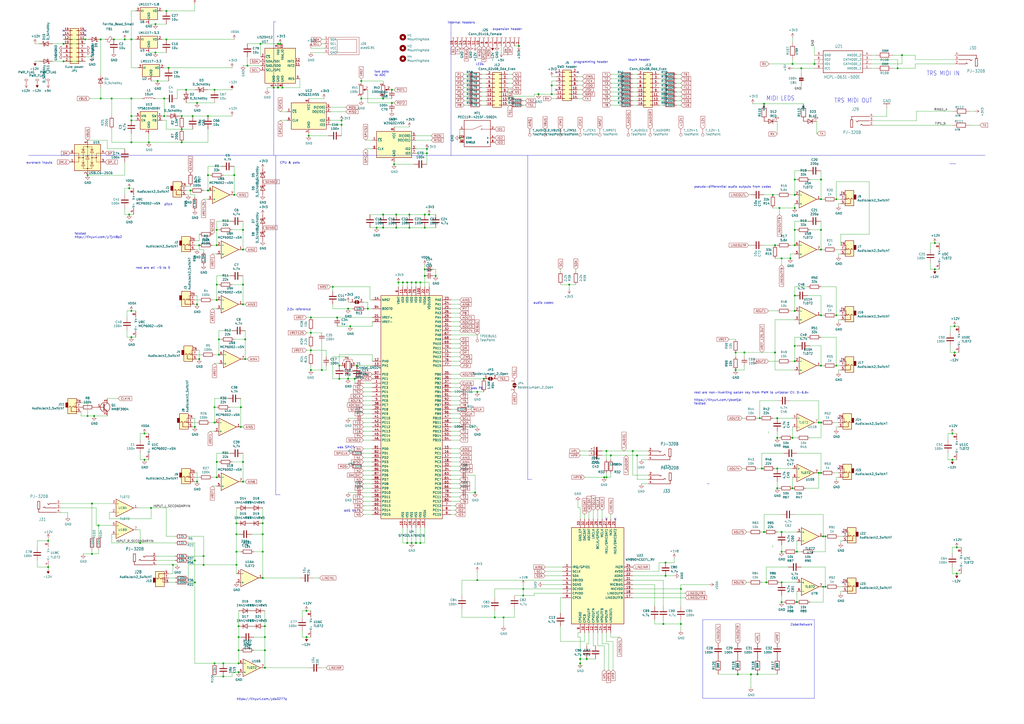
<source format=kicad_sch>
(kicad_sch (version 20230121) (generator eeschema)
  (paper "A2")
  (junction (at 50.8 241.3))
  (junction (at 458.47 149.86))
  (junction (at 300.99 26.67))
  (junction (at 138.43 389.89))
  (junction (at 81.28 314.96))
  (junction (at 127 196.85))
  (junction (at 237.49 132.08))
  (junction (at 227.33 52.07))
  (junction (at 476.25 133.35))
  (junction (at 76.2 180.34))
  (junction (at 476.25 182.88))
  (junction (at 247.65 86.36))
  (junction (at 125.73 133.35))
  (junction (at 58.42 57.15))
  (junction (at 453.39 320.04))
  (junction (at 142.24 208.28))
  (junction (at -25.527 92.583))
  (junction (at 340.36 382.27))
  (junction (at 523.24 32.004))
  (junction (at 248.92 124.46))
  (junction (at 162.56 25.4))
  (junction (at 27.94 328.93))
  (junction (at 143.51 38.1))
  (junction (at 57.15 304.8))
  (junction (at 246.38 160.02))
  (junction (at 287.02 358.14))
  (junction (at 163.83 50.8))
  (junction (at 180.34 214.63))
  (junction (at 36.83 35.56))
  (junction (at 476.25 274.32))
  (junction (at 195.58 184.15))
  (junction (at 205.74 219.71))
  (junction (at 330.2 165.1))
  (junction (at 96.52 22.86))
  (junction (at 96.52 6.35))
  (junction (at 354.33 264.16))
  (junction (at 129.54 392.43))
  (junction (at 459.74 254))
  (junction (at 153.67 369.57))
  (junction (at 153.67 377.19))
  (junction (at 113.03 325.12))
  (junction (at 246.38 124.46))
  (junction (at 236.22 314.96))
  (junction (at 461.01 171.45))
  (junction (at 449.58 204.47))
  (junction (at 462.28 320.04))
  (junction (at -32.258 104.013))
  (junction (at 554.99 332.74))
  (junction (at 114.3 59.69))
  (junction (at 435.61 391.16))
  (junction (at 243.84 314.96))
  (junction (at 53.34 321.31))
  (junction (at 138.43 363.22))
  (junction (at 276.86 227.33))
  (junction (at 227.33 59.69))
  (junction (at 553.72 204.47))
  (junction (at 461.01 113.03))
  (junction (at 303.53 341.63))
  (junction (at 125.73 173.99))
  (junction (at 213.36 179.07))
  (junction (at -27.051 124.333))
  (junction (at 120.65 110.49))
  (junction (at 115.57 208.28))
  (junction (at 158.75 50.8))
  (junction (at 477.52 340.36))
  (junction (at 124.46 245.11))
  (junction (at 90.17 30.48))
  (junction (at -25.527 84.963))
  (junction (at 450.85 242.57))
  (junction (at 125.73 142.24))
  (junction (at 459.74 37.084))
  (junction (at 66.04 22.86))
  (junction (at 542.29 140.97))
  (junction (at 90.17 13.97))
  (junction (at 485.14 212.09))
  (junction (at 151.13 25.4))
  (junction (at 140.97 144.78))
  (junction (at 443.23 60.198))
  (junction (at 336.55 382.27))
  (junction (at 50.8 101.6))
  (junction (at 218.44 132.08))
  (junction (at 552.45 251.46))
  (junction (at 137.16 303.53))
  (junction (at 27.94 313.69))
  (junction (at 76.2 82.55))
  (junction (at 177.8 369.57))
  (junction (at 231.14 163.83))
  (junction (at 91.44 46.99))
  (junction (at 553.72 189.23))
  (junction (at 198.12 69.85))
  (junction (at 450.85 254))
  (junction (at 552.45 266.7))
  (junction (at 125.73 165.1))
  (junction (at 140.97 133.35))
  (junction (at 161.29 50.8))
  (junction (at 367.03 261.62))
  (junction (at 196.85 219.71))
  (junction (at 238.76 314.96))
  (junction (at 110.49 110.49))
  (junction (at 462.28 349.25))
  (junction (at 118.11 327.66))
  (junction (at 241.3 163.83))
  (junction (at 198.12 72.39))
  (junction (at 53.34 292.1))
  (junction (at 129.54 384.81))
  (junction (at 476.25 245.11))
  (junction (at 222.25 124.46))
  (junction (at 485.14 182.88))
  (junction (at 180.34 193.04))
  (junction (at 186.69 214.63))
  (junction (at 137.16 309.88))
  (junction (at 461.01 200.66))
  (junction (at 100.33 327.66))
  (junction (at 384.81 361.95))
  (junction (at 478.79 340.36))
  (junction (at 111.76 67.31))
  (junction (at 369.57 264.16))
  (junction (at 312.42 54.61))
  (junction (at -33.02 124.333))
  (junction (at 450.85 283.21))
  (junction (at 351.79 261.62))
  (junction (at 229.87 132.08))
  (junction (at 125.73 267.97))
  (junction (at 461.01 180.34))
  (junction (at 179.07 78.74))
  (junction (at 114.3 176.53))
  (junction (at 105.41 82.55))
  (junction (at 476.25 104.14))
  (junction (at 461.01 133.35))
  (junction (at 76.2 57.15))
  (junction (at 54.61 241.3))
  (junction (at 276.86 336.55))
  (junction (at 459.74 283.21))
  (junction (at 127 205.74))
  (junction (at 180.34 184.15))
  (junction (at 386.08 326.39))
  (junction (at 228.6 95.25))
  (junction (at 453.39 149.86))
  (junction (at 86.36 82.55))
  (junction (at 152.4 303.53))
  (junction (at 280.67 219.71))
  (junction (at 97.79 39.37))
  (junction (at 472.44 37.084))
  (junction (at 303.53 345.44))
  (junction (at 448.31 113.03))
  (junction (at 201.93 219.71))
  (junction (at 449.58 142.24))
  (junction (at 114.3 279.4))
  (junction (at 177.8 354.33))
  (junction (at 452.12 120.65))
  (junction (at 105.41 74.93))
  (junction (at 87.63 294.64))
  (junction (at 426.72 204.47))
  (junction (at 125.73 276.86))
  (junction (at 124.46 384.81))
  (junction (at 426.72 214.63))
  (junction (at 394.97 341.63))
  (junction (at 76.2 67.31))
  (junction (at 246.38 156.21))
  (junction (at 76.2 69.85))
  (junction (at 444.5 337.82))
  (junction (at 246.38 132.08))
  (junction (at 153.67 387.35))
  (junction (at 113.03 247.65))
  (junction (at 453.39 308.61))
  (junction (at 138.43 384.81))
  (junction (at 76.2 195.58))
  (junction (at 105.41 67.31))
  (junction (at 152.4 309.88))
  (junction (at 95.25 67.31))
  (junction (at 464.82 39.624))
  (junction (at 474.98 274.32))
  (junction (at 201.93 179.07))
  (junction (at 431.8 204.47))
  (junction (at 243.84 163.83))
  (junction (at 320.04 54.61))
  (junction (at 461.01 209.55))
  (junction (at 203.2 189.23))
  (junction (at 76.2 22.86))
  (junction (at 554.99 317.5))
  (junction (at 139.7 247.65))
  (junction (at 485.14 115.57))
  (junction (at -27.051 116.713))
  (junction (at 72.39 22.86))
  (junction (at 64.77 57.15))
  (junction (at 474.98 245.11))
  (junction (at 83.82 266.7))
  (junction (at 461.01 142.24))
  (junction (at 137.16 327.66))
  (junction (at 427.99 391.16))
  (junction (at 450.85 271.78))
  (junction (at 83.82 251.46))
  (junction (at 153.67 363.22))
  (junction (at 137.16 320.04))
  (junction (at 292.1 358.14))
  (junction (at 336.55 384.81))
  (junction (at 520.7 39.624))
  (junction (at 222.25 132.08))
  (junction (at 222.25 57.15))
  (junction (at 453.39 337.82))
  (junction (at 152.4 320.04))
  (junction (at 36.83 25.4))
  (junction (at 113.03 337.82))
  (junction (at 247.65 88.9))
  (junction (at 138.43 377.19))
  (junction (at 209.55 57.15))
  (junction (at 320.04 49.53))
  (junction (at 180.34 203.2))
  (junction (at 229.87 124.46))
  (junction (at 115.57 142.24))
  (junction (at 152.4 335.28))
  (junction (at 252.73 160.02))
  (junction (at 443.23 308.61))
  (junction (at 266.7 80.01))
  (junction (at 236.22 163.83))
  (junction (at 120.65 67.31))
  (junction (at 161.29 25.4))
  (junction (at 135.89 113.03))
  (junction (at 477.52 311.15))
  (junction (at 74.93 124.46))
  (junction (at 135.89 101.6))
  (junction (at 58.42 22.86))
  (junction (at 207.01 212.09))
  (junction (at 542.29 156.21))
  (junction (at 275.59 285.75))
  (junction (at 394.97 361.95))
  (junction (at 140.97 165.1))
  (junction (at 124.46 236.22))
  (junction (at 386.08 334.01))
  (junction (at 74.93 109.22))
  (junction (at 238.76 163.83))
  (junction (at 107.95 52.07))
  (junction (at 439.42 391.16))
  (junction (at 478.79 311.15))
  (junction (at 196.85 212.09))
  (junction (at 453.39 349.25))
  (junction (at 140.97 176.53))
  (junction (at -33.02 124.46))
  (junction (at 139.7 236.22))
  (junction (at 138.43 369.57))
  (junction (at 440.69 242.57))
  (junction (at 142.24 196.85))
  (junction (at 351.79 276.86))
  (junction (at 95.25 57.15))
  (junction (at 461.01 104.14))
  (junction (at 118.11 322.58))
  (junction (at 124.46 52.07))
  (junction (at 461.01 120.65))
  (junction (at 140.97 267.97))
  (junction (at 476.25 144.78))
  (junction (at 350.52 276.86))
  (junction (at 241.3 314.96))
  (junction (at 49.53 22.86))
  (junction (at 476.25 115.57))
  (junction (at 193.04 166.37))
  (junction (at 233.68 163.83))
  (junction (at 140.97 279.4))
  (junction (at 441.96 271.78))
  (junction (at 237.49 124.46))
  (junction (at 476.25 212.09))
  (junction (at 120.65 101.6))
  (junction (at 209.55 46.99))
  (no_connect (at 488.95 337.82))
  (no_connect (at 351.79 300.99))
  (no_connect (at 36.83 17.78))
  (no_connect (at 487.68 113.03))
  (no_connect (at 36.83 20.32))
  (no_connect (at -67.818 116.713))
  (no_connect (at 49.53 17.78))
  (no_connect (at 322.58 52.07))
  (no_connect (at 486.41 242.57))
  (no_connect (at -67.183 84.963))
  (no_connect (at 488.95 308.61))
  (no_connect (at 356.87 300.99))
  (no_connect (at 322.58 41.91))
  (no_connect (at -31.623 77.343))
  (no_connect (at 487.68 209.55))
  (no_connect (at 486.41 271.78))
  (no_connect (at -32.258 109.093))
  (no_connect (at 49.53 20.32))
  (no_connect (at 487.68 180.34))
  (no_connect (at 335.28 41.91))
  (wire (pts (xy 120.65 96.52) (xy 120.65 101.6)))
  (wire (pts (xy 349.25 367.03) (xy 349.25 373.38)))
  (wire (pts (xy 210.82 273.05) (xy 215.9 273.05)))
  (wire (pts (xy 382.27 53.34) (xy 384.81 53.34)))
  (wire (pts (xy 461.01 209.55) (xy 461.01 200.66)))
  (wire (pts (xy 241.3 314.96) (xy 243.84 314.96)))
  (wire (pts (xy 53.34 318.77) (xy 53.34 321.31)))
  (wire (pts (xy 153.67 387.35) (xy 179.07 387.35)))
  (wire (pts (xy 125.73 173.99) (xy 125.73 165.1)))
  (wire (pts (xy 97.79 337.82) (xy 101.6 337.82)))
  (wire (pts (xy 261.62 196.85) (xy 266.7 196.85)))
  (wire (pts (xy 316.23 328.93) (xy 326.39 328.93)))
  (wire (pts (xy 553.72 204.47) (xy 551.18 204.47)))
  (wire (pts (xy 140.97 165.1) (xy 140.97 176.53)))
  (wire (pts (xy 123.19 142.24) (xy 125.73 142.24)))
  (wire (pts (xy 565.404 64.516) (xy 562.864 64.516)) (stroke (width 0.1524)))
  (wire (pts (xy 292.1 363.22) (xy 292.1 358.14)))
  (wire (pts (xy 261.62 176.53) (xy 266.7 176.53)))
  (wire (pts (xy 76.2 67.31) (xy 76.2 57.15)))
  (wire (pts (xy 210.82 242.57) (xy 215.9 242.57)))
  (wire (pts (xy 485.14 212.09) (xy 487.68 212.09)))
  (wire (pts (xy 134.62 392.43) (xy 134.62 389.89)))
  (wire (pts (xy 142.24 279.4) (xy 140.97 279.4)))
  (wire (pts (xy 367.03 346.71) (xy 397.51 346.71)))
  (wire (pts (xy 464.82 39.624) (xy 472.44 39.624)) (stroke (width 0.1524)))
  (wire (pts (xy 76.2 195.58) (xy 78.74 195.58)))
  (wire (pts (xy 434.34 142.24) (xy 435.61 142.24)))
  (wire (pts (xy 462.28 313.69) (xy 462.28 320.04)))
  (wire (pts (xy 486.41 214.63) (xy 486.41 215.9)))
  (wire (pts (xy 213.36 179.07) (xy 215.9 179.07)))
  (wire (pts (xy -19.431 125.222) (xy -19.431 124.333)))
  (wire (pts (xy 386.08 326.39) (xy 391.16 326.39)))
  (wire (pts (xy 113.03 274.32) (xy 114.3 274.32)))
  (wire (pts (xy 394.97 48.26) (xy 392.43 48.26)))
  (wire (pts (xy 175.26 369.57) (xy 175.26 365.76)))
  (wire (pts (xy 125.73 128.27) (xy 125.73 133.35)))
  (wire (pts (xy -33.02 124.46) (xy -33.02 124.333)))
  (wire (pts (xy 379.73 359.41) (xy 379.73 361.95)))
  (wire (pts (xy 118.11 110.49) (xy 120.65 110.49)))
  (wire (pts (xy 340.36 382.27) (xy 345.44 382.27)))
  (wire (pts (xy 461.01 120.65) (xy 461.01 118.11)))
  (wire (pts (xy 64.77 82.55) (xy 76.2 82.55)))
  (wire (pts (xy 113.03 139.7) (xy 115.57 139.7)))
  (wire (pts (xy 487.68 214.63) (xy 486.41 214.63)))
  (wire (pts (xy 261.62 186.69) (xy 266.7 186.69)))
  (wire (pts (xy 114.3 144.78) (xy 113.03 144.78)))
  (wire (pts (xy 210.82 275.59) (xy 215.9 275.59)))
  (wire (pts (xy 394.97 339.09) (xy 394.97 341.63)))
  (wire (pts (xy 314.96 339.09) (xy 326.39 339.09)))
  (wire (pts (xy 476.25 200.66) (xy 476.25 212.09)))
  (wire (pts (xy 458.47 180.34) (xy 461.01 180.34)))
  (wire (pts (xy 487.68 147.32) (xy 486.41 147.32)))
  (wire (pts (xy 138.43 369.57) (xy 139.7 369.57)))
  (wire (pts (xy 486.41 340.36) (xy 488.95 340.36)))
  (wire (pts (xy 186.69 214.63) (xy 180.34 214.63)))
  (wire (pts (xy 369.57 53.34) (xy 367.03 53.34)))
  (wire (pts (xy 226.06 52.07) (xy 227.33 52.07)))
  (wire (pts (xy 111.76 74.93) (xy 105.41 74.93)))
  (wire (pts (xy 246.38 156.21) (xy 246.38 153.67)))
  (wire (pts (xy 468.63 195.58) (xy 461.01 195.58)))
  (polyline (pts (xy 261.62 90.17) (xy 261.62 12.7)))
  (wire (pts (xy 113.03 52.07) (xy 107.95 52.07)))
  (wire (pts (xy 551.18 204.47) (xy 551.18 200.66)))
  (wire (pts (xy 336.55 264.16) (xy 341.63 264.16)))
  (wire (pts (xy 109.22 113.03) (xy 107.95 113.03)))
  (wire (pts (xy 441.96 271.78) (xy 439.42 271.78)))
  (wire (pts (xy 520.7 34.544) (xy 520.7 39.624)) (stroke (width 0.1524)))
  (wire (pts (xy 137.16 309.88) (xy 137.16 303.53)))
  (wire (pts (xy 474.98 283.21) (xy 474.98 274.32)))
  (wire (pts (xy 431.8 271.78) (xy 430.53 271.78)))
  (wire (pts (xy 287.02 358.14) (xy 287.02 354.33)))
  (wire (pts (xy 203.2 175.26) (xy 201.93 175.26)))
  (wire (pts (xy 350.52 388.62) (xy 350.52 374.65)))
  (wire (pts (xy 210.82 262.89) (xy 215.9 262.89)))
  (wire (pts (xy 453.39 308.61) (xy 462.28 308.61)))
  (wire (pts (xy 554.99 317.5) (xy 557.53 317.5)))
  (wire (pts (xy 261.62 262.89) (xy 266.7 262.89)))
  (wire (pts (xy 227.33 52.07) (xy 228.6 52.07)))
  (wire (pts (xy 326.39 341.63) (xy 303.53 341.63)))
  (wire (pts (xy 109.22 335.28) (xy 109.22 327.66)))
  (wire (pts (xy 124.46 210.82) (xy 127 210.82)))
  (wire (pts (xy 128.27 96.52) (xy 120.65 96.52)))
  (wire (pts (xy 518.16 39.624) (xy 520.7 39.624)) (stroke (width 0.1524)))
  (wire (pts (xy 180.34 193.04) (xy 177.8 193.04)))
  (wire (pts (xy 394.97 58.42) (xy 392.43 58.42)))
  (wire (pts (xy 177.8 184.15) (xy 180.34 184.15)))
  (wire (pts (xy 297.18 45.72) (xy 294.64 45.72)))
  (wire (pts (xy 209.55 46.99) (xy 209.55 48.26)))
  (wire (pts (xy 261.62 199.39) (xy 266.7 199.39)))
  (wire (pts (xy 326.39 344.17) (xy 309.88 344.17)))
  (wire (pts (xy 109.22 322.58) (xy 118.11 322.58)))
  (wire (pts (xy 450.85 242.57) (xy 459.74 242.57)))
  (wire (pts (xy 336.55 300.99) (xy 336.55 294.64)))
  (wire (pts (xy 539.75 140.97) (xy 542.29 140.97)))
  (wire (pts (xy 238.76 306.07) (xy 238.76 314.96)))
  (wire (pts (xy 369.57 264.16) (xy 369.57 278.13)))
  (wire (pts (xy 241.3 306.07) (xy 241.3 314.96)))
  (wire (pts (xy 137.16 332.74) (xy 137.16 327.66)))
  (wire (pts (xy 81.28 251.46) (xy 83.82 251.46)))
  (wire (pts (xy 233.68 314.96) (xy 233.68 306.07)))
  (wire (pts (xy 349.25 295.91) (xy 349.25 300.99)))
  (wire (pts (xy 443.23 298.45) (xy 443.23 308.61)))
  (wire (pts (xy 96.52 30.48) (xy 90.17 30.48)))
  (wire (pts (xy 193.04 219.71) (xy 196.85 219.71)))
  (wire (pts (xy 452.12 124.46) (xy 452.12 120.65)))
  (wire (pts (xy 449.58 204.47) (xy 449.58 185.42)))
  (wire (pts (xy 322.58 44.45) (xy 320.04 44.45)))
  (wire (pts (xy 213.36 52.07) (xy 213.36 59.69)))
  (wire (pts (xy 90.678 322.58) (xy 101.6 322.58)))
  (wire (pts (xy 97.79 332.74) (xy 100.33 332.74)))
  (wire (pts (xy -31.623 79.883) (xy -20.32 79.883)))
  (wire (pts (xy 236.22 314.96) (xy 233.68 314.96)))
  (wire (pts (xy 514.35 67.564) (xy 514.35 62.738)) (stroke (width 0.1524)))
  (wire (pts (xy 129.54 101.6) (xy 135.89 101.6)))
  (wire (pts (xy 551.18 193.04) (xy 551.18 189.23)))
  (wire (pts (xy 261.62 173.99) (xy 266.7 173.99)))
  (wire (pts (xy 210.82 255.27) (xy 215.9 255.27)))
  (wire (pts (xy 461.01 298.45) (xy 477.52 298.45)))
  (wire (pts (xy 261.62 209.55) (xy 266.7 209.55)))
  (wire (pts (xy 205.74 212.09) (xy 207.01 212.09)))
  (wire (pts (xy 63.5 297.18) (xy 64.77 297.18)))
  (wire (pts (xy 218.44 132.08) (xy 222.25 132.08)))
  (wire (pts (xy 210.82 229.87) (xy 215.9 229.87)))
  (wire (pts (xy 382.27 58.42) (xy 384.81 58.42)))
  (wire (pts (xy 64.77 314.96) (xy 81.28 314.96)))
  (wire (pts (xy 281.94 43.18) (xy 279.4 43.18)))
  (wire (pts (xy 476.25 128.27) (xy 476.25 133.35)))
  (wire (pts (xy 127 191.77) (xy 127 196.85)))
  (wire (pts (xy 459.74 276.86) (xy 459.74 283.21)))
  (wire (pts (xy 229.87 124.46) (xy 237.49 124.46)))
  (wire (pts (xy 340.36 373.38) (xy 341.63 373.38)))
  (wire (pts (xy 325.12 346.71) (xy 325.12 355.6)))
  (wire (pts (xy 78.74 69.85) (xy 76.2 69.85)))
  (wire (pts (xy 36.83 22.86) (xy 49.53 22.86)))
  (wire (pts (xy 452.12 337.82) (xy 453.39 337.82)))
  (wire (pts (xy 369.57 48.26) (xy 367.03 48.26)))
  (wire (pts (xy 271.78 247.65) (xy 276.86 247.65)))
  (wire (pts (xy 346.71 295.91) (xy 346.71 300.99)))
  (polyline (pts (xy 16.51 90.17) (xy 571.5 90.17)))
  (wire (pts (xy 367.03 275.59) (xy 367.03 261.62)))
  (wire (pts (xy 195.58 184.15) (xy 215.9 184.15)))
  (wire (pts (xy 105.41 74.93) (xy 96.52 74.93)))
  (wire (pts (xy 450.85 271.78) (xy 459.74 271.78)))
  (wire (pts (xy -25.527 92.583) (xy -31.623 92.583)))
  (wire (pts (xy 109.22 314.96) (xy 113.03 314.96)))
  (wire (pts (xy 129.54 384.81) (xy 138.43 384.81)))
  (wire (pts (xy 453.39 298.45) (xy 443.23 298.45)))
  (wire (pts (xy 472.44 32.004) (xy 472.44 26.924)) (stroke (width 0.1524)))
  (wire (pts (xy 210.82 270.51) (xy 215.9 270.51)))
  (wire (pts (xy 461.01 128.27) (xy 461.01 133.35)))
  (wire (pts (xy 74.93 124.46) (xy 77.47 124.46)))
  (wire (pts (xy 152.4 303.53) (xy 152.4 309.88)))
  (wire (pts (xy 350.52 276.86) (xy 351.79 276.86)))
  (wire (pts (xy 530.86 32.004) (xy 530.86 34.544)) (stroke (width 0.1524)))
  (wire (pts (xy 30.48 35.56) (xy 36.83 35.56)))
  (wire (pts (xy 201.93 219.71) (xy 201.93 217.17)))
  (wire (pts (xy 477.52 115.57) (xy 476.25 115.57)))
  (wire (pts (xy 458.47 209.55) (xy 461.01 209.55)))
  (wire (pts (xy 322.58 54.61) (xy 320.04 54.61)))
  (wire (pts (xy 73.66 195.58) (xy 76.2 195.58)))
  (wire (pts (xy 539.75 156.21) (xy 539.75 152.4)))
  (wire (pts (xy 210.82 222.25) (xy 215.9 222.25)))
  (wire (pts (xy -32.258 114.173) (xy -26.035 114.173)))
  (wire (pts (xy 100.33 327.66) (xy 102.87 327.66)))
  (wire (pts (xy 448.31 120.65) (xy 452.12 120.65)))
  (wire (pts (xy 179.07 78.74) (xy 190.5 78.74)))
  (wire (pts (xy 114.3 203.2) (xy 115.57 203.2)))
  (wire (pts (xy 487.68 118.11) (xy 486.41 118.11)))
  (wire (pts (xy 127 196.85) (xy 128.27 196.85)))
  (wire (pts (xy 261.62 219.71) (xy 280.67 219.71)))
  (wire (pts (xy 162.56 69.85) (xy 166.37 69.85)))
  (wire (pts (xy 123.19 276.86) (xy 125.73 276.86)))
  (wire (pts (xy 344.17 367.03) (xy 344.17 374.65)))
  (wire (pts (xy -72.898 99.568) (xy -72.898 101.473)))
  (wire (pts (xy 336.55 261.62) (xy 341.63 261.62)))
  (wire (pts (xy 113.03 173.99) (xy 115.57 173.99)))
  (wire (pts (xy 227.33 59.69) (xy 228.6 59.69)))
  (wire (pts (xy 101.6 311.15) (xy 96.52 311.15)))
  (wire (pts (xy 153.67 363.22) (xy 153.67 369.57)))
  (wire (pts (xy 124.46 384.81) (xy 129.54 384.81)))
  (wire (pts (xy 448.31 317.5) (xy 448.31 316.23)))
  (wire (pts (xy 138.43 369.57) (xy 138.43 363.22)))
  (wire (pts (xy 461.01 142.24) (xy 461.01 133.35)))
  (wire (pts (xy 83.82 251.46) (xy 86.36 251.46)))
  (wire (pts (xy 485.14 144.78) (xy 487.68 144.78)))
  (wire (pts (xy 375.92 266.7) (xy 372.11 266.7)))
  (wire (pts (xy 505.46 39.624) (xy 508 39.624)) (stroke (width 0.1524)))
  (wire (pts (xy 93.98 22.86) (xy 96.52 22.86)))
  (wire (pts (xy 443.23 60.198) (xy 466.09 60.198)) (stroke (width 0.1524)))
  (wire (pts (xy 261.62 242.57) (xy 266.7 242.57)))
  (wire (pts (xy 330.2 165.1) (xy 334.01 165.1)))
  (wire (pts (xy 261.62 288.29) (xy 266.7 288.29)))
  (wire (pts (xy 267.97 353.06) (xy 267.97 358.14)))
  (wire (pts (xy 449.58 185.42) (xy 461.01 185.42)))
  (wire (pts (xy 458.47 149.86) (xy 458.47 147.32)))
  (wire (pts (xy 76.2 39.37) (xy 76.2 22.86)))
  (wire (pts (xy 52.07 57.15) (xy 58.42 57.15)))
  (wire (pts (xy 468.63 166.37) (xy 461.01 166.37)))
  (wire (pts (xy 53.34 33.02) (xy 49.53 33.02)))
  (wire (pts (xy 114.3 205.74) (xy 116.84 205.74)))
  (wire (pts (xy 72.39 22.86) (xy 76.2 22.86)))
  (wire (pts (xy 196.85 205.74) (xy 215.9 205.74)))
  (wire (pts (xy 271.78 53.34) (xy 269.24 53.34)))
  (wire (pts (xy 115.57 135.89) (xy 115.57 139.7)))
  (wire (pts (xy 505.46 37.084) (xy 523.24 37.084)) (stroke (width 0.1524)))
  (wire (pts (xy 111.76 67.31) (xy 120.65 67.31)))
  (wire (pts (xy 435.61 391.16) (xy 435.61 398.78)))
  (wire (pts (xy 335.28 44.45) (xy 337.82 44.45)))
  (wire (pts (xy 137.16 327.66) (xy 137.16 320.04)))
  (wire (pts (xy 123.19 147.32) (xy 125.73 147.32)))
  (wire (pts (xy 96.52 67.31) (xy 95.25 67.31)))
  (wire (pts (xy 180.34 30.48) (xy 187.96 30.48)))
  (wire (pts (xy 476.25 171.45) (xy 476.25 182.88)))
  (wire (pts (xy 173.99 45.72) (xy 173.99 50.8)))
  (polyline (pts (xy 306.07 90.17) (xy 306.07 278.13)))
  (wire (pts (xy 163.83 50.8) (xy 161.29 50.8)))
  (wire (pts (xy 552.45 251.46) (xy 554.99 251.46)))
  (wire (pts (xy -32.258 116.713) (xy -27.051 116.713)))
  (wire (pts (xy 114.3 279.4) (xy 113.03 279.4)))
  (wire (pts (xy 118.11 322.58) (xy 118.11 327.66)))
  (wire (pts (xy 453.39 337.82) (xy 462.28 337.82)))
  (wire (pts (xy 476.25 274.32) (xy 474.98 274.32)))
  (wire (pts (xy 215.9 186.69) (xy 215.9 189.23)))
  (wire (pts (xy 446.024 37.084) (xy 459.74 37.084)))
  (wire (pts (xy 468.63 99.06) (xy 461.01 99.06)))
  (wire (pts (xy 187.96 27.94) (xy 180.34 27.94)))
  (wire (pts (xy 384.81 45.72) (xy 382.27 45.72)))
  (wire (pts (xy 468.63 171.45) (xy 476.25 171.45)))
  (wire (pts (xy 468.63 128.27) (xy 461.01 128.27)))
  (wire (pts (xy 151.13 25.4) (xy 143.51 25.4)))
  (wire (pts (xy 453.39 320.04) (xy 454.66 320.04)))
  (wire (pts (xy 355.6 372.11) (xy 355.6 388.62)))
  (wire (pts (xy 339.09 372.11) (xy 325.12 372.11)))
  (wire (pts (xy 367.03 60.96) (xy 369.57 60.96)))
  (wire (pts (xy 303.53 339.09) (xy 303.53 341.63)))
  (wire (pts (xy 138.43 377.19) (xy 138.43 369.57)))
  (wire (pts (xy 453.39 153.67) (xy 453.39 149.86)))
  (wire (pts (xy 486.41 247.65) (xy 485.14 247.65)))
  (wire (pts (xy 76.2 77.47) (xy 76.2 82.55)))
  (wire (pts (xy 478.79 320.04) (xy 478.79 311.15)))
  (wire (pts (xy 76.2 57.15) (xy 82.55 57.15)))
  (wire (pts (xy 448.31 242.57) (xy 450.85 242.57)))
  (wire (pts (xy 261.62 212.09) (xy 266.7 212.09)))
  (wire (pts (xy 124.46 52.07) (xy 120.65 52.07)))
  (wire (pts (xy 107.95 107.95) (xy 110.49 107.95)))
  (wire (pts (xy 440.69 232.41) (xy 440.69 242.57)))
  (wire (pts (xy 96.52 13.97) (xy 90.17 13.97)))
  (wire (pts (xy 450.85 232.41) (xy 440.69 232.41)))
  (wire (pts (xy 210.82 293.37) (xy 215.9 293.37)))
  (wire (pts (xy 279.4 50.8) (xy 281.94 50.8)))
  (wire (pts (xy 237.49 124.46) (xy 246.38 124.46)))
  (wire (pts (xy 97.79 335.28) (xy 101.6 335.28)))
  (wire (pts (xy 90.678 327.66) (xy 100.33 327.66)))
  (wire (pts (xy 459.74 39.624) (xy 464.82 39.624)) (stroke (width 0.1524)))
  (wire (pts (xy 118.11 144.78) (xy 118.11 146.05)))
  (wire (pts (xy 20.32 25.4) (xy 22.86 25.4)))
  (wire (pts (xy 303.53 341.63) (xy 303.53 345.44)))
  (wire (pts (xy 58.42 43.18) (xy 58.42 22.86)))
  (wire (pts (xy 123.19 173.99) (xy 125.73 173.99)))
  (wire (pts (xy 198.12 72.39) (xy 198.12 78.74)))
  (wire (pts (xy 196.85 219.71) (xy 201.93 219.71)))
  (wire (pts (xy 180.34 203.2) (xy 180.34 201.93)))
  (wire (pts (xy 76.2 180.34) (xy 78.74 180.34)))
  (wire (pts (xy 394.97 351.79) (xy 394.97 341.63)))
  (wire (pts (xy 426.72 214.63) (xy 431.8 214.63)))
  (wire (pts (xy 553.72 189.23) (xy 556.26 189.23)))
  (wire (pts (xy 449.58 149.86) (xy 453.39 149.86)))
  (wire (pts (xy 441.96 262.89) (xy 441.96 271.78)))
  (wire (pts (xy 549.91 251.46) (xy 552.45 251.46)))
  (wire (pts (xy 215.9 205.74) (xy 215.9 209.55)))
  (wire (pts (xy 133.35 262.89) (xy 125.73 262.89)))
  (wire (pts (xy 180.34 203.2) (xy 177.8 203.2)))
  (wire (pts (xy 279.4 55.88) (xy 281.94 55.88)))
  (wire (pts (xy 349.25 261.62) (xy 351.79 261.62)))
  (wire (pts (xy 81.28 307.34) (xy 81.28 314.96)))
  (wire (pts (xy 179.07 57.15) (xy 187.96 57.15)))
  (wire (pts (xy 445.77 209.55) (xy 450.85 209.55)))
  (wire (pts (xy 458.47 147.32) (xy 461.01 147.32)))
  (wire (pts (xy 281.94 58.42) (xy 279.4 58.42)))
  (wire (pts (xy 113.03 142.24) (xy 115.57 142.24)))
  (wire (pts (xy 121.92 250.19) (xy 124.46 250.19)))
  (wire (pts (xy 96.52 74.93) (xy 96.52 69.85)))
  (wire (pts (xy 95.25 67.31) (xy 93.98 67.31)))
  (wire (pts (xy 351.79 261.62) (xy 367.03 261.62)))
  (wire (pts (xy 81.28 266.7) (xy 83.82 266.7)))
  (wire (pts (xy 214.63 132.08) (xy 218.44 132.08)))
  (wire (pts (xy 212.09 81.28) (xy 215.9 81.28)))
  (wire (pts (xy 129.54 392.43) (xy 134.62 392.43)))
  (wire (pts (xy 354.33 43.18) (xy 359.41 43.18)))
  (wire (pts (xy 222.25 57.15) (xy 222.25 55.88)))
  (wire (pts (xy -27.051 116.713) (xy -20.193 116.713)))
  (wire (pts (xy 152.4 320.04) (xy 147.32 320.04)))
  (wire (pts (xy 143.51 208.28) (xy 142.24 208.28)))
  (wire (pts (xy 487.68 313.69) (xy 487.68 314.96)))
  (wire (pts (xy 271.78 275.59) (xy 275.59 275.59)))
  (wire (pts (xy 369.57 58.42) (xy 367.03 58.42)))
  (wire (pts (xy 222.25 132.08) (xy 229.87 132.08)))
  (wire (pts (xy 81.28 255.27) (xy 81.28 251.46)))
  (wire (pts (xy 530.86 39.624) (xy 530.86 37.084)) (stroke (width 0.1524)))
  (wire (pts (xy 485.14 276.86) (xy 485.14 278.13)))
  (wire (pts (xy 53.34 292.1) (xy 64.77 292.1)))
  (wire (pts (xy 392.43 45.72) (xy 394.97 45.72)))
  (polyline (pts (xy 158.75 12.7) (xy 160.02 12.7)))
  (wire (pts (xy 124.46 231.14) (xy 124.46 236.22)))
  (wire (pts (xy 335.28 369.57) (xy 335.28 367.03)))
  (wire (pts (xy 198.12 69.85) (xy 191.77 69.85)))
  (wire (pts (xy 180.34 191.77) (xy 180.34 193.04)))
  (wire (pts (xy 359.41 55.88) (xy 354.33 55.88)))
  (wire (pts (xy 486.41 118.11) (xy 486.41 119.38)))
  (wire (pts (xy 248.92 124.46) (xy 252.73 124.46)))
  (wire (pts (xy 175.26 358.14) (xy 175.26 354.33)))
  (wire (pts (xy 426.72 207.01) (xy 426.72 204.47)))
  (wire (pts (xy 552.45 321.31) (xy 552.45 317.5)))
  (wire (pts (xy 137.16 320.04) (xy 137.16 309.88)))
  (wire (pts (xy 46.99 233.68) (xy 50.8 233.68)))
  (wire (pts (xy 335.28 367.03) (xy 336.55 367.03)))
  (wire (pts (xy 96.52 294.64) (xy 87.63 294.64)))
  (wire (pts (xy 87.63 300.99) (xy 63.5 300.99)))
  (polyline (pts (xy 160.02 90.17) (xy 160.02 287.02)))
  (wire (pts (xy 115.57 203.2) (xy 115.57 208.28)))
  (wire (pts (xy 125.73 160.02) (xy 125.73 165.1)))
  (wire (pts (xy 139.7 236.22) (xy 139.7 247.65)))
  (wire (pts (xy 140.97 247.65) (xy 139.7 247.65)))
  (wire (pts (xy 231.14 163.83) (xy 233.68 163.83)))
  (wire (pts (xy -25.527 84.963) (xy -31.623 84.963)))
  (wire (pts (xy 135.89 96.52) (xy 135.89 101.6)))
  (wire (pts (xy 105.41 67.31) (xy 111.76 67.31)))
  (wire (pts (xy 210.82 232.41) (xy 215.9 232.41)))
  (wire (pts (xy 485.14 195.58) (xy 485.14 212.09)))
  (wire (pts (xy 261.62 260.35) (xy 266.7 260.35)))
  (wire (pts (xy 177.8 369.57) (xy 175.26 369.57)))
  (wire (pts (xy 312.42 54.61) (xy 320.04 54.61)))
  (wire (pts (xy 444.5 328.93) (xy 444.5 337.82)))
  (wire (pts (xy 62.23 81.28) (xy 62.23 86.36)))
  (wire (pts (xy 467.36 283.21) (xy 474.98 283.21)))
  (wire (pts (xy 95.25 39.37) (xy 97.79 39.37)))
  (wire (pts (xy 474.98 232.41) (xy 474.98 245.11)))
  (wire (pts (xy 114.3 171.45) (xy 114.3 176.53)))
  (wire (pts (xy 523.24 32.004) (xy 518.16 32.004)) (stroke (width 0.1524)))
  (wire (pts (xy 68.58 231.14) (xy 62.23 231.14)))
  (wire (pts (xy 210.82 280.67) (xy 215.9 280.67)))
  (wire (pts (xy 384.81 60.96) (xy 382.27 60.96)))
  (wire (pts (xy 64.77 309.88) (xy 64.77 314.96)))
  (wire (pts (xy 478.79 340.36) (xy 477.52 340.36)))
  (wire (pts (xy 151.13 38.1) (xy 143.51 38.1)))
  (wire (pts (xy 367.03 336.55) (xy 384.81 336.55)))
  (wire (pts (xy 382.27 331.47) (xy 382.27 326.39)))
  (wire (pts (xy 229.87 132.08) (xy 237.49 132.08)))
  (wire (pts (xy 210.82 290.83) (xy 215.9 290.83)))
  (wire (pts (xy 336.55 382.27) (xy 340.36 382.27)))
  (wire (pts (xy 326.39 336.55) (xy 276.86 336.55)))
  (wire (pts (xy 382.27 48.26) (xy 384.81 48.26)))
  (wire (pts (xy 441.96 262.89) (xy 454.66 262.89)))
  (wire (pts (xy 261.62 179.07) (xy 266.7 179.07)))
  (wire (pts (xy 214.63 124.46) (xy 222.25 124.46)))
  (wire (pts (xy 123.19 281.94) (xy 125.73 281.94)))
  (wire (pts (xy 118.11 115.57) (xy 120.65 115.57)))
  (wire (pts (xy -33.02 124.46) (xy -27.94 124.46)))
  (wire (pts (xy 134.62 389.89) (xy 138.43 389.89)))
  (wire (pts (xy 120.65 74.93) (xy 120.65 82.55)))
  (wire (pts (xy 487.68 342.9) (xy 487.68 344.17)))
  (wire (pts (xy 210.82 245.11) (xy 215.9 245.11)))
  (wire (pts (xy 125.73 267.97) (xy 127 267.97)))
  (wire (pts (xy 233.68 166.37) (xy 233.68 163.83)))
  (wire (pts (xy 461.01 195.58) (xy 461.01 200.66)))
  (wire (pts (xy 464.82 328.93) (xy 478.79 328.93)))
  (wire (pts (xy 114.3 59.69) (xy 124.46 59.69)))
  (wire (pts (xy 86.36 30.48) (xy 90.17 30.48)))
  (wire (pts (xy 359.41 60.96) (xy 354.33 60.96)))
  (wire (pts (xy 58.42 57.15) (xy 58.42 50.8)))
  (wire (pts (xy 303.53 60.96) (xy 304.8 60.96)))
  (wire (pts (xy 210.82 260.35) (xy 215.9 260.35)))
  (wire (pts (xy 416.56 391.16) (xy 427.99 391.16)))
  (wire (pts (xy 261.62 234.95) (xy 266.7 234.95)))
  (wire (pts (xy 180.34 204.47) (xy 180.34 203.2)))
  (wire (pts (xy 269.24 50.8) (xy 271.78 50.8)))
  (wire (pts (xy 316.23 334.01) (xy 326.39 334.01)))
  (wire (pts (xy 177.8 354.33) (xy 180.34 354.33)))
  (wire (pts (xy 450.85 70.358) (xy 450.85 77.724)) (stroke (width 0.1524)))
  (wire (pts (xy -71.755 68.199) (xy -71.755 69.723)))
  (wire (pts (xy 461.01 171.45) (xy 461.01 180.34)))
  (wire (pts (xy 146.05 309.88) (xy 152.4 309.88)))
  (wire (pts (xy 76.2 39.37) (xy 80.01 39.37)))
  (wire (pts (xy 354.33 298.45) (xy 354.33 300.99)))
  (wire (pts (xy 462.28 320.04) (xy 464.82 320.04)))
  (wire (pts (xy 125.73 165.1) (xy 127 165.1)))
  (wire (pts (xy 397.51 344.17) (xy 367.03 344.17)))
  (wire (pts (xy 459.74 37.084) (xy 459.74 34.544)) (stroke (width 0.1524)))
  (wire (pts (xy 191.77 72.39) (xy 198.12 72.39)))
  (wire (pts (xy 488.95 313.69) (xy 487.68 313.69)))
  (wire (pts (xy 109.22 325.12) (xy 113.03 325.12)))
  (wire (pts (xy 36.83 25.4) (xy 49.53 25.4)))
  (wire (pts (xy 247.65 95.25) (xy 247.65 88.9)))
  (wire (pts (xy 123.19 179.07) (xy 125.73 179.07)))
  (wire (pts (xy 485.14 247.65) (xy 485.14 248.92)))
  (wire (pts (xy 276.86 227.33) (xy 280.67 227.33)))
  (wire (pts (xy 487.68 185.42) (xy 486.41 185.42)))
  (wire (pts (xy 504.19 105.41) (xy 504.19 135.89)))
  (wire (pts (xy 140.97 128.27) (xy 140.97 133.35)))
  (wire (pts (xy 477.52 349.25) (xy 477.52 340.36)))
  (wire (pts (xy -33.02 124.333) (xy -32.258 124.333)))
  (wire (pts (xy 271.78 48.26) (xy 269.24 48.26)))
  (wire (pts (xy 336.55 382.27) (xy 336.55 384.81)))
  (wire (pts (xy 544.83 156.21) (xy 542.29 156.21)))
  (wire (pts (xy 76.2 6.35) (xy 78.74 6.35)))
  (wire (pts (xy 113.03 337.82) (xy 113.03 384.81)))
  (wire (pts (xy 556.26 204.47) (xy 553.72 204.47)))
  (wire (pts (xy 469.9 349.25) (xy 477.52 349.25)))
  (wire (pts (xy 267.97 336.55) (xy 267.97 345.44)))
  (wire (pts (xy 180.34 212.09) (xy 180.34 214.63)))
  (wire (pts (xy 66.04 22.86) (xy 72.39 22.86)))
  (wire (pts (xy 461.01 104.14) (xy 462.28 104.14)))
  (wire (pts (xy 142.24 196.85) (xy 142.24 208.28)))
  (wire (pts (xy 261.62 232.41) (xy 266.7 232.41)))
  (wire (pts (xy 151.13 25.4) (xy 151.13 33.02)))
  (wire (pts (xy -72.898 79.883) (xy -67.183 79.883)))
  (wire (pts (xy 102.87 57.15) (xy 102.87 52.07)))
  (wire (pts (xy 488.95 342.9) (xy 487.68 342.9)))
  (wire (pts (xy 554.99 266.7) (xy 552.45 266.7)))
  (wire (pts (xy 320.04 54.61) (xy 320.04 49.53)))
  (wire (pts (xy 189.23 214.63) (xy 186.69 214.63)))
  (wire (pts (xy 210.82 288.29) (xy 215.9 288.29)))
  (wire (pts (xy 76.2 22.86) (xy 76.2 6.35)))
  (wire (pts (xy 354.33 266.7) (xy 354.33 264.16)))
  (wire (pts (xy 506.73 72.644) (xy 552.45 72.644)) (stroke (width 0.1524)))
  (wire (pts (xy 367.03 334.01) (xy 386.08 334.01)))
  (wire (pts (xy 486.41 311.15) (xy 488.95 311.15)))
  (wire (pts (xy 236.22 166.37) (xy 236.22 163.83)))
  (wire (pts (xy 354.33 367.03) (xy 354.33 369.57)))
  (wire (pts (xy 261.62 267.97) (xy 266.7 267.97)))
  (wire (pts (xy 241.3 163.83) (xy 243.84 163.83)))
  (wire (pts (xy 113.03 171.45) (xy 114.3 171.45)))
  (wire (pts (xy 350.52 374.65) (xy 346.71 374.65)))
  (wire (pts (xy 180.34 184.15) (xy 195.58 184.15)))
  (wire (pts (xy 261.62 280.67) (xy 266.7 280.67)))
  (wire (pts (xy 271.78 43.18) (xy 269.24 43.18)))
  (wire (pts (xy 193.04 207.01) (xy 193.04 219.71)))
  (wire (pts (xy 114.3 176.53) (xy 113.03 176.53)))
  (wire (pts (xy 367.03 339.09) (xy 379.73 339.09)))
  (wire (pts (xy 142.24 176.53) (xy 140.97 176.53)))
  (wire (pts (xy 261.62 191.77) (xy 266.7 191.77)))
  (wire (pts (xy 477.52 212.09) (xy 476.25 212.09)))
  (wire (pts (xy 243.84 163.83) (xy 248.92 163.83)))
  (wire (pts (xy 135.89 196.85) (xy 142.24 196.85)))
  (wire (pts (xy 198.12 69.85) (xy 198.12 72.39)))
  (wire (pts (xy 469.9 200.66) (xy 476.25 200.66)))
  (wire (pts (xy 367.03 261.62) (xy 375.92 261.62)))
  (wire (pts (xy 320.04 49.53) (xy 320.04 46.99)))
  (wire (pts (xy 236.22 314.96) (xy 238.76 314.96)))
  (wire (pts (xy 461.01 133.35) (xy 462.28 133.35)))
  (wire (pts (xy 81.28 262.89) (xy 81.28 266.7)))
  (wire (pts (xy 154.94 50.8) (xy 154.94 52.07)))
  (wire (pts (xy 485.14 105.41) (xy 504.19 105.41)))
  (wire (pts (xy 21.59 328.93) (xy 27.94 328.93)))
  (wire (pts (xy 193.04 176.53) (xy 193.04 179.07)))
  (wire (pts (xy 459.74 37.084) (xy 472.44 37.084)) (stroke (width 0.1524)))
  (wire (pts (xy 340.36 373.38) (xy 340.36 374.65)))
  (wire (pts (xy 462.28 342.9) (xy 462.28 349.25)))
  (wire (pts (xy 109.22 311.15) (xy 118.11 311.15)))
  (wire (pts (xy 210.82 247.65) (xy 215.9 247.65)))
  (wire (pts (xy 391.16 326.39) (xy 391.16 323.85)))
  (wire (pts (xy 46.99 241.3) (xy 50.8 241.3)))
  (wire (pts (xy 444.5 337.82) (xy 441.96 337.82)))
  (wire (pts (xy 247.65 88.9) (xy 247.65 86.36)))
  (wire (pts (xy 309.88 54.61) (xy 312.42 54.61)))
  (wire (pts (xy 158.75 50.8) (xy 154.94 50.8)))
  (wire (pts (xy 443.23 142.24) (xy 449.58 142.24)))
  (wire (pts (xy 450.85 254) (xy 452.12 254)))
  (wire (pts (xy 261.62 295.91) (xy 264.16 295.91)))
  (wire (pts (xy 449.58 204.47) (xy 449.58 214.63)))
  (wire (pts (xy 252.73 156.21) (xy 251.46 156.21)))
  (wire (pts (xy -32.258 111.633) (xy -26.289 111.633)))
  (wire (pts (xy 344.17 295.91) (xy 344.17 300.99)))
  (wire (pts (xy 152.4 335.28) (xy 173.99 335.28)))
  (wire (pts (xy 212.09 86.36) (xy 215.9 86.36)))
  (wire (pts (xy 367.03 45.72) (xy 369.57 45.72)))
  (wire (pts (xy 238.76 163.83) (xy 241.3 163.83)))
  (wire (pts (xy 207.01 212.09) (xy 215.9 212.09)))
  (wire (pts (xy 294.64 55.88) (xy 309.88 55.88)))
  (wire (pts (xy 201.93 219.71) (xy 205.74 219.71)))
  (wire (pts (xy 531.622 64.516) (xy 552.704 64.516)) (stroke (width 0.1524)))
  (wire (pts (xy 111.76 242.57) (xy 113.03 242.57)))
  (wire (pts (xy 450.85 283.21) (xy 452.12 283.21)))
  (wire (pts (xy 266.7 222.25) (xy 261.62 222.25)))
  (wire (pts (xy 450.85 308.61) (xy 453.39 308.61)))
  (wire (pts (xy 453.39 149.86) (xy 458.47 149.86)))
  (wire (pts (xy 330.2 165.1) (xy 330.2 167.64)))
  (wire (pts (xy 180.34 193.04) (xy 186.69 193.04)))
  (wire (pts (xy 261.62 245.11) (xy 266.7 245.11)))
  (wire (pts (xy 341.63 297.18) (xy 341.63 300.99)))
  (wire (pts (xy 486.41 147.32) (xy 486.41 148.59)))
  (wire (pts (xy 394.97 361.95) (xy 394.97 359.41)))
  (wire (pts (xy 476.25 104.14) (xy 476.25 115.57)))
  (wire (pts (xy 453.39 345.44) (xy 453.39 349.25)))
  (wire (pts (xy 384.81 55.88) (xy 382.27 55.88)))
  (wire (pts (xy 485.14 166.37) (xy 485.14 182.88)))
  (wire (pts (xy 341.63 373.38) (xy 341.63 367.03)))
  (wire (pts (xy 431.8 204.47) (xy 449.58 204.47)))
  (wire (pts (xy 246.38 166.37) (xy 246.38 160.02)))
  (wire (pts (xy 382.27 43.18) (xy 384.81 43.18)))
  (wire (pts (xy -34.29 124.46) (xy -34.29 124.333)))
  (wire (pts (xy 261.62 204.47) (xy 266.7 204.47)))
  (wire (pts (xy 354.33 48.26) (xy 359.41 48.26)))
  (wire (pts (xy 386.08 334.01) (xy 391.16 334.01)))
  (wire (pts (xy 384.81 336.55) (xy 384.81 351.79)))
  (wire (pts (xy 458.47 232.41) (xy 474.98 232.41)))
  (wire (pts (xy 549.91 255.27) (xy 549.91 251.46)))
  (wire (pts (xy 477.52 144.78) (xy 476.25 144.78)))
  (wire (pts (xy 203.2 189.23) (xy 195.58 189.23)))
  (wire (pts (xy 261.62 250.19) (xy 266.7 250.19)))
  (wire (pts (xy 335.28 294.64) (xy 335.28 290.83)))
  (wire (pts (xy 336.55 369.57) (xy 335.28 369.57)))
  (wire (pts (xy 50.8 241.3) (xy 54.61 241.3)))
  (wire (pts (xy 542.29 140.97) (xy 544.83 140.97)))
  (wire (pts (xy -32.258 104.013) (xy -26.162 104.013)))
  (wire (pts (xy 349.25 264.16) (xy 354.33 264.16)))
  (wire (pts (xy 30.48 25.4) (xy 36.83 25.4)))
  (wire (pts (xy 294.64 58.42) (xy 295.91 58.42)))
  (wire (pts (xy 53.34 292.1) (xy 53.34 311.15)))
  (wire (pts (xy 473.964 77.47) (xy 473.71 77.47)))
  (wire (pts (xy 271.78 237.49) (xy 273.05 237.49)))
  (wire (pts (xy 483.87 245.11) (xy 486.41 245.11)))
  (wire (pts (xy 523.24 32.004) (xy 530.86 32.004)) (stroke (width 0.1524)))
  (wire (pts (xy 261.62 217.17) (xy 266.7 217.17)))
  (wire (pts (xy 238.76 314.96) (xy 241.3 314.96)))
  (wire (pts (xy 64.77 74.93) (xy 64.77 82.55)))
  (wire (pts (xy -27.94 124.46) (xy -27.94 124.333)))
  (wire (pts (xy -33.02 124.46) (xy -34.29 124.46)))
  (wire (pts (xy 161.29 50.8) (xy 158.75 50.8)))
  (wire (pts (xy 236.22 163.83) (xy 238.76 163.83)))
  (wire (pts (xy 153.67 369.57) (xy 147.32 369.57)))
  (polyline (pts (xy 306.07 278.13) (xy 308.61 278.13)))
  (wire (pts (xy 81.28 307.34) (xy 80.01 307.34)))
  (wire (pts (xy 73.66 184.15) (xy 73.66 180.34)))
  (wire (pts (xy 186.69 198.12) (xy 186.69 214.63)))
  (wire (pts (xy 376.047 280.67) (xy 372.11 280.67)))
  (wire (pts (xy 138.43 377.19) (xy 139.7 377.19)))
  (wire (pts (xy 379.73 339.09) (xy 379.73 351.79)))
  (wire (pts (xy 241.3 78.74) (xy 250.19 78.74)))
  (wire (pts (xy 186.69 22.86) (xy 187.96 22.86)))
  (wire (pts (xy 210.82 234.95) (xy 215.9 234.95)))
  (wire (pts (xy 233.68 163.83) (xy 236.22 163.83)))
  (wire (pts (xy 553.72 37.084) (xy 530.86 37.084)) (stroke (width 0.1524)))
  (wire (pts (xy 50.8 101.6) (xy 72.39 101.6)))
  (wire (pts (xy 351.79 367.03) (xy 351.79 372.11)))
  (wire (pts (xy 210.82 227.33) (xy 215.9 227.33)))
  (wire (pts (xy 124.46 236.22) (xy 125.73 236.22)))
  (polyline (pts (xy 160.02 287.02) (xy 162.56 287.02)))
  (wire (pts (xy 461.01 99.06) (xy 461.01 104.14)))
  (wire (pts (xy 222.25 57.15) (xy 227.33 57.15)))
  (wire (pts (xy 354.33 50.8) (xy 359.41 50.8)))
  (wire (pts (xy 339.09 276.86) (xy 350.52 276.86)))
  (wire (pts (xy 261.62 270.51) (xy 266.7 270.51)))
  (wire (pts (xy 87.63 46.99) (xy 91.44 46.99)))
  (wire (pts (xy 189.23 212.09) (xy 189.23 214.63)))
  (wire (pts (xy 248.92 163.83) (xy 248.92 166.37)))
  (wire (pts (xy 309.88 345.44) (xy 303.53 345.44)))
  (wire (pts (xy 477.52 298.45) (xy 477.52 311.15)))
  (wire (pts (xy 459.74 254) (xy 462.28 254)))
  (wire (pts (xy 210.82 267.97) (xy 215.9 267.97)))
  (wire (pts (xy 449.58 271.78) (xy 450.85 271.78)))
  (wire (pts (xy 287.02 341.63) (xy 287.02 346.71)))
  (wire (pts (xy 261.62 229.87) (xy 266.7 229.87)))
  (wire (pts (xy 73.66 180.34) (xy 76.2 180.34)))
  (wire (pts (xy 152.4 294.64) (xy 152.4 303.53)))
  (wire (pts (xy 63.5 300.99) (xy 63.5 297.18)))
  (polyline (pts (xy 554.482 94.996) (xy 550.926 94.996)))
  (wire (pts (xy 210.82 250.19) (xy 215.9 250.19)))
  (wire (pts (xy 181.61 335.28) (xy 185.42 335.28)))
  (wire (pts (xy 191.77 62.23) (xy 200.66 62.23)))
  (wire (pts (xy 351.79 276.86) (xy 354.33 276.86)))
  (wire (pts (xy 64.77 67.31) (xy 64.77 57.15)))
  (wire (pts (xy 445.77 251.46) (xy 445.77 250.19)))
  (wire (pts (xy 21.59 313.69) (xy 27.94 313.69)))
  (wire (pts (xy 246.38 160.02) (xy 246.38 156.21)))
  (wire (pts (xy 205.74 242.57) (xy 201.93 242.57)))
  (wire (pts (xy 427.99 391.16) (xy 435.61 391.16)))
  (wire (pts (xy 394.97 43.18) (xy 392.43 43.18)))
  (wire (pts (xy 210.82 237.49) (xy 215.9 237.49)))
  (wire (pts (xy 109.22 337.82) (xy 113.03 337.82)))
  (wire (pts (xy 439.42 391.16) (xy 450.85 391.16)))
  (wire (pts (xy 153.67 377.19) (xy 147.32 377.19)))
  (wire (pts (xy 294.64 48.26) (xy 297.18 48.26)))
  (wire (pts (xy 212.09 179.07) (xy 213.36 179.07)))
  (wire (pts (xy 210.82 285.75) (xy 215.9 285.75)))
  (wire (pts (xy 86.36 13.97) (xy 90.17 13.97)))
  (wire (pts (xy 335.28 49.53) (xy 337.82 49.53)))
  (wire (pts (xy 392.43 50.8) (xy 394.97 50.8)))
  (wire (pts (xy -20.32 92.583) (xy -25.527 92.583)))
  (wire (pts (xy 138.43 384.81) (xy 138.43 377.19)))
  (wire (pts (xy 369.57 278.13) (xy 376.047 278.13)))
  (wire (pts (xy 250.19 81.28) (xy 241.3 81.28)))
  (wire (pts (xy 140.97 133.35) (xy 140.97 144.78)))
  (wire (pts (xy 279.4 45.72) (xy 281.94 45.72)))
  (wire (pts (xy 120.65 67.31) (xy 134.62 67.31)))
  (wire (pts (xy 196.85 212.09) (xy 198.12 212.09)))
  (wire (pts (xy 354.33 264.16) (xy 369.57 264.16)))
  (wire (pts (xy 162.56 25.4) (xy 163.83 25.4)))
  (wire (pts (xy 210.82 240.03) (xy 215.9 240.03)))
  (wire (pts (xy 354.33 369.57) (xy 359.41 369.57)))
  (wire (pts (xy 140.97 267.97) (xy 140.97 279.4)))
  (wire (pts (xy 238.76 166.37) (xy 238.76 163.83)))
  (wire (pts (xy 137.16 309.88) (xy 138.43 309.88)))
  (wire (pts (xy 113.03 325.12) (xy 113.03 337.82)))
  (wire (pts (xy 261.62 247.65) (xy 266.7 247.65)))
  (wire (pts (xy 335.28 54.61) (xy 337.82 54.61)))
  (wire (pts (xy 81.28 314.96) (xy 101.6 314.96)))
  (wire (pts (xy 76.2 67.31) (xy 78.74 67.31)))
  (wire (pts (xy 113.03 242.57) (xy 113.03 247.65)))
  (wire (pts (xy 339.09 298.45) (xy 339.09 300.99)))
  (wire (pts (xy 472.44 34.544) (xy 472.44 37.084)) (stroke (width 0.1524)))
  (wire (pts (xy 97.79 39.37) (xy 134.62 39.37)))
  (wire (pts (xy 228.6 73.66) (xy 237.49 73.66)))
  (wire (pts (xy 476.25 195.58) (xy 485.14 195.58)))
  (wire (pts (xy 113.03 247.65) (xy 111.76 247.65)))
  (wire (pts (xy 433.07 308.61) (xy 434.34 308.61)))
  (wire (pts (xy 394.97 53.34) (xy 392.43 53.34)))
  (wire (pts (xy 261.62 285.75) (xy 266.7 285.75)))
  (wire (pts (xy 271.78 58.42) (xy 269.24 58.42)))
  (wire (pts (xy 351.79 274.32) (xy 351.79 276.86)))
  (wire (pts (xy 72.39 120.65) (xy 72.39 124.46)))
  (wire (pts (xy 35.179 297.18) (xy 35.179 297.307)))
  (wire (pts (xy 46.99 238.76) (xy 46.99 241.3)))
  (polyline (pts (xy 158.75 90.17) (xy 158.75 12.7)))
  (wire (pts (xy 133.35 128.27) (xy 125.73 128.27)))
  (wire (pts (xy -74.168 114.173) (xy -67.818 114.173)))
  (wire (pts (xy 138.43 363.22) (xy 138.43 354.33)))
  (wire (pts (xy 27.94 328.93) (xy 27.94 330.2)))
  (wire (pts (xy 55.88 294.64) (xy 55.88 304.8)))
  (wire (pts (xy 469.9 254) (xy 476.25 254)))
  (wire (pts (xy 309.88 55.88) (xy 309.88 54.61)))
  (wire (pts (xy 27.94 312.42) (xy 27.94 313.69)))
  (wire (pts (xy 90.17 57.15) (xy 95.25 57.15)))
  (wire (pts (xy 100.33 332.74) (xy 100.33 327.66)))
  (wire (pts (xy 261.62 184.15) (xy 266.7 184.15)))
  (wire (pts (xy 369.57 264.16) (xy 375.92 264.16)))
  (wire (pts (xy 294.64 43.18) (xy 297.18 43.18)))
  (wire (pts (xy 222.25 46.99) (xy 222.25 48.26)))
  (wire (pts (xy 261.62 189.23) (xy 266.7 189.23)))
  (wire (pts (xy 472.44 320.04) (xy 478.79 320.04)))
  (wire (pts (xy 39.37 297.307) (xy 39.37 299.72)))
  (wire (pts (xy 246.38 314.96) (xy 243.84 314.96)))
  (polyline (pts (xy 410.21 280.67) (xy 411.48 280.67)))
  (wire (pts (xy 134.62 267.97) (xy 140.97 267.97)))
  (wire (pts (xy 50.8 81.28) (xy 62.23 81.28)))
  (wire (pts (xy -31.623 72.263) (xy -19.939 72.263)))
  (wire (pts (xy 210.82 295.91) (xy 215.9 295.91)))
  (wire (pts (xy 161.29 25.4) (xy 162.56 25.4)))
  (wire (pts (xy 180.34 369.57) (xy 177.8 369.57)))
  (wire (pts (xy 72.39 101.6) (xy 72.39 93.98)))
  (wire (pts (xy 476.25 99.06) (xy 476.25 104.14)))
  (wire (pts (xy -31.623 82.423) (xy -20.32 82.423)))
  (wire (pts (xy 110.49 110.49) (xy 110.49 113.03)))
  (wire (pts (xy 464.82 39.624) (xy 464.82 42.164)) (stroke (width 0.1524)))
  (wire (pts (xy 473.71 70.358) (xy 473.71 77.47)) (stroke (width 0.1524)))
  (wire (pts (xy 241.3 166.37) (xy 241.3 163.83)))
  (wire (pts (xy 36.83 35.56) (xy 49.53 35.56)))
  (wire (pts (xy 246.38 132.08) (xy 252.73 132.08)))
  (wire (pts (xy 450.85 250.19) (xy 450.85 254)))
  (wire (pts (xy 448.31 113.03) (xy 450.85 113.03)))
  (wire (pts (xy 487.68 135.89) (xy 487.68 142.24)))
  (wire (pts (xy 58.42 22.86) (xy 60.96 22.86)))
  (wire (pts (xy 210.82 265.43) (xy 215.9 265.43)))
  (wire (pts (xy 261.62 283.21) (xy 266.7 283.21)))
  (wire (pts (xy 505.46 34.544) (xy 520.7 34.544)) (stroke (width 0.1524)))
  (wire (pts (xy 189.23 387.35) (xy 186.69 387.35)))
  (wire (pts (xy -27.94 124.333) (xy -27.051 124.333)))
  (wire (pts (xy 382.27 326.39) (xy 386.08 326.39)))
  (wire (pts (xy 231.14 166.37) (xy 231.14 163.83)))
  (wire (pts (xy 485.14 115.57) (xy 487.68 115.57)))
  (wire (pts (xy 111.76 245.11) (xy 114.3 245.11)))
  (wire (pts (xy 353.06 373.38) (xy 353.06 388.62)))
  (wire (pts (xy 76.2 82.55) (xy 86.36 82.55)))
  (wire (pts (xy 133.35 236.22) (xy 139.7 236.22)))
  (wire (pts (xy 476.25 166.37) (xy 485.14 166.37)))
  (wire (pts (xy 113.03 384.81) (xy 124.46 384.81)))
  (wire (pts (xy 461.01 113.03) (xy 461.01 104.14)))
  (wire (pts (xy 201.93 207.01) (xy 193.04 207.01)))
  (wire (pts (xy 93.98 6.35) (xy 96.52 6.35)))
  (wire (pts (xy 281.94 53.34) (xy 279.4 53.34)))
  (wire (pts (xy 434.34 337.82) (xy 433.07 337.82)))
  (wire (pts (xy 485.14 115.57) (xy 485.14 105.41)))
  (wire (pts (xy 367.03 50.8) (xy 369.57 50.8)))
  (wire (pts (xy 349.25 373.38) (xy 353.06 373.38)))
  (wire (pts (xy 504.19 135.89) (xy 487.68 135.89)))
  (wire (pts (xy 354.33 58.42) (xy 359.41 58.42)))
  (wire (pts (xy 351.79 266.7) (xy 351.79 261.62)))
  (wire (pts (xy 48.26 321.31) (xy 53.34 321.31)))
  (wire (pts (xy 336.55 369.57) (xy 336.55 382.27)))
  (wire (pts (xy 266.7 80.01) (xy 266.7 74.93)))
  (wire (pts (xy 246.38 124.46) (xy 248.92 124.46)))
  (wire (pts (xy 449.58 142.24) (xy 450.85 142.24)))
  (wire (pts (xy 193.04 166.37) (xy 214.63 166.37)))
  (wire (pts (xy 478.79 328.93) (xy 478.79 340.36)))
  (wire (pts (xy 137.16 303.53) (xy 137.16 294.64)))
  (wire (pts (xy 90.678 325.12) (xy 101.6 325.12)))
  (wire (pts (xy 339.09 367.03) (xy 339.09 372.11)))
  (wire (pts (xy 426.72 204.47) (xy 431.8 204.47)))
  (wire (pts (xy 113.03 314.96) (xy 113.03 325.12)))
  (wire (pts (xy 351.79 372.11) (xy 355.6 372.11)))
  (wire (pts (xy 531.622 70.104) (xy 506.73 70.104)) (stroke (width 0.1524)))
  (wire (pts (xy 109.22 327.66) (xy 118.11 327.66)))
  (wire (pts (xy 276.86 331.47) (xy 276.86 336.55)))
  (wire (pts (xy -26.035 114.046) (xy -26.035 114.173)))
  (wire (pts (xy 506.73 67.564) (xy 514.35 67.564)) (stroke (width 0.1524)))
  (wire (pts (xy 121.92 245.11) (xy 124.46 245.11)))
  (wire (pts (xy 435.61 391.16) (xy 439.42 391.16)))
  (wire (pts (xy 275.59 275.59) (xy 275.59 285.75)))
  (wire (pts (xy 435.61 113.03) (xy 434.34 113.03)))
  (wire (pts (xy 175.26 354.33) (xy 177.8 354.33)))
  (wire (pts (xy 120.65 110.49) (xy 120.65 101.6)))
  (wire (pts (xy 127 205.74) (xy 127 196.85)))
  (wire (pts (xy 303.53 58.42) (xy 304.8 58.42)))
  (wire (pts (xy 214.63 173.99) (xy 215.9 173.99)))
  (wire (pts (xy 210.82 298.45) (xy 215.9 298.45)))
  (wire (pts (xy 210.82 278.13) (xy 215.9 278.13)))
  (wire (pts (xy 469.9 104.14) (xy 476.25 104.14)))
  (wire (pts (xy 266.7 80.01) (xy 266.7 82.55)))
  (wire (pts (xy 113.03 6.35) (xy 96.52 6.35)))
  (wire (pts (xy 203.2 189.23) (xy 215.9 189.23)))
  (wire (pts (xy 124.46 245.11) (xy 124.46 236.22)))
  (wire (pts (xy 453.39 316.23) (xy 453.39 320.04)))
  (wire (pts (xy 320.04 57.15) (xy 322.58 57.15)))
  (wire (pts (xy -19.431 124.333) (xy -27.051 124.333)))
  (wire (pts (xy 335.28 46.99) (xy 337.82 46.99)))
  (wire (pts (xy 344.17 374.65) (xy 345.44 374.65)))
  (wire (pts (xy 252.73 160.02) (xy 252.73 156.21)))
  (wire (pts (xy 294.64 53.34) (xy 297.18 53.34)))
  (wire (pts (xy 367.03 55.88) (xy 369.57 55.88)))
  (wire (pts (xy 261.62 273.05) (xy 266.7 273.05)))
  (wire (pts (xy 562.61 72.644) (xy 568.452 72.644)) (stroke (width 0.1524)))
  (wire (pts (xy 557.53 332.74) (xy 554.99 332.74)))
  (wire (pts (xy 153.67 377.19) (xy 153.67 369.57)))
  (wire (pts (xy 459.74 24.384) (xy 459.74 21.844)) (stroke (width 0.1524)))
  (wire (pts (xy 552.45 266.7) (xy 549.91 266.7)))
  (wire (pts (xy 124.46 52.07) (xy 134.62 52.07)))
  (wire (pts (xy 261.62 224.79) (xy 266.7 224.79)))
  (wire (pts (xy 261.62 194.31) (xy 276.86 194.31)))
  (wire (pts (xy 276.86 336.55) (xy 267.97 336.55)))
  (wire (pts (xy 96.52 69.85) (xy 93.98 69.85)))
  (wire (pts (xy 320.04 46.99) (xy 322.58 46.99)))
  (wire (pts (xy 295.91 60.96) (xy 294.64 60.96)))
  (wire (pts (xy 552.45 332.74) (xy 552.45 328.93)))
  (wire (pts (xy 384.81 359.41) (xy 384.81 361.95)))
  (wire (pts (xy 113.03 113.03) (xy 113.03 114.3)))
  (wire (pts (xy 261.62 240.03) (xy 266.7 240.03)))
  (wire (pts (xy 54.61 241.3) (xy 62.23 241.3)))
  (wire (pts (xy 309.88 344.17) (xy 309.88 345.44)))
  (wire (pts (xy 384.81 361.95) (xy 394.97 361.95)))
  (wire (pts (xy -72.898 111.633) (xy -67.818 111.633)))
  (wire (pts (xy 436.626 60.198) (xy 443.23 60.198)) (stroke (width 0.1524)))
  (wire (pts (xy 57.15 304.8) (xy 57.15 311.15)))
  (wire (pts (xy 461.01 166.37) (xy 461.01 171.45)))
  (wire (pts (xy 422.91 196.85) (xy 426.72 196.85)))
  (wire (pts (xy 140.97 262.89) (xy 140.97 267.97)))
  (wire (pts (xy 115.57 208.28) (xy 114.3 208.28)))
  (wire (pts (xy 287.02 358.14) (xy 292.1 358.14)))
  (wire (pts (xy 335.28 57.15) (xy 337.82 57.15)))
  (wire (pts (xy 477.52 182.88) (xy 476.25 182.88)))
  (wire (pts (xy 354.33 274.32) (xy 354.33 276.86)))
  (wire (pts (xy 191.77 166.37) (xy 193.04 166.37)))
  (wire (pts (xy 485.14 182.88) (xy 487.68 182.88)))
  (wire (pts (xy 542.29 156.21) (xy 539.75 156.21)))
  (wire (pts (xy 102.87 52.07) (xy 107.95 52.07)))
  (wire (pts (xy 76.2 69.85) (xy 76.2 67.31)))
  (wire (pts (xy -71.755 77.343) (xy -67.183 77.343)))
  (wire (pts (xy 143.51 38.1) (xy 140.97 38.1)))
  (wire (pts (xy 210.82 283.21) (xy 215.9 283.21)))
  (wire (pts (xy 530.86 34.544) (xy 553.72 34.544)) (stroke (width 0.1524)))
  (wire (pts (xy 125.73 133.35) (xy 127 133.35)))
  (wire (pts (xy 271.78 227.33) (xy 276.86 227.33)))
  (wire (pts (xy 261.62 298.45) (xy 264.16 298.45)))
  (wire (pts (xy 120.65 82.55) (xy 105.41 82.55)))
  (wire (pts (xy 125.73 262.89) (xy 125.73 267.97)))
  (wire (pts (xy 134.62 165.1) (xy 140.97 165.1)))
  (wire (pts (xy 114.3 274.32) (xy 114.3 279.4)))
  (wire (pts (xy 118.11 311.15) (xy 118.11 322.58)))
  (wire (pts (xy 459.74 247.65) (xy 459.74 254)))
  (wire (pts (xy 193.04 166.37) (xy 193.04 168.91)))
  (wire (pts (xy 486.41 276.86) (xy 485.14 276.86)))
  (wire (pts (xy 392.43 55.88) (xy 394.97 55.88)))
  (wire (pts (xy 267.97 358.14) (xy 287.02 358.14)))
  (wire (pts (xy 441.96 308.61) (xy 443.23 308.61)))
  (wire (pts (xy 35.179 294.64) (xy 55.88 294.64)))
  (wire (pts (xy -34.29 124.333) (xy -33.02 124.333)))
  (wire (pts (xy 96.52 311.15) (xy 96.52 294.64)))
  (wire (pts (xy 110.49 113.03) (xy 113.03 113.03)))
  (wire (pts (xy 162.56 64.77) (xy 166.37 64.77)))
  (wire (pts (xy 325.12 165.1) (xy 330.2 165.1)))
  (wire (pts (xy 325.12 372.11) (xy 325.12 363.22)))
  (wire (pts (xy 153.67 354.33) (xy 153.67 363.22)))
  (wire (pts (xy 298.45 358.14) (xy 298.45 353.06)))
  (wire (pts (xy 458.47 113.03) (xy 461.01 113.03)))
  (wire (pts (xy 346.71 374.65) (xy 346.71 367.03)))
  (wire (pts (xy 180.34 193.04) (xy 180.34 194.31)))
  (wire (pts (xy 57.15 304.8) (xy 64.77 304.8)))
  (wire (pts (xy -32.385 104.013) (xy -32.258 104.013)))
  (wire (pts (xy 152.4 309.88) (xy 152.4 320.04)))
  (wire (pts (xy 95.25 67.31) (xy 95.25 57.15)))
  (wire (pts (xy 137.16 320.04) (xy 139.7 320.04)))
  (wire (pts (xy 336.55 294.64) (xy 335.28 294.64)))
  (wire (pts (xy 261.62 252.73) (xy 266.7 252.73)))
  (wire (pts (xy 298.45 345.44) (xy 303.53 345.44)))
  (wire (pts (xy 539.75 144.78) (xy 539.75 140.97)))
  (wire (pts (xy 334.01 156.21) (xy 334.01 157.48)))
  (wire (pts (xy 269.24 60.96) (xy 271.78 60.96)))
  (wire (pts (xy 115.57 142.24) (xy 115.57 144.78)))
  (wire (pts (xy 189.23 203.2) (xy 189.23 207.01)))
  (wire (pts (xy 72.39 113.03) (xy 72.39 109.22)))
  (wire (pts (xy 411.48 339.09) (xy 394.97 339.09)))
  (wire (pts (xy 264.16 293.37) (xy 261.62 293.37)))
  (wire (pts (xy 523.24 37.084) (xy 523.24 32.004)) (stroke (width 0.1524)))
  (wire (pts (xy 367.03 341.63) (xy 394.97 341.63)))
  (wire (pts (xy 209.55 58.42) (xy 209.55 57.15)))
  (wire (pts (xy 107.95 59.69) (xy 114.3 59.69)))
  (wire (pts (xy 520.7 39.624) (xy 530.86 39.624)) (stroke (width 0.1524)))
  (wire (pts (xy 53.34 321.31) (xy 57.15 321.31)))
  (wire (pts (xy 200.66 64.77) (xy 191.77 64.77)))
  (wire (pts (xy 80.01 294.64) (xy 87.63 294.64)))
  (wire (pts (xy 35.179 297.307) (xy 39.37 297.307)))
  (wire (pts (xy 298.45 358.14) (xy 292.1 358.14)))
  (wire (pts (xy 105.41 82.55) (xy 86.36 82.55)))
  (wire (pts (xy 452.12 120.65) (xy 461.01 120.65)))
  (wire (pts (xy 213.36 59.69) (xy 227.33 59.69)))
  (wire (pts (xy 431.8 207.01) (xy 431.8 204.47)))
  (wire (pts (xy 476.25 262.89) (xy 476.25 274.32)))
  (wire (pts (xy 290.83 30.48) (xy 290.83 26.67)))
  (wire (pts (xy 450.85 279.4) (xy 450.85 283.21)))
  (wire (pts (xy 236.22 306.07) (xy 236.22 314.96)))
  (wire (pts (xy 297.18 50.8) (xy 294.64 50.8)))
  (wire (pts (xy 209.55 57.15) (xy 222.25 57.15)))
  (wire (pts (xy 118.11 327.66) (xy 137.16 327.66)))
  (wire (pts (xy 189.23 203.2) (xy 180.34 203.2)))
  (wire (pts (xy 213.36 175.26) (xy 210.82 175.26)))
  (wire (pts (xy 140.97 160.02) (xy 140.97 165.1)))
  (wire (pts (xy -72.898 109.093) (xy -67.818 109.093)))
  (wire (pts (xy 531.622 64.516) (xy 531.622 70.104)) (stroke (width 0.1524)))
  (wire (pts (xy 269.24 45.72) (xy 271.78 45.72)))
  (wire (pts (xy 384.81 50.8) (xy 382.27 50.8)))
  (wire (pts (xy 554.99 332.74) (xy 552.45 332.74)))
  (wire (pts (xy 97.79 46.99) (xy 91.44 46.99)))
  (wire (pts (xy 228.6 93.98) (xy 228.6 95.25)))
  (wire (pts (xy 269.24 55.88) (xy 271.78 55.88)))
  (wire (pts (xy 50.8 233.68) (xy 50.8 241.3)))
  (wire (pts (xy 261.62 265.43) (xy 266.7 265.43)))
  (wire (pts (xy 246.38 306.07) (xy 246.38 314.96)))
  (wire (pts (xy 279.4 60.96) (xy 281.94 60.96)))
  (wire (pts (xy 325.12 156.21) (xy 325.12 157.48)))
  (wire (pts (xy 261.62 227.33) (xy 266.7 227.33)))
  (wire (pts (xy 326.39 346.71) (xy 325.12 346.71)))
  (wire (pts (xy 552.45 317.5) (xy 554.99 317.5)))
  (wire (pts (xy 264.16 237.49) (xy 261.62 237.49)))
  (wire (pts (xy 57.15 318.77) (xy 57.15 321.31)))
  (wire (pts (xy 261.62 290.83) (xy 266.7 290.83)))
  (wire (pts (xy 261.62 201.93) (xy 266.7 201.93)))
  (wire (pts (xy 394.97 365.76) (xy 394.97 361.95)))
  (wire (pts (xy 222.25 124.46) (xy 229.87 124.46)))
  (wire (pts (xy 241.3 88.9) (xy 247.65 88.9)))
  (wire (pts (xy 142.24 191.77) (xy 142.24 196.85)))
  (wire (pts (xy 134.62 191.77) (xy 127 191.77)))
  (wire (pts (xy 214.63 173.99) (xy 214.63 166.37)))
  (wire (pts (xy 549.91 266.7) (xy 549.91 262.89)))
  (wire (pts (xy 209.55 57.15) (xy 209.55 55.88)))
  (wire (pts (xy 483.87 274.32) (xy 486.41 274.32)))
  (wire (pts (xy 261.62 275.59) (xy 266.7 275.59)))
  (wire (pts (xy 161.29 25.4) (xy 151.13 25.4)))
  (wire (pts (xy 367.03 331.47) (xy 382.27 331.47)))
  (wire (pts (xy 476.25 133.35) (xy 476.25 144.78)))
  (wire (pts (xy 210.82 224.79) (xy 215.9 224.79)))
  (wire (pts (xy -67.183 82.423) (xy -73.279 82.423)))
  (wire (pts (xy 209.55 46.99) (xy 222.25 46.99)))
  (wire (pts (xy 213.36 179.07) (xy 213.36 175.26)))
  (wire (pts (xy -25.527 84.963) (xy -19.939 84.963)))
  (wire (pts (xy 96.52 22.86) (xy 135.89 22.86)))
  (wire (pts (xy 469.9 133.35) (xy 476.25 133.35)))
  (wire (pts (xy 261.62 207.01) (xy 266.7 207.01)))
  (wire (pts (xy 247.65 86.36) (xy 241.3 86.36)))
  (wire (pts (xy 74.93 109.22) (xy 77.47 109.22)))
  (wire (pts (xy 173.99 50.8) (xy 163.83 50.8)))
  (wire (pts (xy 486.41 185.42) (xy 486.41 186.69)))
  (wire (pts (xy 115.57 144.78) (xy 118.11 144.78)))
  (wire (pts (xy 453.39 349.25) (xy 454.66 349.25)))
  (wire (pts (xy 379.73 361.95) (xy 384.81 361.95)))
  (wire (pts (xy 281.94 48.26) (xy 279.4 48.26)))
  (wire (pts (xy 186.69 25.4) (xy 187.96 25.4)))
  (wire (pts (xy 205.74 285.75) (xy 201.93 285.75)))
  (wire (pts (xy 125.73 142.24) (xy 125.73 133.35)))
  (wire (pts (xy 86.36 82.55) (xy 86.36 77.47)))
  (wire (pts (xy 335.28 52.07) (xy 337.82 52.07)))
  (wire (pts (xy 124.46 392.43) (xy 129.54 392.43)))
  (wire (pts (xy 476.25 245.11) (xy 474.98 245.11)))
  (wire (pts (xy 142.24 144.78) (xy 140.97 144.78)))
  (wire (pts (xy 196.85 212.09) (xy 196.85 205.74)))
  (wire (pts (xy 445.77 180.34) (xy 450.85 180.34)))
  (wire (pts (xy 210.82 252.73) (xy 215.9 252.73)))
  (wire (pts (xy 35.179 292.1) (xy 53.34 292.1)))
  (wire (pts (xy 113.03 2.54) (xy 113.03 6.35)))
  (wire (pts (xy 137.16 113.03) (xy 135.89 113.03)))
  (wire (pts (xy 62.23 86.36) (xy 72.39 86.36)))
  (wire (pts (xy 64.77 57.15) (xy 76.2 57.15)))
  (wire (pts (xy 124.46 205.74) (xy 127 205.74)))
  (wire (pts (xy 228.6 95.25) (xy 240.03 95.25)))
  (wire (pts (xy 132.08 231.14) (xy 124.46 231.14)))
  (wire (pts (xy 134.62 133.35) (xy 140.97 133.35)))
  (wire (pts (xy 72.39 124.46) (xy 74.93 124.46)))
  (wire (pts (xy 179.07 77.47) (xy 179.07 78.74)))
  (wire (pts (xy 125.73 276.86) (xy 125.73 267.97)))
  (wire (pts (xy 369.57 43.18) (xy 367.03 43.18)))
  (wire (pts (xy 243.84 314.96) (xy 243.84 306.07)))
  (wire (pts (xy 458.47 142.24) (xy 461.01 142.24)))
  (wire (pts (xy 20.32 35.56) (xy 22.86 35.56)))
  (wire (pts (xy 193.04 179.07) (xy 201.93 179.07)))
  (wire (pts (xy 21.59 317.5) (xy 21.59 313.69)))
  (wire (pts (xy 316.23 331.47) (xy 326.39 331.47)))
  (wire (pts (xy 152.4 335.28) (xy 152.4 320.04)))
  (wire (pts (xy 354.33 53.34) (xy 359.41 53.34)))
  (wire (pts (xy 139.7 231.14) (xy 139.7 236.22)))
  (wire (pts (xy 431.8 214.63) (xy 431.8 212.09)))
  (wire (pts (xy 476.25 254) (xy 476.25 245.11)))
  (wire (pts (xy 243.84 166.37) (xy 243.84 163.83)))
  (wire (pts (xy 261.62 181.61) (xy 266.7 181.61)))
  (wire (pts (xy 392.43 60.96) (xy 394.97 60.96)))
  (wire (pts (xy 113.03 276.86) (xy 115.57 276.86)))
  (wire (pts (xy 252.73 160.02) (xy 251.46 160.02)))
  (wire (pts (xy 76.2 22.86) (xy 78.74 22.86)))
  (wire (pts (xy 354.33 45.72) (xy 359.41 45.72)))
  (wire (pts (xy 275.59 285.75) (xy 271.78 285.75)))
  (wire (pts (xy 204.47 179.07) (xy 201.93 179.07)))
  (wire (pts (xy 58.42 57.15) (xy 64.77 57.15)))
  (wire (pts (xy 266.7 255.27) (xy 261.62 255.27)))
  (wire (pts (xy 303.53 341.63) (xy 287.02 341.63)))
  (wire (pts (xy 261.62 278.13) (xy 266.7 278.13)))
  (wire (pts (xy 462.28 262.89) (xy 476.25 262.89)))
  (wire (pts (xy 87.63 294.64) (xy 87.63 300.99)))
  (wire (pts (xy 83.82 266.7) (xy 86.36 266.7)))
  (wire (pts (xy 298.45 26.67) (xy 300.99 26.67)))
  (wire (pts (xy 444.5 328.93) (xy 457.2 328.93)))
  (wire (pts (xy 430.53 242.57) (xy 431.8 242.57)))
  (wire (pts (xy 336.55 387.35) (xy 336.55 384.81)))
  (wire (pts (xy 551.18 189.23) (xy 553.72 189.23)))
  (wire (pts (xy 461.01 200.66) (xy 462.28 200.66)))
  (wire (pts (xy 120.65 101.6) (xy 121.92 101.6)))
  (wire (pts (xy 73.66 191.77) (xy 73.66 195.58)))
  (wire (pts (xy 153.67 387.35) (xy 153.67 377.19)))
  (wire (pts (xy 107.95 110.49) (xy 110.49 110.49)))
  (wire (pts (xy 449.58 214.63) (xy 461.01 214.63)))
  (wire (pts (xy 135.89 101.6) (xy 135.89 113.03)))
  (wire (pts (xy 464.82 49.784) (xy 464.82 52.324)) (stroke (width 0.1524)))
  (wire (pts (xy 49.53 22.86) (xy 50.8 22.86)))
  (wire (pts (xy 439.42 242.57) (xy 440.69 242.57)))
  (wire (pts (xy 505.46 32.004) (xy 508 32.004)) (stroke (width 0.1524)))
  (wire (pts (xy 21.59 325.12) (xy 21.59 328.93)))
  (wire (pts (xy 104.14 67.31) (xy 105.41 67.31)))
  (wire (pts (xy 72.39 109.22) (xy 74.93 109.22)))
  (wire (pts (xy 205.74 219.71) (xy 207.01 219.71)))
  (wire (pts (xy 133.35 160.02) (xy 125.73 160.02)))
  (wire (pts (xy 237.49 132.08) (xy 246.38 132.08)))
  (wire (pts (xy 320.04 49.53) (xy 322.58 49.53)))
  (wire (pts (xy 376.047 275.59) (xy 367.03 275.59)))
  (wire (pts (xy 205.74 222.25) (xy 205.74 219.71)))
  (wire (pts (xy 143.51 33.02) (xy 143.51 38.1)))
  (wire (pts (xy 209.55 45.72) (xy 209.55 46.99)))
  (wire (pts (xy 443.23 113.03) (xy 448.31 113.03)))
  (wire (pts (xy 478.79 311.15) (xy 477.52 311.15)))
  (wire (pts (xy 55.88 304.8) (xy 57.15 304.8)))
  (rectangle (start 407.67 359.41) (end 472.44 405.13))
  (text "MIDI LEDS" (at 444.5 58.674 0) (effects (font (size 2.54 2.159)) (justify left bottom)))
  (text "was P6" (at 273.05 226.06 0) (effects (font (size 1.27 1.27)) (justify left bottom)))
  (text "ZobelNetwork" (at 458.47 363.22 0) (effects (font (size 1.27 1.27)) (justify left bottom)))
  (text "eurorack inputs\n" (at 30.48 95.25 0) (effects (font (size 1.27 1.27)) (justify right bottom)))
  (text "touch header" (at 377.19 35.56 0) (effects (font (size 1.27 1.27)) (justify right bottom)))
  (text "2.5v reference" (at 166.37 180.34 0) (effects (font (size 1.27 1.27)) (justify left bottom)))
  (text "was SPICS" (at 195.58 260.35 0) (effects (font (size 1.27 1.27)) (justify left bottom)))
  (text "https://tinyurl.com/yda3277q" (at 137.16 406.4 0) (effects (font (size 1.27 1.27)) (justify left bottom)))
  (text "falstad \nhttp://tinyurl.com/y7jv48p2" (at 43.18 138.43 0) (effects (font (size 1.27 1.27)) (justify left bottom)))
  (text "TRS MIDI OUT" (at 483.87 59.944 0) (effects (font (size 2.54 2.159)) (justify left bottom)))
  (text "CPU & pots" (at 173.99 95.25 0) (effects (font (size 1.27 1.27)) (justify right bottom)))
  (text "pitch" (at 95.25 119.38 0) (effects (font (size 1.27 1.27)) (justify left bottom)))
  (text "expansion header" (at 285.75 17.78 0) (effects (font (size 1.27 1.27)) (justify left bottom)))
  (text "audio codec" (at 321.31 176.53 0) (effects (font (size 1.27 1.27)) (justify right bottom)))
  (text "https://tinyurl.com/yboetjal\nfalstad" (at 402.59 234.95 0) (effects (font (size 1.27 1.27)) (justify left bottom)))
  (text "programming header\n" (at 332.74 36.83 0) (effects (font (size 1.27 1.27)) (justify left bottom)))
  (text "LEDs" (at 280.67 38.1 0) (effects (font (size 1.27 1.27)) (justify right bottom)))
  (text "WAS N4" (at 199.39 297.18 0) (effects (font (size 1.27 1.27)) (justify left bottom)))
  (text "rest are non-inverting sallen key from PWM to unipolar CV, 0-6.6v" (at 402.59 228.6 0) (effects (font (size 1.27 1.27)) (justify left bottom)))
  (text "internal headers" (at 275.59 13.97 0) (effects (font (size 1.27 1.27)) (justify right bottom)))
  (text "two pots\nto ADC" (at 217.17 44.45 0) (effects (font (size 1.27 1.27)) (justify left bottom)))
  (text "pseudo-differential audio outputs from codec" (at 402.59 109.22 0) (effects (font (size 1.27 1.27)) (justify left bottom)))
  (text "rest are all -5 to 5" (at 78.74 156.21 0) (effects (font (size 1.27 1.27)) (justify left bottom)))
  (text "TRS MIDI IN" (at 537.464 44.196 0) (effects (font (size 2.54 2.159)) (justify left bottom)))
  (label "TIP1_5" (at 542.29 72.644 0) (effects (font (size 1.2446 1.2446))))
  (label "INPUT_R_SECONDARYIN" (at 67.31 314.96 0))
  (label "GND" (at 472.44 26.924 90) (effects (font (size 1.2446 1.2446))))
  (label "RING1_4" (at 541.782 64.516 0) (effects (font (size 1.2446 1.2446))))
  (label "INPUT_L_SECONDARYIN" (at 88.9 294.64 0))
  (label "GND" (at 464.82 52.324 180) (effects (font (size 1.2446 1.2446))))
  (global_label "T7" (shape input) (at 266.7 255.27 0) (property "Intersheetrefs" "${INTERSHEET_REFS}" (effects hide)))
  (global_label "HPL" (shape input) (at 350.52 388.62 270) (property "Intersheetrefs" "${INTERSHEET_REFS}" (effects hide)))
  (global_label "HPFB" (shape input) (at 353.06 388.62 270) (property "Intersheetrefs" "${INTERSHEET_REFS}" (effects hide)))
  (global_label "T4" (shape input) (at 354.33 50.8 180) (property "Intersheetrefs" "${INTERSHEET_REFS}" (effects hide)))
  (global_label "P6" (shape input) (at 269.24 55.88 180) (property "Intersheetrefs" "${INTERSHEET_REFS}" (effects hide)))
  (global_label "T13" (shape input) (at 210.82 247.65 180) (property "Intersheetrefs" "${INTERSHEET_REFS}" (effects hide)))
  (global_label "IO2" (shape input) (at 287.02 80.01 0) (property "Intersheetrefs" "${INTERSHEET_REFS}" (effects hide)))
  (global_label "POT1" (shape input) (at 228.6 52.07 0) (property "Intersheetrefs" "${INTERSHEET_REFS}" (effects hide)))
  (global_label "P2" (shape input) (at 266.7 196.85 0) (property "Intersheetrefs" "${INTERSHEET_REFS}" (effects hide)))
  (global_label "RX" (shape input) (at 262.89 26.67 270) (property "Intersheetrefs" "${INTERSHEET_REFS}" (effects hide)))
  (global_label "TS1_" (shape input) (at 298.45 219.71 90) (property "Intersheetrefs" "${INTERSHEET_REFS}" (effects hide)))
  (global_label "JTMS" (shape input) (at 325.12 74.93 90) (property "Intersheetrefs" "${INTERSHEET_REFS}" (effects hide)))
  (global_label "T_AUDIOL" (shape input) (at 364.49 74.93 90) (property "Intersheetrefs" "${INTERSHEET_REFS}" (effects hide)))
  (global_label "RX" (shape input) (at 210.82 283.21 180) (property "Intersheetrefs" "${INTERSHEET_REFS}" (effects hide)))
  (global_label "SENSE" (shape input) (at 210.82 237.49 180) (property "Intersheetrefs" "${INTERSHEET_REFS}" (effects hide)))
  (global_label "SDA" (shape input) (at 334.01 156.21 90) (property "Intersheetrefs" "${INTERSHEET_REFS}" (effects hide)))
  (global_label "MISO" (shape input) (at 278.13 26.67 270) (property "Intersheetrefs" "${INTERSHEET_REFS}" (effects hide)))
  (global_label "SCL" (shape input) (at 186.69 25.4 180) (property "Intersheetrefs" "${INTERSHEET_REFS}" (effects hide)))
  (global_label "SCL" (shape input) (at 325.12 156.21 90) (property "Intersheetrefs" "${INTERSHEET_REFS}" (effects hide)))
  (global_label "MCLK" (shape input) (at 349.25 295.91 90) (property "Intersheetrefs" "${INTERSHEET_REFS}" (effects hide)))
  (global_label "DM" (shape input) (at 293.37 26.67 270) (property "Intersheetrefs" "${INTERSHEET_REFS}" (effects hide)))
  (global_label "CLKIN" (shape input) (at 68.58 231.14 0) (property "Intersheetrefs" "${INTERSHEET_REFS}" (effects hide)))
  (global_label "POT1" (shape input) (at 266.7 270.51 0) (property "Intersheetrefs" "${INTERSHEET_REFS}" (effects hide)))
  (global_label "SDA" (shape input) (at 266.7 245.11 0) (property "Intersheetrefs" "${INTERSHEET_REFS}" (effects hide)))
  (global_label "TS2_" (shape input) (at 295.91 58.42 90) (property "Intersheetrefs" "${INTERSHEET_REFS}" (effects hide)))
  (global_label "TS2" (shape input) (at 304.8 58.42 0) (property "Intersheetrefs" "${INTERSHEET_REFS}" (effects hide)))
  (global_label "AIN3" (shape input) (at 266.7 265.43 0) (property "Intersheetrefs" "${INTERSHEET_REFS}" (effects hide)))
  (global_label "TX" (shape input) (at 265.43 26.67 270) (property "Intersheetrefs" "${INTERSHEET_REFS}" (effects hide)))
  (global_label "CC2" (shape input) (at -20.193 116.713 0) (property "Intersheetrefs" "${INTERSHEET_REFS}" (effects hide)))
  (global_label "N4" (shape input) (at 297.18 50.8 0) (property "Intersheetrefs" "${INTERSHEET_REFS}" (effects hide)))
  (global_label "DP" (shape input) (at 266.7 204.47 0) (property "Intersheetrefs" "${INTERSHEET_REFS}" (effects hide)))
  (global_label "P8" (shape input) (at 269.24 60.96 180) (property "Intersheetrefs" "${INTERSHEET_REFS}" (effects hide)))
  (global_label "T15" (shape input) (at 266.7 283.21 0) (property "Intersheetrefs" "${INTERSHEET_REFS}" (effects hide)))
  (global_label "ADCDAT" (shape input) (at 210.82 234.95 180) (property "Intersheetrefs" "${INTERSHEET_REFS}" (effects hide)))
  (global_label "-12V" (shape input) (at 407.67 74.93 90) (property "Intersheetrefs" "${INTERSHEET_REFS}" (effects hide)))
  (global_label "AOUT3" (shape input) (at 430.53 242.57 180) (property "Intersheetrefs" "${INTERSHEET_REFS}" (effects hide)))
  (global_label "T9" (shape input) (at 394.97 43.18 0) (property "Intersheetrefs" "${INTERSHEET_REFS}" (effects hide)))
  (global_label "VREF1" (shape input) (at 177.8 203.2 180) (property "Intersheetrefs" "${INTERSHEET_REFS}" (effects hide)))
  (global_label "SDA" (shape input) (at 316.23 334.01 180) (property "Intersheetrefs" "${INTERSHEET_REFS}" (effects hide)))
  (global_label "ADCDAT" (shape input) (at 341.63 297.18 90) (property "Intersheetrefs" "${INTERSHEET_REFS}" (effects hide)))
  (global_label "TS2" (shape input) (at 210.82 227.33 180) (property "Intersheetrefs" "${INTERSHEET_REFS}" (effects hide)))
  (global_label "T_AUDIOR" (shape input) (at 377.19 74.93 90) (property "Intersheetrefs" "${INTERSHEET_REFS}" (effects hide)))
  (global_label "DP_C" (shape input) (at -72.898 79.883 180) (property "Intersheetrefs" "${INTERSHEET_REFS}" (effects hide)))
  (global_label "VBUS" (shape input) (at 52.07 57.15 180) (property "Intersheetrefs" "${INTERSHEET_REFS}" (effects hide)))
  (global_label "AIN4" (shape input) (at 266.7 267.97 0) (property "Intersheetrefs" "${INTERSHEET_REFS}" (effects hide)))
  (global_label "VREF1" (shape input) (at 121.92 250.19 270) (property "Intersheetrefs" "${INTERSHEET_REFS}" (effects hide)))
  (global_label "N3" (shape input) (at 297.18 48.26 0) (property "Intersheetrefs" "${INTERSHEET_REFS}" (effects hide)))
  (global_label "LINEINL" (shape input) (at 354.33 298.45 90) (property "Intersheetrefs" "${INTERSHEET_REFS}" (effects hide)))
  (global_label "T6" (shape input) (at 266.7 290.83 0) (property "Intersheetrefs" "${INTERSHEET_REFS}" (effects hide)))
  (global_label "IO2" (shape input) (at 264.16 295.91 0) (property "Intersheetrefs" "${INTERSHEET_REFS}" (effects hide)))
  (global_label "P4" (shape input) (at 210.82 252.73 180) (property "Intersheetrefs" "${INTERSHEET_REFS}" (effects hide)))
  (global_label "LINEOUTL" (shape input) (at 416.56 373.38 90) (property "Intersheetrefs" "${INTERSHEET_REFS}" (effects hide)))
  (global_label "T14" (shape input) (at 210.82 290.83 180) (property "Intersheetrefs" "${INTERSHEET_REFS}" (effects hide)))
  (global_label "T1" (shape input) (at 266.7 250.19 0) (property "Intersheetrefs" "${INTERSHEET_REFS}" (effects hide)))
  (global_label "SENSE2" (shape input) (at 110.49 100.33 90) (property "Intersheetrefs" "${INTERSHEET_REFS}" (effects hide)))
  (global_label "IO3" (shape input) (at 287.02 82.55 0) (property "Intersheetrefs" "${INTERSHEET_REFS}" (effects hide)))
  (global_label "SDA" (shape input) (at 151.13 35.56 180) (property "Intersheetrefs" "${INTERSHEET_REFS}" (effects hide)))
  (global_label "SPICLK" (shape input) (at 162.56 69.85 270) (property "Intersheetrefs" "${INTERSHEET_REFS}" (effects hide)))
  (global_label "T2" (shape input) (at 266.7 229.87 0) (property "Intersheetrefs" "${INTERSHEET_REFS}" (effects hide)))
  (global_label "T10" (shape input) (at 394.97 45.72 0) (property "Intersheetrefs" "${INTERSHEET_REFS}" (effects hide)))
  (global_label "HPL" (shape input) (at 336.55 261.62 180) (property "Intersheetrefs" "${INTERSHEET_REFS}" (effects hide)))
  (global_label "VREF1" (shape input) (at 123.19 147.32 270) (property "Intersheetrefs" "${INTERSHEET_REFS}" (effects hide)))
  (global_label "AIRQ" (shape input) (at 307.34 74.93 90) (property "Intersheetrefs" "${INTERSHEET_REFS}" (effects hide)))
  (global_label "AIN6" (shape input) (at 266.7 176.53 0) (property "Intersheetrefs" "${INTERSHEET_REFS}" (effects hide)))
  (global_label "AOUT4" (shape input) (at 266.7 191.77 0) (property "Intersheetrefs" "${INTERSHEET_REFS}" (effects hide)))
  (global_label "VREF1" (shape input) (at 123.19 179.07 270) (property "Intersheetrefs" "${INTERSHEET_REFS}" (effects hide)))
  (global_label "T6" (shape input) (at 354.33 55.88 180) (property "Intersheetrefs" "${INTERSHEET_REFS}" (effects hide)))
  (global_label "N5" (shape input) (at 210.82 298.45 180) (property "Intersheetrefs" "${INTERSHEET_REFS}" (effects hide)))
  (global_label "T8" (shape input) (at 354.33 60.96 180) (property "Intersheetrefs" "${INTERSHEET_REFS}" (effects hide)))
  (global_label "T_AUDIOL" (shape input) (at 361.95 261.62 90) (property "Intersheetrefs" "${INTERSHEET_REFS}" (effects hide)))
  (global_label "T_AUDIOR" (shape input) (at 363.22 264.16 270) (property "Intersheetrefs" "${INTERSHEET_REFS}" (effects hide)))
  (global_label "VREF" (shape input) (at 177.8 184.15 180) (property "Intersheetrefs" "${INTERSHEET_REFS}" (effects hide)))
  (global_label "LINEOUTFB" (shape input) (at 397.51 346.71 0) (property "Intersheetrefs" "${INTERSHEET_REFS}" (effects hide)))
  (global_label "MOSI" (shape input) (at 203.2 270.51 180) (property "Intersheetrefs" "${INTERSHEET_REFS}" (effects hide)))
  (global_label "VBUS" (shape input) (at -19.939 72.263 0) (property "Intersheetrefs" "${INTERSHEET_REFS}" (effects hide)))
  (global_label "TS2_" (shape input) (at 288.29 219.71 0) (property "Intersheetrefs" "${INTERSHEET_REFS}" (effects hide)))
  (global_label "T8" (shape input) (at 266.7 234.95 0) (property "Intersheetrefs" "${INTERSHEET_REFS}" (effects hide)))
  (global_label "AOUT5" (shape input) (at 266.7 217.17 0) (property "Intersheetrefs" "${INTERSHEET_REFS}" (effects hide)))
  (global_label "HPR" (shape input) (at 336.55 264.16 180) (property "Intersheetrefs" "${INTERSHEET_REFS}" (effects hide)))
  (global_label "DM_C" (shape input) (at 40.64 93.98 180) (property "Intersheetrefs" "${INTERSHEET_REFS}" (effects hide)))
  (global_label "AIRQ" (shape input) (at 316.23 328.93 180) (property "Intersheetrefs" "${INTERSHEET_REFS}" (effects hide)))
  (global_label "DP" (shape input) (at 295.91 26.67 270) (property "Intersheetrefs" "${INTERSHEET_REFS}" (effects hide)))
  (global_label "P3" (shape input) (at 266.7 199.39 0) (property "Intersheetrefs" "${INTERSHEET_REFS}" (effects hide)))
  (global_label "T5" (shape input) (at 354.33 53.34 180) (property "Intersheetrefs" "${INTERSHEET_REFS}" (effects hide)))
  (global_label "SPICS" (shape input) (at 162.56 64.77 90) (property "Intersheetrefs" "${INTERSHEET_REFS}" (effects hide)))
  (global_label "JTMS" (shape input) (at 337.82 44.45 0) (property "Intersheetrefs" "${INTERSHEET_REFS}" (effects hide)))
  (global_label "POT2" (shape input) (at 228.6 59.69 0) (property "Intersheetrefs" "${INTERSHEET_REFS}" (effects hide)))
  (global_label "DEBUG" (shape input) (at 276.86 194.31 90) (property "Intersheetrefs" "${INTERSHEET_REFS}" (effects hide)))
  (global_label "T2" (shape input) (at 354.33 45.72 180) (property "Intersheetrefs" "${INTERSHEET_REFS}" (effects hide)))
  (global_label "VREF" (shape input) (at 422.91 196.85 180) (property "Intersheetrefs" "${INTERSHEET_REFS}" (effects hide)))
  (global_label "VBUS" (shape input) (at 50.8 81.28 90) (property "Intersheetrefs" "${INTERSHEET_REFS}" (effects hide)))
  (global_label "HPR" (shape input) (at 355.6 388.62 270) (property "Intersheetrefs" "${INTERSHEET_REFS}" (effects hide)))
  (global_label "LINEINR" (shape input) (at 189.23 387.35 0) (property "Intersheetrefs" "${INTERSHEET_REFS}" (effects hide)))
  (global_label "N4" (shape input) (at 210.82 260.35 180) (property "Intersheetrefs" "${INTERSHEET_REFS}" (effects hide)))
  (global_label "N1" (shape input) (at 297.18 43.18 0) (property "Intersheetrefs" "${INTERSHEET_REFS}" (effects hide)))
  (global_label "FSCLK" (shape input) (at 344.17 295.91 90) (property "Intersheetrefs" "${INTERSHEET_REFS}" (effects hide)))
  (global_label "AIN2" (shape input) (at 266.7 262.89 0) (property "Intersheetrefs" "${INTERSHEET_REFS}" (effects hide)))
  (global_label "AOUT2" (shape input) (at 266.7 186.69 0) (property "Intersheetrefs" "${INTERSHEET_REFS}" (effects hide)))
  (global_label "JTCK" (shape input) (at 336.55 74.93 90) (property "Intersheetrefs" "${INTERSHEET_REFS}" (effects hide)))
  (global_label "AOUT6" (shape input) (at 433.07 337.82 180) (property "Intersheetrefs" "${INTERSHEET_REFS}" (effects hide)))
  (global_label "JTCK" (shape input) (at 266.7 209.55 0) (property "Intersheetrefs" "${INTERSHEET_REFS}" (effects hide)))
  (global_label "SCL" (shape input) (at 316.23 331.47 180) (property "Intersheetrefs" "${INTERSHEET_REFS}" (effects hide)))
  (global_label "N1" (shape input) (at 210.82 265.43 180) (property "Intersheetrefs" "${INTERSHEET_REFS}" (effects hide)))
  (global_label "RX" (shape input) (at 446.024 37.084 180) (property "Intersheetrefs" "${INTERSHEET_REFS}" (effects hide)))
  (global_label "DM_C" (shape input) (at -74.168 114.173 180) (property "Intersheetrefs" "${INTERSHEET_REFS}" (effects hide)))
  (global_label "T4" (shape input) (at 266.7 252.73 0) (property "Intersheetrefs" "${INTERSHEET_REFS}" (effects hide)))
  (global_label "T15" (shape input) (at 394.97 58.42 0) (property "Intersheetrefs" "${INTERSHEET_REFS}" (effects hide)))
  (global_label "VREF" (shape input) (at 298.45 227.33 270) (property "Intersheetrefs" "${INTERSHEET_REFS}" (effects hide)))
  (global_label "T12" (shape input) (at 266.7 280.67 0) (property "Intersheetrefs" "${INTERSHEET_REFS}" (effects hide)))
  (global_label "NRST" (shape input) (at 347.98 74.93 90) (property "Intersheetrefs" "${INTERSHEET_REFS}" (effects hide)))
  (global_label "T11" (shape input) (at 210.82 288.29 180) (property "Intersheetrefs" "${INTERSHEET_REFS}" (effects hide)))
  (global_label "TX" (shape input) (at 568.452 72.644 0) (property "Intersheetrefs" "${INTERSHEET_REFS}" (effects hide)))
  (global_label "N2" (shape input) (at 210.82 273.05 180) (property "Intersheetrefs" "${INTERSHEET_REFS}" (effects hide)))
  (global_label "N2" (shape input) (at 297.18 45.72 0) (property "Intersheetrefs" "${INTERSHEET_REFS}" (effects hide)))
  (global_label "SPICS2" (shape input) (at 215.9 217.17 180) (property "Intersheetrefs" "${INTERSHEET_REFS}" (effects hide)))
  (global_label "HPL" (shape input) (at 439.42 373.38 90) (property "Intersheetrefs" "${INTERSHEET_REFS}" (effects hide)))
  (global_label "SDA" (shape input) (at 186.69 22.86 180) (property "Intersheetrefs" "${INTERSHEET_REFS}" (effects hide)))
  (global_label "JTDO" (shape input) (at 266.7 224.79 0) (property "Intersheetrefs" "${INTERSHEET_REFS}" (effects hide)))
  (global_label "MOSI" (shape input) (at 283.21 26.67 270) (property "Intersheetrefs" "${INTERSHEET_REFS}" (effects hide)))
  (global_label "P2" (shape input) (at 269.24 45.72 180) (property "Intersheetrefs" "${INTERSHEET_REFS}" (effects hide)))
  (global_label "IO1" (shape input) (at 264.16 293.37 0) (property "Intersheetrefs" "${INTERSHEET_REFS}" (effects hide)))
  (global_label "SENSE2" (shape input) (at 210.82 255.27 180) (property "Intersheetrefs" "${INTERSHEET_REFS}" (effects hide)))
  (global_label "P3" (shape input) (at 269.24 48.26 180) (property "Intersheetrefs" "${INTERSHEET_REFS}" (effects hide)))
  (global_label "DM_C" (shape input) (at -20.32 79.883 0) (property "Intersheetrefs" "${INTERSHEET_REFS}" (effects hide)))
  (global_label "IO1" (shape input) (at 287.02 74.93 0) (property "Intersheetrefs" "${INTERSHEET_REFS}" (effects hide)))
  (global_label "P5" (shape input) (at 269.24 53.34 180) (property "Intersheetrefs" "${INTERSHEET_REFS}" (effects hide)))
  (global_label "MCLK" (shape input) (at 273.05 237.49 0) (property "Intersheetrefs" "${INTERSHEET_REFS}" (effects hide)))
  (global_label "JTDI" (shape input) (at 337.82 52.07 0) (property "Intersheetrefs" "${INTERSHEET_REFS}" (effects hide)))
  (global_label "DEBUG" (shape input) (at 270.51 26.67 270) (property "Intersheetrefs" "${INTERSHEET_REFS}" (effects hide)))
  (global_label "IO3" (shape input) (at 264.16 298.45 0) (property "Intersheetrefs" "${INTERSHEET_REFS}" (effects hide)))
  (global_label "LINEOUTR" (shape input) (at 434.34 142.24 180) (property "Intersheetrefs" "${INTERSHEET_REFS}" (effects hide)))
  (global_label "NRST" (shape input) (at 191.77 166.37 180) (property "Intersheetrefs" "${INTERSHEET_REFS}" (effects hide)))
  (global_label "T1" (shape input) (at 354.33 43.18 180) (property "Intersheetrefs" "${INTERSHEET_REFS}" (effects hide)))
  (global_label "SENSE" (shape input) (at 123.19 135.89 90) (property "Intersheetrefs" "${INTERSHEET_REFS}" (effects hide)))
  (global_label "SENSE2" (shape input) (at 152.4 105.41 0) (property "Intersheetrefs" "${INTERSHEET_REFS}" (effects hide)))
  (global_label "DM_C" (shape input) (at -73.279 82.423 180) (property "Intersheetrefs" "${INTERSHEET_REFS}" (effects hide)))
  (global_label "TS1" (shape input) (at 304.8 60.96 0) (property "Intersheetrefs" "${INTERSHEET_REFS}" (effects hide)))
  (global_label "DM_C" (shape input) (at -26.289 111.633 0) (property "Intersheetrefs" "${INTERSHEET_REFS}" (effects hide)))
  (global_label "VREF125" (shape input) (at 177.8 193.04 180) (property "Intersheetrefs" "${INTERSHEET_REFS}" (effects hide)))
  (global_label "AIN6" (shape input) (at 142.24 279.4 0) (property "Intersheetrefs" "${INTERSHEET_REFS}" (effects hide)))
  (global_label "NRST" (shape input) (at 337.82 54.61 0) (property "Intersheetrefs" "${INTERSHEET_REFS}" (effects hide)))
  (global_label "AIN5" (shape input) (at 266.7 173.99 0) (property "Intersheetrefs" "${INTERSHEET_REFS}" (effects hide)))
  (global_label "T10" (shape input) (at 210.82 245.11 180) (property "Intersheetrefs" "${INTERSHEET_REFS}" (effects hide)))
  (global_label "DM" (shape input) (at 40.64 88.9 180) (property "Intersheetrefs" "${INTERSHEET_REFS}" (effects hide)))
  (global_label "POT2" (shape input) (at 266.7 273.05 0) (property "Intersheetrefs" "${INTERSHEET_REFS}" (effects hide)))
  (global_label "TX" (shape input) (at 473.964 77.47 0) (property "Intersheetrefs" "${INTERSHEET_REFS}" (effects hide)))
  (global_label "VBUS" (shape input) (at -26.162 104.013 0) (property "Intersheetrefs" "${INTERSHEET_REFS}" (effects hide)))
  (global_label "P8" (shape input) (at 266.7 181.61 0) (property "Intersheetrefs" "${INTERSHEET_REFS}" (effects hide)))
  (global_label "N3" (shape input) (at 210.82 278.13 180) (property "Intersheetrefs" "${INTERSHEET_REFS}" (effects hide)))
  (global_label "T14" (shape input) (at 394.97 55.88 0) (property "Intersheetrefs" "${INTERSHEET_REFS}" (effects hide)))
  (global_label "SPICS2" (shape input) (at 212.09 81.28 90) (property "Intersheetrefs" "${INTERSHEET_REFS}" (effects hide)))
  (global_label "AIN4" (shape input) (at 143.51 208.28 0) (property "Intersheetrefs" "${INTERSHEET_REFS}" (effects hide)))
  (global_label "SENSE" (shape input) (at 152.4 132.08 0) (property "Intersheetrefs" "${INTERSHEET_REFS}" (effects hide)))
  (global_label "DP_C" (shape input) (at -26.035 114.046 0) (property "Intersheetrefs" "${INTERSHEET_REFS}" (effects hide)))
  (global_label "T12" (shape input) (at 394.97 50.8 0) (property "Intersheetrefs" "${INTERSHEET_REFS}" (effects hide)))
  (global_label "TX" (shape input) (at 337.82 57.15 0) (property "Intersheetrefs" "${INTERSHEET_REFS}" (effects hide)))
  (global_label "MISO" (shape input) (at 210.82 267.97 180) (property "Intersheetrefs" "${INTERSHEET_REFS}" (effects hide)))
  (global_label "AIN1" (shape input) (at 137.16 113.03 0) (property "Intersheetrefs" "${INTERSHEET_REFS}" (effects hide)))
  (global_label "RX" (shape input) (at 450.85 77.724 180) (property "Intersheetrefs" "${INTERSHEET_REFS}" (effects hide)))
  (global_label "AOUT6" (shape input) (at 210.82 232.41 180) (property "Intersheetrefs" "${INTERSHEET_REFS}" (effects hide)))
  (global_label "CLKIN" (shape input) (at 266.7 222.25 0) (property "Intersheetrefs" "${INTERSHEET_REFS}" (effects hide)))
  (global_label "SPICLK" (shape input) (at 203.2 262.89 180) (property "Intersheetrefs" "${INTERSHEET_REFS}" (effects hide)))
  (global_label "P7" (shape input) (at 266.7 179.07 0) (property "Intersheetrefs" "${INTERSHEET_REFS}" (effects hide)))
  (global_label "T11" (shape input) (at 394.97 48.26 0) (property "Intersheetrefs" "${INTERSHEET_REFS}" (effects hide)))
  (global_label "P1" (shape input) (at 210.82 240.03 180) (property "Intersheetrefs" "${INTERSHEET_REFS}" (effects hide)))
  (global_label "T9" (shape input) (at 266.7 278.13 0) (property "Intersheetrefs" "${INTERSHEET_REFS}" (effects hide)))
  (global_label "RX" (shape input) (at 320.04 57.15 180) (property "Intersheetrefs" "${INTERSHEET_REFS}" (effects hide)))
  (global_label "MOSI" (shape input) (at 200.66 62.23 0) (property "Intersheetrefs" "${INTERSHEET_REFS}" (effects hide)))
  (global_label "T16" (shape input) (at 210.82 250.19 180) (property "Intersheetrefs" "${INTERSHEET_REFS}" (effects hide)))
  (global_label "AOUT1" (shape input) (at 445.77 180.34 180) (property "Intersheetrefs" "${INTERSHEET_REFS}" (effects hide)))
  (global_label "JTCK" (shape input) (at 337.82 46.99 0) (property "Intersheetrefs" "${INTERSHEET_REFS}" (effects hide)))
  (global_label "VREF_125_OUT" (shape input) (at 441.96 204.47 90) (property "Intersheetrefs" "${INTERSHEET_REFS}" (effects hide)))
  (global_label "TX" (shape input) (at 210.82 280.67 180) (property "Intersheetrefs" "${INTERSHEET_REFS}" (effects hide)))
  (global_label "VREF1" (shape input) (at 123.19 281.94 270) (property "Intersheetrefs" "${INTERSHEET_REFS}" (effects hide)))
  (global_label "VREF" (shape input) (at 209.55 45.72 90) (property "Intersheetrefs" "${INTERSHEET_REFS}" (effects hide)))
  (global_label "AIN1" (shape input) (at 266.7 260.35 0) (property "Intersheetrefs" "${INTERSHEET_REFS}" (effects hide)))
  (global_label "LINEOUTR" (shape input) (at 427.99 373.38 90) (property "Intersheetrefs" "${INTERSHEET_REFS}" (effects hide)))
  (global_label "SCLK" (shape input) (at 210.82 229.87 180) (property "Intersheetrefs" "${INTERSHEET_REFS}" (effects hide)))
  (global_label "P4" (shape input) (at 269.24 50.8 180) (property "Intersheetrefs" "${INTERSHEET_REFS}" (effects hide)))
  (global_label "JTDI" (shape input) (at 266.7 212.09 0) (property "Intersheetrefs" "${INTERSHEET_REFS}" (effects hide)))
  (global_label "MOSI" (shape input) (at 250.19 78.74 0) (property "Intersheetrefs" "${INTERSHEET_REFS}" (effects hide)))
  (global_label "T3" (shape input) (at 354.33 48.26 180) (property "Intersheetrefs" "${INTERSHEET_REFS}" (effects hide)))
  (global_label "SCL" (shape input) (at 266.7 242.57 0) (property "Intersheetrefs" "${INTERSHEET_REFS}" (effects hide)))
  (global_label "AOUT1" (shape input) (at 266.7 184.15 0) (property "Intersheetrefs" "${INTERSHEET_REFS}" (effects hide)))
  (global_label "JTMS" (shape input) (at 266.7 207.01 0) (property "Intersheetrefs" "${INTERSHEET_REFS}" (effects hide)))
  (global_label "AOUT5" (shape input) (at 433.07 308.61 180) (property "Intersheetrefs" "${INTERSHEET_REFS}" (effects hide)))
  (global_label "T5" (shape input) (at 266.7 232.41 0) (property "Intersheetrefs" "${INTERSHEET_REFS}" (effects hide)))
  (global_label "SPICLK" (shape input) (at 280.67 26.67 270) (property "Intersheetrefs" "${INTERSHEET_REFS}" (effects hide)))
  (global_label "LINEINL" (shape input) (at 185.42 335.28 0) (property "Intersheetrefs" "${INTERSHEET_REFS}" (effects hide)))
  (global_label "LINEOUTR" (shape input) (at 397.51 344.17 0) (property "Intersheetrefs" "${INTERSHEET_REFS}" (effects hide)))
  (global_label "TS1" (shape input) (at 210.82 224.79 180) (property "Intersheetrefs" "${INTERSHEET_REFS}" (effects hide)))
  (global_label "DP_C" (shape input) (at -20.32 82.423 0) (property "Intersheetrefs" "${INTERSHEET_REFS}" (effects hide)))
  (global_label "LINEOUTL" (shape input) (at 434.34 113.03 180) (property "Intersheetrefs" "${INTERSHEET_REFS}" (effects hide)))
  (global_label "P5" (shape input) (at 210.82 293.37 180) (property "Intersheetrefs" "${INTERSHEET_REFS}" (effects hide)))
  (global_label "JTDO" (shape input) (at 337.82 49.53 0) (property "Intersheetrefs" "${INTERSHEET_REFS}" (effects hide)))
  (global_label "P1" (shape input) (at 269.24 43.18 180) (property "Intersheetrefs" "${INTERSHEET_REFS}" (effects hide)))
  (global_label "DP" (shape input) (at 60.96 88.9 0) (property "Intersheetrefs" "${INTERSHEET_REFS}" (effects hide)))
  (global_label "VREF1" (shape input) (at 124.46 210.82 270) (property "Intersheetrefs" "${INTERSHEET_REFS}" (effects hide)))
  (global_label "HPR" (shape input) (at 450.85 373.38 90) (property "Intersheetrefs" "${INTERSHEET_REFS}" (effects hide)))
  (global_label "AIN3" (shape input) (at 142.24 176.53 0) (property "Intersheetrefs" "${INTERSHEET_REFS}" (effects hide)))
  (global_label "DP_C" (shape input) (at 60.96 93.98 0) (property "Intersheetrefs" "${INTERSHEET_REFS}" (effects hide)))
  (global_label "P6" (shape input) (at 210.82 295.91 180) (property "Intersheetrefs" "${INTERSHEET_REFS}" (effects hide)))
  (global_label "AIN2" (shape input) (at 142.24 144.78 0) (property "Intersheetrefs" "${INTERSHEET_REFS}" (effects hide)))
  (global_label "MISO" (shape input) (at 250.19 81.28 0) (property "Intersheetrefs" "${INTERSHEET_REFS}" (effects hide)))
  (global_label "HPFB" (shape input) (at 339.09 276.86 180) (property "Intersheetrefs" "${INTERSHEET_REFS}" (effects hide)))
  (global_label "SCLK" (shape input) (at 346.71 295.91 90) (property "Intersheetrefs" "${INTERSHEET_REFS}" (effects hide)))
  (global_label "LINEOUTL" (shape input) (at 359.41 369.57 270) (property "Intersheetrefs" "${INTERSHEET_REFS}" (effects hide)))
  (global_label "T3" (shape input) (at 266.7 288.29 0) (property "Intersheetrefs" "${INTERSHEET_REFS}" (effects hide)))
  (global_label "FSCLK" (shape input) (at 266.7 240.03 0) (property "Intersheetrefs" "${INTERSHEET_REFS}" (effects hide)))
  (global_label "TS1_" (shape input) (at 295.91 60.96 270) (property "Intersheetrefs" "${INTERSHEET_REFS}" (effects hide)))
  (global_label "MISO" (shape input) (at 200.66 64.77 0) (property "Intersheetrefs" "${INTERSHEET_REFS}" (effects hide)))
  (global_label "LINEOUTFB" (shape input) (at 453.39 153.67 270) (property "Intersheetrefs" "${INTERSHEET_REFS}" (effects hide)))
  (global_label "AIN5" (shape input) (at 140.97 247.65 0) (property "Intersheetrefs" "${INTERSHEET_REFS}" (effects hide)))
  (global_label "T16" (shape input) (at 394.97 60.96 0) (property "Intersheetrefs" "${INTERSHEET_REFS}" (effects hide)))
  (global_label "DACDAT" (shape input) (at 210.82 275.59 180) (property "Intersheetrefs" "${INTERSHEET_REFS}" (effects hide)))
  (global_label "T7" (shape input) (at 354.33 58.42 180) (property "Intersheetrefs" "${INTERSHEET_REFS}" (effects hide)))
  (global_label "SPICS" (shape input) (at 215.9 219.71 180) (property "Intersheetrefs" "${INTERSHEET_REFS}" (effects hide)))
  (global_label "AOUT2" (shape input) (at 445.77 209.55 180) (property "Intersheetrefs" "${INTERSHEET_REFS}" (effects hide)))
  (global_label "VREF125" (shape input) (at 118.11 115.57 270) (property "Intersheetrefs" "${INTERSHEET_REFS}" (effects hide)))
  (global_label "DACDAT" (shape input) (at 339.09 298.45 90) (property "Intersheetrefs" "${INTERSHEET_REFS}" (effects hide)))
  (global_label "P7" (shape input) (at 269.24 58.42 180) (property "Intersheetrefs" "${INTERSHEET_REFS}" (effects hide)))
  (global_label "+12V" (shape input) (at 394.97 74.93 90) (property "Intersheetrefs" "${INTERSHEET_REFS}" (effects hide)))
  (global_label "LINEOUTFB" (shape input) (at 452.12 124.46 270) (property "Intersheetrefs" "${INTERSHEET_REFS}" (effects hide)))
  (global_label "DM" (shape input) (at 266.7 201.93 0) (property "Intersheetrefs" "${INTERSHEET_REFS}" (effects hide)))
  (global_label "AOUT4" (shape input) (at 430.53 271.78 180) (property "Intersheetrefs" "${INTERSHEET_REFS}" (effects hide)))
  (global_label "SPICLK" (shape input) (at 212.09 86.36 270) (property "Intersheetrefs" "${INTERSHEET_REFS}" (effects hide)))
  (global_label "AOUT3" (shape input) (at 266.7 189.23 0) (property "Intersheetrefs" "${INTERSHEET_REFS}" (effects hide)))
  (global_label "T13" (shape input) (at 394.97 53.34 0) (property "Intersheetrefs" "${INTERSHEET_REFS}" (effects hide)))
  (global_label "VBUS" (shape input) (at 316.23 74.93 90) (property "Intersheetrefs" "${INTERSHEET_REFS}" (effects hide)))
  (global_label "SCL" (shape input) (at 151.13 40.64 180) (property "Intersheetrefs" "${INTERSHEET_REFS}" (effects hide)))
  (global_label "LINEINR" (shape input) (at 367.03 328.93 0) (property "Intersheetrefs" "${INTERSHEET_REFS}" (effects hide)))
  (global_label "DP_C" (shape input) (at -72.898 111.633 180) (property "Intersheetrefs" "${INTERSHEET_REFS}" (effects hide)))
  (global_label "N5" (shape input) (at 297.18 53.34 0) (property "Intersheetrefs" "${INTERSHEET_REFS}" (effects hide)))
  (symbol (lib_id "Connector_Generic:Conn_02x08_Odd_Even") (at 44.45 27.94 180) (unit 1) (in_bom no)
    (property "Reference" "JP1" (at 43.18 41.0718 0))
    (property "Value" "Euro power" (at 43.18 38.7604 0))
    (property "Footprint" "Connector_IDC:IDC-Header_2x08_P2.54mm_Horizontal" (effects hide))
  )
  (symbol (lib_id "Connector_Generic:Conn_02x07_Odd_Even") (at 327.66 49.53 0) (unit 1)
    (property "Reference" "J5" (at 328.93 36.3982 0))
    (property "Value" "SWD header" (at 328.93 38.7096 0))
    (property "Footprint" "Connector_PinHeader_1.27mm:PinHeader_2x07_P1.27mm_Vertical_SMD" (effects hide))
    (property "LCSC" "C3975190" (effects hide))
    (property "JLCPCB Rotation Offset" "90" (effects hide))
  )
  (symbol (lib_id "plinkyblack-rescue:R_POT-Device") (at 209.55 52.07 0) (unit 1) (in_bom no)
    (property "Reference" "RV1" (at 207.7974 50.9016 0) (effects (justify right)))
    (property "Value" "100k" (at 207.7974 53.213 0) (effects (justify right)))
    (property "Footprint" "hw:pot3d" (effects hide))
  )
  (symbol (lib_id "plinkyblack-rescue:R_POT-Device") (at 222.25 52.07 0) (unit 1) (in_bom no)
    (property "Reference" "RV2" (at 220.4974 50.9016 0) (effects (justify right)))
    (property "Value" "100k" (at 220.4974 53.213 0) (effects (justify right)))
    (property "Footprint" "hw:pot3d" (effects hide))
  )
  (symbol (lib_id "power:GND") (at 209.55 58.42 0) (unit 1)
    (property "Reference" "#PWR019" (effects hide))
    (property "Value" "GND" (at 209.677 62.8142 0))
  )
  (symbol (lib_id "plinkyblack-rescue:LM1117-3.3-Regulator_Linear") (at 87.63 39.37 0) (unit 1)
    (property "Reference" "U2" (at 83.82 45.72 0))
    (property "Value" "LM1117-3.3" (at 87.63 35.5346 0))
    (property "Footprint" "Package_TO_SOT_SMD:SOT-223-3_TabPin2" (effects hide))
    (property "Datasheet" "http://www.ti.com/lit/ds/symlink/lm1117.pdf" (effects hide))
    (property "LCSC" "C6186" (effects hide))
    (property "Checked" "x" (effects hide))
  )
  (symbol (lib_id "Device:Crystal_GND24") (at 201.93 212.09 0) (unit 1)
    (property "Reference" "Y1" (at 206.8576 210.9216 0) (effects (justify left)))
    (property "Value" "Crystal_GND24" (at 206.8576 213.233 0) (effects (justify left)))
    (property "Footprint" "Crystal:Crystal_SMD_Abracon_ABM8G-4Pin_3.2x2.5mm" (effects hide))
    (property "LCSC" "C13738" (effects hide))
    (property "Checked" "x" (effects hide))
  )
  (symbol (lib_id "power:GND") (at 53.34 33.02 0) (unit 1)
    (property "Reference" "#PWR010" (effects hide))
    (property "Value" "GND" (at 53.467 37.4142 0))
  )
  (symbol (lib_id "Device:C") (at 97.79 43.18 0) (unit 1)
    (property "Reference" "C9" (at 100.711 42.0116 0) (effects (justify left)))
    (property "Value" "10u" (at 100.711 44.323 0) (effects (justify left)))
    (property "Footprint" "Capacitor_SMD:C_0805_2012Metric" (effects hide))
    (property "LCSC" "C15850" (effects hide))
    (property "Checked" "x" (effects hide))
  )
  (symbol (lib_id "power:GND") (at 91.44 46.99 0) (unit 1)
    (property "Reference" "#PWR013" (effects hide))
    (property "Value" "GND" (at 91.567 51.3842 0))
  )
  (symbol (lib_id "power:+3V3") (at 134.62 39.37 0) (unit 1)
    (property "Reference" "#PWR014" (effects hide))
    (property "Value" "+3V3" (at 135.001 34.9758 0))
  )
  (symbol (lib_id "Device:R") (at 208.28 179.07 270) (unit 1)
    (property "Reference" "R13" (at 208.28 181.61 90))
    (property "Value" "10k" (at 208.28 179.07 90))
    (property "Footprint" "Resistor_SMD:R_0402_1005Metric" (effects hide))
    (property "LCSC" "C25744" (effects hide))
    (property "Checked" "x" (effects hide))
  )
  (symbol (lib_id "Jumper:SolderJumper_2_Open") (at 207.01 175.26 0) (unit 1) (in_bom no)
    (property "Reference" "JP2" (at 207.01 172.72 0))
    (property "Value" "SolderJumper_2_Open" (effects hide))
    (property "Footprint" "Jumper:SolderJumper-2_P1.3mm_Open_Pad1.0x1.5mm" (effects hide))
  )
  (symbol (lib_id "power:GND") (at 201.93 179.07 0) (unit 1)
    (property "Reference" "#PWR021" (effects hide))
    (property "Value" "GND" (at 202.057 183.4642 0))
  )
  (symbol (lib_id "power:+3V3") (at 201.93 175.26 0) (unit 1)
    (property "Reference" "#PWR020" (effects hide))
    (property "Value" "+3V3" (at 202.311 170.8658 0))
  )
  (symbol (lib_id "Device:C") (at 193.04 172.72 0) (unit 1)
    (property "Reference" "C11" (at 195.961 171.5516 0) (effects (justify left)))
    (property "Value" "100n" (at 195.961 173.863 0) (effects (justify left)))
    (property "Footprint" "Capacitor_SMD:C_0402_1005Metric" (effects hide))
    (property "LCSC" "C307331" (effects hide))
    (property "Checked" "x" (effects hide))
  )
  (symbol (lib_id "power:+3V3") (at 231.14 163.83 0) (unit 1)
    (property "Reference" "#PWR026" (effects hide))
    (property "Value" "+3V3" (at 231.521 159.4358 0))
  )
  (symbol (lib_id "power:GND") (at 238.76 314.96 0) (unit 1)
    (property "Reference" "#PWR027" (effects hide))
    (property "Value" "GND" (at 238.887 319.3542 0))
  )
  (symbol (lib_id "power:+3V3") (at 320.04 44.45 0) (unit 1)
    (property "Reference" "#PWR025" (effects hide))
    (property "Value" "+3V3" (at 320.421 40.0558 0))
  )
  (symbol (lib_id "power:GND") (at 312.42 54.61 0) (unit 1)
    (property "Reference" "#PWR024" (effects hide))
    (property "Value" "GND" (at 312.547 59.0042 0))
  )
  (symbol (lib_id "Device:C") (at 66.04 26.67 0) (unit 1)
    (property "Reference" "C2" (at 68.961 25.5016 0) (effects (justify left)))
    (property "Value" "10u" (at 68.961 27.813 0) (effects (justify left)))
    (property "Footprint" "Capacitor_SMD:C_0805_2012Metric" (effects hide))
    (property "LCSC" "C15850" (effects hide))
    (property "Checked" "x" (effects hide))
  )
  (symbol (lib_id "Device:C") (at 196.85 215.9 0) (unit 1)
    (property "Reference" "C12" (at 199.771 214.7316 0) (effects (justify left)))
    (property "Value" "18p" (at 199.771 217.043 0) (effects (justify left)))
    (property "Footprint" "Capacitor_SMD:C_0603_1608Metric" (effects hide))
    (property "LCSC" "C1647" (effects hide))
    (property "Checked" "x" (effects hide))
  )
  (symbol (lib_id "Device:C") (at 207.01 215.9 0) (unit 1)
    (property "Reference" "C14" (at 209.931 214.7316 0) (effects (justify left)))
    (property "Value" "18p" (at 209.931 217.043 0) (effects (justify left)))
    (property "Footprint" "Capacitor_SMD:C_0603_1608Metric" (effects hide))
    (property "LCSC" "C1647" (effects hide))
    (property "Checked" "x" (effects hide))
  )
  (symbol (lib_id "power:GND") (at 201.93 219.71 0) (unit 1)
    (property "Reference" "#PWR022" (effects hide))
    (property "Value" "GND" (at 202.057 224.1042 0))
  )
  (symbol (lib_id "plinkyblack-rescue:AudioJack2_SwitchT-Connector") (at 102.87 110.49 0) (mirror x) (unit 1) (in_bom no)
    (property "Reference" "J1" (at 98.3234 108.7882 0) (effects (justify right)))
    (property "Value" "AudioJack2_SwitchT" (at 98.3234 111.0996 0) (effects (justify right)))
    (property "Footprint" "hw:thonk_with_3d" (effects hide))
  )
  (symbol (lib_id "Device:R") (at 114.3 110.49 270) (unit 1)
    (property "Reference" "R1" (at 114.3 105.2322 90))
    (property "Value" "100k" (at 114.3 107.5436 90))
    (property "Footprint" "Resistor_SMD:R_0402_1005Metric" (effects hide))
    (property "LCSC" "C25741" (effects hide))
    (property "Checked" "x" (effects hide))
  )
  (symbol (lib_id "Device:R") (at 125.73 101.6 270) (unit 1)
    (property "Reference" "R9" (at 125.73 96.3422 90))
    (property "Value" "33k" (at 125.73 98.6536 90))
    (property "Footprint" "Resistor_SMD:R_0402_1005Metric" (effects hide))
    (property "LCSC" "C25779" (effects hide))
    (property "Checked" "x" (effects hide))
  )
  (symbol (lib_id "Device:C") (at 132.08 96.52 270) (unit 1)
    (property "Reference" "C5" (at 132.08 90.1192 90))
    (property "Value" "4.7n" (at 132.08 92.4306 90))
    (property "Footprint" "Capacitor_SMD:C_0603_1608Metric" (effects hide))
    (property "LCSC" "C53987" (effects hide))
    (property "Checked" "x" (effects hide))
  )
  (symbol (lib_id "plinkyblack-rescue:AudioJack2_SwitchT-Connector") (at 107.95 142.24 0) (mirror x) (unit 1) (in_bom no)
    (property "Reference" "J2" (at 103.4034 140.5382 0) (effects (justify right)))
    (property "Value" "AudioJack2_SwitchT" (at 103.4034 142.8496 0) (effects (justify right)))
    (property "Footprint" "hw:thonk_with_3d" (effects hide))
  )
  (symbol (lib_id "Device:R") (at 119.38 142.24 270) (unit 1)
    (property "Reference" "R3" (at 119.38 136.9822 90))
    (property "Value" "100k" (at 119.38 139.2936 90))
    (property "Footprint" "Resistor_SMD:R_0402_1005Metric" (effects hide))
    (property "LCSC" "C25741" (effects hide))
    (property "Checked" "x" (effects hide))
  )
  (symbol (lib_id "Device:R") (at 130.81 133.35 270) (unit 1)
    (property "Reference" "R10" (at 130.81 128.0922 90))
    (property "Value" "22k" (at 130.81 130.4036 90))
    (property "Footprint" "Resistor_SMD:R_0402_1005Metric" (effects hide))
    (property "LCSC" "C25768" (effects hide))
    (property "Checked" "x" (effects hide))
  )
  (symbol (lib_id "Device:C") (at 137.16 128.27 270) (unit 1)
    (property "Reference" "C6" (at 137.16 121.8692 90))
    (property "Value" "4.7n" (at 137.16 124.1806 90))
    (property "Footprint" "Capacitor_SMD:C_0603_1608Metric" (effects hide))
    (property "LCSC" "C53987" (effects hide))
    (property "Checked" "x" (effects hide))
  )
  (symbol (lib_id "plinkyblack-rescue:AudioJack2_SwitchT-Connector") (at 107.95 173.99 0) (mirror x) (unit 1) (in_bom no)
    (property "Reference" "J3" (at 107.5944 168.148 90) (effects (justify right)))
    (property "Value" "AudioJack2_SwitchT" (at 109.9058 168.148 90) (effects (justify right)))
    (property "Footprint" "hw:thonk_with_3d" (effects hide))
  )
  (symbol (lib_id "Device:R") (at 119.38 173.99 270) (unit 1)
    (property "Reference" "R4" (at 119.38 168.7322 90))
    (property "Value" "100k" (at 119.38 171.0436 90))
    (property "Footprint" "Resistor_SMD:R_0402_1005Metric" (effects hide))
    (property "LCSC" "C25741" (effects hide))
    (property "Checked" "x" (effects hide))
  )
  (symbol (lib_id "Device:R") (at 130.81 165.1 270) (unit 1)
    (property "Reference" "R11" (at 130.81 159.8422 90))
    (property "Value" "22k" (at 130.81 162.1536 90))
    (property "Footprint" "Resistor_SMD:R_0402_1005Metric" (effects hide))
    (property "LCSC" "C25768" (effects hide))
    (property "Checked" "x" (effects hide))
  )
  (symbol (lib_id "Device:C") (at 137.16 160.02 270) (unit 1)
    (property "Reference" "C7" (at 137.16 153.6192 90))
    (property "Value" "4.7n" (at 137.16 155.9306 90))
    (property "Footprint" "Capacitor_SMD:C_0603_1608Metric" (effects hide))
    (property "LCSC" "C53987" (effects hide))
    (property "Checked" "x" (effects hide))
  )
  (symbol (lib_id "plinkyblack-rescue:AudioJack2_SwitchT-Connector") (at 109.22 205.74 0) (mirror x) (unit 1) (in_bom no)
    (property "Reference" "J4" (at 104.6734 204.0382 0) (effects (justify right)))
    (property "Value" "AudioJack2_SwitchT" (at 104.6734 206.3496 0) (effects (justify right)))
    (property "Footprint" "hw:thonk_with_3d" (effects hide))
  )
  (symbol (lib_id "Device:R") (at 120.65 205.74 270) (unit 1)
    (property "Reference" "R5" (at 120.65 200.4822 90))
    (property "Value" "100k" (at 120.65 202.7936 90))
    (property "Footprint" "Resistor_SMD:R_0402_1005Metric" (effects hide))
    (property "LCSC" "C25741" (effects hide))
    (property "Checked" "x" (effects hide))
  )
  (symbol (lib_id "Device:R") (at 132.08 196.85 270) (unit 1)
    (property "Reference" "R12" (at 132.08 191.5922 90))
    (property "Value" "22k" (at 132.08 193.9036 90))
    (property "Footprint" "Resistor_SMD:R_0402_1005Metric" (effects hide))
    (property "LCSC" "C25768" (effects hide))
    (property "Checked" "x" (effects hide))
  )
  (symbol (lib_id "Device:C") (at 138.43 191.77 270) (unit 1)
    (property "Reference" "C8" (at 138.43 185.3692 90))
    (property "Value" "4.7n" (at 138.43 187.6806 90))
    (property "Footprint" "Capacitor_SMD:C_0603_1608Metric" (effects hide))
    (property "LCSC" "C53987" (effects hide))
    (property "Checked" "x" (effects hide))
  )
  (symbol (lib_id "Device:C") (at 81.28 259.08 0) (mirror x) (unit 1)
    (property "Reference" "C1" (at 78.359 257.9116 0) (effects (justify right)))
    (property "Value" "100n" (at 78.359 260.223 0) (effects (justify right)))
    (property "Footprint" "Capacitor_SMD:C_0402_1005Metric" (effects hide))
    (property "LCSC" "C307331" (effects hide))
    (property "Checked" "x" (effects hide))
  )
  (symbol (lib_id "power:GND") (at 83.82 266.7 0) (unit 1)
    (property "Reference" "#PWR04" (effects hide))
    (property "Value" "GND" (at 83.947 271.0942 0))
  )
  (symbol (lib_id "power:VDDA") (at 83.82 251.46 0) (unit 1)
    (property "Reference" "#PWR03" (effects hide))
    (property "Value" "VDDA" (at 84.2518 247.0658 0))
  )
  (symbol (lib_id "plinkyblack-rescue:AudioJack2_SwitchT-Connector") (at 492.76 115.57 180) (unit 1) (in_bom no)
    (property "Reference" "J6" (at 497.332 113.8682 0) (effects (justify right)))
    (property "Value" "AudioJack2_SwitchT" (at 497.332 116.1796 0) (effects (justify right)))
    (property "Footprint" "hw:thonk_with_3d" (effects hide))
  )
  (symbol (lib_id "Device:R") (at 454.66 113.03 270) (unit 1)
    (property "Reference" "R16" (at 454.66 107.7722 90))
    (property "Value" "5.6k" (at 454.66 110.0836 90))
    (property "Footprint" "Resistor_SMD:R_0603_1608Metric" (effects hide))
    (property "LCSC" "C23189" (effects hide))
    (property "Checked" "x" (effects hide))
  )
  (symbol (lib_id "Device:R") (at 466.09 104.14 270) (unit 1)
    (property "Reference" "R18" (at 466.09 98.8822 90))
    (property "Value" "33k" (at 466.09 101.1936 90))
    (property "Footprint" "Resistor_SMD:R_0402_1005Metric" (effects hide))
    (property "LCSC" "C25779" (effects hide))
    (property "Checked" "x" (effects hide))
  )
  (symbol (lib_id "Device:C") (at 472.44 99.06 270) (unit 1)
    (property "Reference" "C20" (at 472.44 92.6592 90))
    (property "Value" "220p" (at 472.44 94.9706 90))
    (property "Footprint" "Capacitor_SMD:C_0603_1608Metric" (effects hide))
    (property "LCSC" "C1603" (effects hide))
    (property "Checked" "x" (effects hide))
  )
  (symbol (lib_id "Device:R") (at 481.33 115.57 270) (unit 1)
    (property "Reference" "R20" (at 481.33 110.3122 90))
    (property "Value" "1k" (at 481.33 112.6236 90))
    (property "Footprint" "Resistor_SMD:R_0603_1608Metric" (effects hide))
    (property "LCSC" "C21190" (effects hide))
    (property "Checked" "x" (effects hide))
  )
  (symbol (lib_id "Device:C") (at 214.63 128.27 0) (unit 1)
    (property "Reference" "C18" (at 217.551 127.1016 0) (effects (justify left)))
    (property "Value" "100n" (at 217.551 129.413 0) (effects (justify left)))
    (property "Footprint" "Capacitor_SMD:C_0402_1005Metric" (effects hide))
    (property "LCSC" "C307331" (effects hide))
    (property "Checked" "x" (effects hide))
  )
  (symbol (lib_id "Device:C") (at 222.25 128.27 0) (unit 1)
    (property "Reference" "C19" (at 225.171 127.1016 0) (effects (justify left)))
    (property "Value" "100n" (at 225.171 129.413 0) (effects (justify left)))
    (property "Footprint" "Capacitor_SMD:C_0402_1005Metric" (effects hide))
    (property "LCSC" "C307331" (effects hide))
    (property "Checked" "x" (effects hide))
  )
  (symbol (lib_id "Amplifier_Operational:TL072") (at 468.63 115.57 0) (mirror x) (unit 1)
    (property "Reference" "U5" (at 468.63 106.2482 0))
    (property "Value" "TL072" (at 468.63 108.5596 0))
    (property "Footprint" "Package_SO:SOIC-8_3.9x4.9mm_P1.27mm" (effects hide))
    (property "Datasheet" "http://www.ti.com/lit/ds/symlink/tl071.pdf" (effects hide))
    (property "LCSC" "C6961" (effects hide))
    (property "Checked" "x" (effects hide))
  )
  (symbol (lib_id "Device:C") (at 229.87 128.27 0) (unit 1)
    (property "Reference" "C22" (at 232.791 127.1016 0) (effects (justify left)))
    (property "Value" "100n" (at 232.791 129.413 0) (effects (justify left)))
    (property "Footprint" "Capacitor_SMD:C_0402_1005Metric" (effects hide))
    (property "LCSC" "C307331" (effects hide))
    (property "Checked" "x" (effects hide))
  )
  (symbol (lib_id "Device:C") (at 237.49 128.27 0) (unit 1)
    (property "Reference" "C23" (at 240.411 127.1016 0) (effects (justify left)))
    (property "Value" "100n" (at 240.411 129.413 0) (effects (justify left)))
    (property "Footprint" "Capacitor_SMD:C_0402_1005Metric" (effects hide))
    (property "LCSC" "C307331" (effects hide))
    (property "Checked" "x" (effects hide))
  )
  (symbol (lib_id "Device:C") (at 252.73 128.27 0) (unit 1)
    (property "Reference" "C24" (at 255.651 127.1016 0) (effects (justify left)))
    (property "Value" "4.7u" (at 255.651 129.413 0) (effects (justify left)))
    (property "Footprint" "Capacitor_SMD:C_0603_1608Metric" (effects hide))
    (property "LCSC" "C19666" (effects hide))
    (property "Checked" "x" (effects hide))
  )
  (symbol (lib_id "Amplifier_Operational:TL072") (at 468.63 144.78 0) (mirror x) (unit 2)
    (property "Reference" "U5" (at 468.63 135.4582 0))
    (property "Value" "TL072" (at 468.63 137.7696 0))
    (property "Footprint" "Package_SO:SOIC-8_3.9x4.9mm_P1.27mm" (effects hide))
    (property "Datasheet" "http://www.ti.com/lit/ds/symlink/tl071.pdf" (effects hide))
    (property "LCSC" "C6961" (effects hide))
    (property "Checked" "x" (effects hide))
  )
  (symbol (lib_id "Amplifier_Operational:TL072") (at 547.37 148.59 0) (unit 3)
    (property "Reference" "U5" (at 546.3032 147.4216 0) (effects (justify left)))
    (property "Value" "TL072" (at 546.3032 149.733 0) (effects (justify left)))
    (property "Footprint" "Package_SO:SOIC-8_3.9x4.9mm_P1.27mm" (effects hide))
    (property "Datasheet" "http://www.ti.com/lit/ds/symlink/tl071.pdf" (effects hide))
    (property "LCSC" "C6961" (effects hide))
    (property "Checked" "x" (effects hide))
  )
  (symbol (lib_id "power:GND") (at 486.41 119.38 0) (unit 1)
    (property "Reference" "#PWR032" (effects hide))
    (property "Value" "GND" (at 486.537 123.7742 0))
  )
  (symbol (lib_id "Device:R") (at 448.31 116.84 0) (unit 1)
    (property "Reference" "R14" (at 446.532 118.0084 0) (effects (justify right)))
    (property "Value" "33k" (at 446.532 115.697 0) (effects (justify right)))
    (property "Footprint" "Resistor_SMD:R_0402_1005Metric" (effects hide))
    (property "LCSC" "C25779" (effects hide))
    (property "Checked" "x" (effects hide))
  )
  (symbol (lib_id "plinkyblack-rescue:AudioJack2_SwitchT-Connector") (at 492.76 144.78 180) (unit 1) (in_bom no)
    (property "Reference" "J7" (at 497.332 143.0782 0) (effects (justify right)))
    (property "Value" "AudioJack2_SwitchT" (at 497.332 145.3896 0) (effects (justify right)))
    (property "Footprint" "hw:thonk_with_3d" (effects hide))
  )
  (symbol (lib_id "Device:R") (at 454.66 142.24 270) (unit 1)
    (property "Reference" "R17" (at 454.66 136.9822 90))
    (property "Value" "5.6k" (at 454.66 139.2936 90))
    (property "Footprint" "Resistor_SMD:R_0603_1608Metric" (effects hide))
    (property "LCSC" "C23189" (effects hide))
    (property "Checked" "x" (effects hide))
  )
  (symbol (lib_id "Device:R") (at 466.09 133.35 270) (unit 1)
    (property "Reference" "R19" (at 466.09 128.0922 90))
    (property "Value" "33k" (at 466.09 130.4036 90))
    (property "Footprint" "Resistor_SMD:R_0402_1005Metric" (effects hide))
    (property "LCSC" "C25779" (effects hide))
    (property "Checked" "x" (effects hide))
  )
  (symbol (lib_id "Device:C") (at 472.44 128.27 270) (unit 1)
    (property "Reference" "C21" (at 472.44 121.8692 90))
    (property "Value" "220p" (at 472.44 124.1806 90))
    (property "Footprint" "Capacitor_SMD:C_0603_1608Metric" (effects hide))
    (property "LCSC" "C1603" (effects hide))
    (property "Checked" "x" (effects hide))
  )
  (symbol (lib_id "Device:R") (at 481.33 144.78 270) (unit 1)
    (property "Reference" "R21" (at 481.33 139.5222 90))
    (property "Value" "1k" (at 481.33 141.8336 90))
    (property "Footprint" "Resistor_SMD:R_0603_1608Metric" (effects hide))
    (property "LCSC" "C21190" (effects hide))
    (property "Checked" "x" (effects hide))
  )
  (symbol (lib_id "power:GND") (at 486.41 148.59 0) (unit 1)
    (property "Reference" "#PWR033" (effects hide))
    (property "Value" "GND" (at 486.537 152.9842 0))
  )
  (symbol (lib_id "Device:R") (at 449.58 146.05 0) (unit 1)
    (property "Reference" "R15" (at 447.802 147.2184 0) (effects (justify right)))
    (property "Value" "33k" (at 447.802 144.907 0) (effects (justify right)))
    (property "Footprint" "Resistor_SMD:R_0402_1005Metric" (effects hide))
    (property "LCSC" "C25779" (effects hide))
    (property "Checked" "x" (effects hide))
  )
  (symbol (lib_id "Device:C") (at 539.75 148.59 0) (mirror x) (unit 1)
    (property "Reference" "C25" (at 536.829 147.4216 0) (effects (justify right)))
    (property "Value" "100n" (at 536.829 149.733 0) (effects (justify right)))
    (property "Footprint" "Capacitor_SMD:C_0402_1005Metric" (effects hide))
    (property "LCSC" "C307331" (effects hide))
    (property "Checked" "x" (effects hide))
  )
  (symbol (lib_id "power:+12V") (at 542.29 140.97 0) (unit 1)
    (property "Reference" "#PWR036" (effects hide))
    (property "Value" "+12V" (at 542.671 136.5758 0))
  )
  (symbol (lib_id "power:-12V") (at 542.29 156.21 180) (unit 1)
    (property "Reference" "#PWR037" (effects hide))
    (property "Value" "-12V" (at 541.909 160.6042 0))
  )
  (symbol (lib_id "power:GND") (at 218.44 132.08 0) (unit 1)
    (property "Reference" "#PWR030" (effects hide))
    (property "Value" "GND" (at 218.567 136.4742 0))
  )
  (symbol (lib_id "power:+3V3") (at 248.92 124.46 0) (unit 1)
    (property "Reference" "#PWR034" (effects hide))
    (property "Value" "+3V3" (at 249.301 120.0658 0))
  )
  (symbol (lib_id "plinkyblack-rescue:LM1117-3.3-Regulator_Linear") (at 86.36 22.86 0) (unit 1)
    (property "Reference" "U3" (at 82.55 29.21 0))
    (property "Value" "LM1117-3.3" (at 86.36 19.0246 0))
    (property "Footprint" "Package_TO_SOT_SMD:SOT-223-3_TabPin2" (effects hide))
    (property "Datasheet" "http://www.ti.com/lit/ds/symlink/lm1117.pdf" (effects hide))
    (property "LCSC" "C6186" (effects hide))
    (property "Checked" "x" (effects hide))
  )
  (symbol (lib_id "Device:C") (at 96.52 26.67 0) (unit 1)
    (property "Reference" "C10" (at 99.441 25.5016 0) (effects (justify left)))
    (property "Value" "10u" (at 99.441 27.813 0) (effects (justify left)))
    (property "Footprint" "Capacitor_SMD:C_0805_2012Metric" (effects hide))
    (property "LCSC" "C15850" (effects hide))
    (property "Checked" "x" (effects hide))
  )
  (symbol (lib_id "power:GND") (at 90.17 30.48 0) (unit 1)
    (property "Reference" "#PWR015" (effects hide))
    (property "Value" "GND" (at 86.36 31.75 0))
  )
  (symbol (lib_id "power:VDDA") (at 135.89 22.86 0) (unit 1)
    (property "Reference" "#PWR016" (effects hide))
    (property "Value" "VDDA" (at 136.3218 18.4658 0))
  )
  (symbol (lib_id "power:VDDA") (at 246.38 153.67 0) (unit 1)
    (property "Reference" "#PWR0102" (effects hide))
    (property "Value" "VDDA" (at 246.8118 149.2758 0))
  )
  (symbol (lib_id "power:GND") (at 252.73 160.02 0) (unit 1)
    (property "Reference" "#PWR0103" (effects hide))
    (property "Value" "GND" (at 252.857 164.4142 0))
  )
  (symbol (lib_id "Device:C") (at 73.66 187.96 0) (mirror x) (unit 1)
    (property "Reference" "C40" (at 70.739 186.7916 0) (effects (justify right)))
    (property "Value" "100n" (at 70.739 189.103 0) (effects (justify right)))
    (property "Footprint" "Capacitor_SMD:C_0402_1005Metric" (effects hide))
    (property "LCSC" "C307331" (effects hide))
    (property "Checked" "x" (effects hide))
  )
  (symbol (lib_id "power:GND") (at 76.2 195.58 0) (unit 1)
    (property "Reference" "#PWR044" (effects hide))
    (property "Value" "GND" (at 76.327 199.9742 0))
  )
  (symbol (lib_id "power:VDDA") (at 76.2 180.34 0) (unit 1)
    (property "Reference" "#PWR035" (effects hide))
    (property "Value" "VDDA" (at 76.6318 175.9458 0))
  )
  (symbol (lib_id "Device:C") (at 72.39 116.84 0) (mirror x) (unit 1)
    (property "Reference" "C41" (at 69.469 115.6716 0) (effects (justify right)))
    (property "Value" "100n" (at 69.469 117.983 0) (effects (justify right)))
    (property "Footprint" "Capacitor_SMD:C_0402_1005Metric" (effects hide))
    (property "LCSC" "C307331" (effects hide))
    (property "Checked" "x" (effects hide))
  )
  (symbol (lib_id "power:GND") (at 74.93 124.46 0) (unit 1)
    (property "Reference" "#PWR046" (effects hide))
    (property "Value" "GND" (at 75.057 128.8542 0))
  )
  (symbol (lib_id "power:VDDA") (at 74.93 109.22 0) (unit 1)
    (property "Reference" "#PWR045" (effects hide))
    (property "Value" "VDDA" (at 75.3618 104.8258 0))
  )
  (symbol (lib_id "Amplifier_Operational:MCP6002-xSN") (at 133.35 144.78 0) (mirror x) (unit 1)
    (property "Reference" "U8" (at 133.35 135.4582 0))
    (property "Value" "MCP6002-xSN" (at 133.35 137.7696 0))
    (property "Footprint" "Package_SO:SOIC-8_3.9x4.9mm_P1.27mm" (effects hide))
    (property "Datasheet" "http://ww1.microchip.com/downloads/en/DeviceDoc/21733j.pdf" (effects hide))
    (property "LCSC" "C7377" (effects hide))
    (property "Checked" "x" (effects hide))
  )
  (symbol (lib_id "Amplifier_Operational:MCP6002-xSN") (at 128.27 113.03 0) (mirror x) (unit 2)
    (property "Reference" "U8" (at 128.27 103.7082 0))
    (property "Value" "MCP6002-xSN" (at 128.27 106.0196 0))
    (property "Footprint" "Package_SO:SOIC-8_3.9x4.9mm_P1.27mm" (effects hide))
    (property "Datasheet" "http://ww1.microchip.com/downloads/en/DeviceDoc/21733j.pdf" (effects hide))
    (property "LCSC" "C7377" (effects hide))
    (property "Checked" "x" (effects hide))
  )
  (symbol (lib_id "Amplifier_Operational:MCP6002-xSN") (at 88.9 259.08 0) (unit 3)
    (property "Reference" "U1" (at 87.8332 257.9116 0) (effects (justify left)))
    (property "Value" "MCP6002-xSN" (at 87.8332 260.223 0) (effects (justify left)))
    (property "Footprint" "Package_SO:SOIC-8_3.9x4.9mm_P1.27mm" (effects hide))
    (property "Datasheet" "http://ww1.microchip.com/downloads/en/DeviceDoc/21733j.pdf" (effects hide))
    (property "LCSC" "C7377" (effects hide))
    (property "Checked" "x" (effects hide))
  )
  (symbol (lib_id "Amplifier_Operational:MCP6002-xSN") (at 133.35 176.53 0) (mirror x) (unit 1)
    (property "Reference" "U9" (at 133.35 167.2082 0))
    (property "Value" "MCP6002-xSN" (at 133.35 169.5196 0))
    (property "Footprint" "Package_SO:SOIC-8_3.9x4.9mm_P1.27mm" (effects hide))
    (property "Datasheet" "http://ww1.microchip.com/downloads/en/DeviceDoc/21733j.pdf" (effects hide))
    (property "LCSC" "C7377" (effects hide))
    (property "Checked" "x" (effects hide))
  )
  (symbol (lib_id "Amplifier_Operational:MCP6002-xSN") (at 134.62 208.28 0) (mirror x) (unit 2)
    (property "Reference" "U9" (at 134.62 198.9582 0))
    (property "Value" "MCP6002-xSN" (at 134.62 201.2696 0))
    (property "Footprint" "Package_SO:SOIC-8_3.9x4.9mm_P1.27mm" (effects hide))
    (property "Datasheet" "http://ww1.microchip.com/downloads/en/DeviceDoc/21733j.pdf" (effects hide))
    (property "LCSC" "C7377" (effects hide))
    (property "Checked" "x" (effects hide))
  )
  (symbol (lib_id "Amplifier_Operational:MCP6002-xSN") (at 81.28 187.96 0) (unit 3)
    (property "Reference" "U8" (at 80.2132 186.7916 0) (effects (justify left)))
    (property "Value" "MCP6002-xSN" (at 80.2132 189.103 0) (effects (justify left)))
    (property "Footprint" "Package_SO:SOIC-8_3.9x4.9mm_P1.27mm" (effects hide))
    (property "Datasheet" "http://ww1.microchip.com/downloads/en/DeviceDoc/21733j.pdf" (effects hide))
    (property "LCSC" "C7377" (effects hide))
    (property "Checked" "x" (effects hide))
  )
  (symbol (lib_id "Amplifier_Operational:MCP6002-xSN") (at 80.01 116.84 0) (unit 3)
    (property "Reference" "U9" (at 78.9432 115.6716 0) (effects (justify left)))
    (property "Value" "MCP6002-xSN" (at 78.9432 117.983 0) (effects (justify left)))
    (property "Footprint" "Package_SO:SOIC-8_3.9x4.9mm_P1.27mm" (effects hide))
    (property "Datasheet" "http://ww1.microchip.com/downloads/en/DeviceDoc/21733j.pdf" (effects hide))
    (property "LCSC" "C7377" (effects hide))
    (property "Checked" "x" (effects hide))
  )
  (symbol (lib_id "plinkyblack-rescue:AudioJack2_SwitchT-Connector") (at 106.68 245.11 0) (mirror x) (unit 1) (in_bom no)
    (property "Reference" "J8" (at 106.3244 239.268 90) (effects (justify right)))
    (property "Value" "AudioJack2_SwitchT" (at 108.6358 239.268 90) (effects (justify right)))
    (property "Footprint" "hw:thonk_with_3d" (effects hide))
  )
  (symbol (lib_id "Device:R") (at 118.11 245.11 270) (unit 1)
    (property "Reference" "R26" (at 118.11 239.8522 90))
    (property "Value" "100k" (at 118.11 242.1636 90))
    (property "Footprint" "Resistor_SMD:R_0402_1005Metric" (effects hide))
    (property "LCSC" "C25741" (effects hide))
    (property "Checked" "x" (effects hide))
  )
  (symbol (lib_id "Device:R") (at 129.54 236.22 270) (unit 1)
    (property "Reference" "R30" (at 129.54 230.9622 90))
    (property "Value" "22k" (at 129.54 233.2736 90))
    (property "Footprint" "Resistor_SMD:R_0402_1005Metric" (effects hide))
    (property "LCSC" "C25768" (effects hide))
    (property "Checked" "x" (effects hide))
  )
  (symbol (lib_id "Device:C") (at 135.89 231.14 270) (unit 1)
    (property "Reference" "C38" (at 135.89 224.7392 90))
    (property "Value" "4.7n" (at 135.89 227.0506 90))
    (property "Footprint" "Capacitor_SMD:C_0603_1608Metric" (effects hide))
    (property "LCSC" "C53987" (effects hide))
    (property "Checked" "x" (effects hide))
  )
  (symbol (lib_id "plinkyblack-rescue:AudioJack2_SwitchT-Connector") (at 107.95 276.86 0) (mirror x) (unit 1) (in_bom no)
    (property "Reference" "J9" (at 103.4034 275.1582 0) (effects (justify right)))
    (property "Value" "AudioJack2_SwitchT" (at 103.4034 277.4696 0) (effects (justify right)))
    (property "Footprint" "hw:thonk_with_3d" (effects hide))
  )
  (symbol (lib_id "Device:R") (at 119.38 276.86 270) (unit 1)
    (property "Reference" "R27" (at 119.38 271.6022 90))
    (property "Value" "100k" (at 119.38 273.9136 90))
    (property "Footprint" "Resistor_SMD:R_0402_1005Metric" (effects hide))
    (property "LCSC" "C25741" (effects hide))
    (property "Checked" "x" (effects hide))
  )
  (symbol (lib_id "Device:R") (at 130.81 267.97 270) (unit 1)
    (property "Reference" "R31" (at 130.81 262.7122 90))
    (property "Value" "22k" (at 130.81 265.0236 90))
    (property "Footprint" "Resistor_SMD:R_0402_1005Metric" (effects hide))
    (property "LCSC" "C25768" (effects hide))
    (property "Checked" "x" (effects hide))
  )
  (symbol (lib_id "Device:C") (at 137.16 262.89 270) (unit 1)
    (property "Reference" "C39" (at 137.16 256.4892 90))
    (property "Value" "4.7n" (at 137.16 258.8006 90))
    (property "Footprint" "Capacitor_SMD:C_0603_1608Metric" (effects hide))
    (property "LCSC" "C53987" (effects hide))
    (property "Checked" "x" (effects hide))
  )
  (symbol (lib_id "Amplifier_Operational:MCP6002-xSN") (at 132.08 247.65 0) (mirror x) (unit 1)
    (property "Reference" "U1" (at 132.08 238.3282 0))
    (property "Value" "MCP6002-xSN" (at 132.08 240.6396 0))
    (property "Footprint" "Package_SO:SOIC-8_3.9x4.9mm_P1.27mm" (effects hide))
    (property "Datasheet" "http://ww1.microchip.com/downloads/en/DeviceDoc/21733j.pdf" (effects hide))
    (property "LCSC" "C7377" (effects hide))
    (property "Checked" "x" (effects hide))
  )
  (symbol (lib_id "Amplifier_Operational:MCP6002-xSN") (at 133.35 279.4 0) (mirror x) (unit 2)
    (property "Reference" "U1" (at 133.35 270.0782 0))
    (property "Value" "MCP6002-xSN" (at 133.35 272.3896 0))
    (property "Footprint" "Package_SO:SOIC-8_3.9x4.9mm_P1.27mm" (effects hide))
    (property "Datasheet" "http://ww1.microchip.com/downloads/en/DeviceDoc/21733j.pdf" (effects hide))
    (property "LCSC" "C7377" (effects hide))
    (property "Checked" "x" (effects hide))
  )
  (symbol (lib_id "power:GND") (at 350.52 276.86 0) (mirror y) (unit 1)
    (property "Reference" "#PWR047" (effects hide))
    (property "Value" "GND" (at 350.393 281.2542 0))
  )
  (symbol (lib_id "Device:R") (at 267.97 237.49 90) (unit 1)
    (property "Reference" "R34" (at 273.05 235.966 90))
    (property "Value" "100R" (at 267.97 237.49 90))
    (property "Footprint" "Resistor_SMD:R_0402_1005Metric" (effects hide))
    (property "LCSC" "C25076" (effects hide))
    (property "Checked" "x" (effects hide))
  )
  (symbol (lib_id "plinkyblack-rescue:CP-Device") (at 345.44 261.62 90) (mirror x) (unit 1)
    (property "Reference" "C42" (at 345.44 268.097 90))
    (property "Value" "220u" (at 345.44 265.7856 90))
    (property "Footprint" "Capacitor_SMD:CP_Elec_6.3x5.9" (effects hide))
    (property "LCSC" "C134877" (effects hide))
    (property "Checked" "x" (effects hide))
    (property "JLCPCB Rotation Offset" "180" (effects hide))
  )
  (symbol (lib_id "plinkyblack-rescue:CP-Device") (at 345.44 264.16 90) (mirror x) (unit 1)
    (property "Reference" "C43" (at 345.44 270.637 90))
    (property "Value" "220u" (at 345.44 268.3256 90))
    (property "Footprint" "Capacitor_SMD:CP_Elec_6.3x5.9" (effects hide))
    (property "LCSC" "C134877" (effects hide))
    (property "Checked" "x" (effects hide))
    (property "JLCPCB Rotation Offset" "180" (effects hide))
  )
  (symbol (lib_id "Device:C_Small") (at 189.23 209.55 180) (unit 1)
    (property "Reference" "C17" (at 191.5668 208.3816 0) (effects (justify right)))
    (property "Value" "100n" (at 191.5668 210.693 0) (effects (justify right)))
    (property "Footprint" "Capacitor_SMD:C_0402_1005Metric" (effects hide))
    (property "LCSC" "C307331" (effects hide))
    (property "Checked" "x" (effects hide))
  )
  (symbol (lib_id "plinkyblack-rescue:AudioJack2_SwitchT-Connector") (at 494.03 311.15 180) (unit 1) (in_bom no)
    (property "Reference" "J22" (at 498.602 309.4482 0) (effects (justify right)))
    (property "Value" "AudioJack2_SwitchT" (at 498.602 311.7596 0) (effects (justify right)))
    (property "Footprint" "hw:thonk_with_3d" (effects hide))
  )
  (symbol (lib_id "Device:R") (at 468.63 320.04 90) (unit 1)
    (property "Reference" "R90" (at 468.63 325.2978 90))
    (property "Value" "10k" (at 468.63 322.9864 90))
    (property "Footprint" "Resistor_SMD:R_0402_1005Metric" (effects hide))
    (property "LCSC" "C25744" (effects hide))
    (property "Checked" "x" (effects hide))
  )
  (symbol (lib_id "Device:R") (at 482.6 311.15 270) (unit 1)
    (property "Reference" "R91" (at 482.6 305.8922 90))
    (property "Value" "1k" (at 482.6 308.2036 90))
    (property "Footprint" "Resistor_SMD:R_0603_1608Metric" (effects hide))
    (property "LCSC" "C21190" (effects hide))
    (property "Checked" "x" (effects hide))
  )
  (symbol (lib_id "Amplifier_Operational:TL072") (at 469.9 340.36 0) (unit 2)
    (property "Reference" "U7" (at 472.44 344.17 0))
    (property "Value" "TL072" (at 469.9 340.36 0))
    (property "Footprint" "Package_SO:SOIC-8_3.9x4.9mm_P1.27mm" (effects hide))
    (property "Datasheet" "http://www.ti.com/lit/ds/symlink/tl071.pdf" (effects hide))
    (property "LCSC" "C6961" (effects hide))
    (property "Checked" "x" (effects hide))
  )
  (symbol (lib_id "power:GND") (at 487.68 314.96 0) (unit 1)
    (property "Reference" "#PWR0104" (effects hide))
    (property "Value" "GND" (at 487.807 319.3542 0))
  )
  (symbol (lib_id "plinkyblack-rescue:AudioJack2_SwitchT-Connector") (at 494.03 340.36 180) (unit 1) (in_bom no)
    (property "Reference" "J23" (at 498.602 338.6582 0) (effects (justify right)))
    (property "Value" "AudioJack2_SwitchT" (at 498.602 340.9696 0) (effects (justify right)))
    (property "Footprint" "hw:thonk_with_3d" (effects hide))
  )
  (symbol (lib_id "Device:R") (at 466.09 349.25 90) (unit 1)
    (property "Reference" "R89" (at 466.09 354.5078 90))
    (property "Value" "10k" (at 466.09 352.1964 90))
    (property "Footprint" "Resistor_SMD:R_0402_1005Metric" (effects hide))
    (property "LCSC" "C25744" (effects hide))
    (property "Checked" "x" (effects hide))
  )
  (symbol (lib_id "Device:R") (at 482.6 340.36 270) (unit 1)
    (property "Reference" "R92" (at 482.6 335.1022 90))
    (property "Value" "1k" (at 482.6 337.4136 90))
    (property "Footprint" "Resistor_SMD:R_0603_1608Metric" (effects hide))
    (property "LCSC" "C21190" (effects hide))
    (property "Checked" "x" (effects hide))
  )
  (symbol (lib_id "power:GND") (at 487.68 344.17 0) (unit 1)
    (property "Reference" "#PWR0105" (effects hide))
    (property "Value" "GND" (at 487.807 348.5642 0))
  )
  (symbol (lib_id "power:GND") (at 453.39 320.04 0) (unit 1)
    (property "Reference" "#PWR0106" (effects hide))
    (property "Value" "GND" (at 453.517 324.4342 0))
  )
  (symbol (lib_id "Device:R") (at 438.15 308.61 270) (unit 1)
    (property "Reference" "R83" (at 438.15 303.3522 90))
    (property "Value" "10k" (at 438.15 305.6636 90))
    (property "Footprint" "Resistor_SMD:R_0402_1005Metric" (effects hide))
    (property "LCSC" "C25744" (effects hide))
    (property "Checked" "x" (effects hide))
  )
  (symbol (lib_id "Device:C") (at 457.2 298.45 90) (unit 1)
    (property "Reference" "C62" (at 457.2 304.8508 90))
    (property "Value" "4.7n" (at 457.2 302.5394 90))
    (property "Footprint" "Capacitor_SMD:C_0603_1608Metric" (effects hide))
    (property "LCSC" "C53987" (effects hide))
    (property "Checked" "x" (effects hide))
  )
  (symbol (lib_id "Device:R") (at 447.04 308.61 270) (unit 1)
    (property "Reference" "R85" (at 447.04 303.3522 90))
    (property "Value" "22k" (at 447.04 305.6636 90))
    (property "Footprint" "Resistor_SMD:R_0402_1005Metric" (effects hide))
    (property "LCSC" "C25768" (effects hide))
    (property "Checked" "x" (effects hide))
  )
  (symbol (lib_id "Device:C") (at 453.39 312.42 180) (unit 1)
    (property "Reference" "C60" (at 459.7908 312.42 90))
    (property "Value" "4.7n" (at 457.4794 312.42 90))
    (property "Footprint" "Capacitor_SMD:C_0603_1608Metric" (effects hide))
    (property "LCSC" "C53987" (effects hide))
    (property "Checked" "x" (effects hide))
  )
  (symbol (lib_id "Device:C") (at 453.39 341.63 180) (unit 1)
    (property "Reference" "C61" (at 459.7908 341.63 90))
    (property "Value" "4.7n" (at 457.4794 341.63 90))
    (property "Footprint" "Capacitor_SMD:C_0603_1608Metric" (effects hide))
    (property "LCSC" "C53987" (effects hide))
    (property "Checked" "x" (effects hide))
  )
  (symbol (lib_id "Device:R") (at 438.15 337.82 270) (unit 1)
    (property "Reference" "R84" (at 438.15 332.5622 90))
    (property "Value" "10k" (at 438.15 334.8736 90))
    (property "Footprint" "Resistor_SMD:R_0402_1005Metric" (effects hide))
    (property "LCSC" "C25744" (effects hide))
    (property "Checked" "x" (effects hide))
  )
  (symbol (lib_id "Device:R") (at 448.31 337.82 270) (unit 1)
    (property "Reference" "R86" (at 448.31 332.5622 90))
    (property "Value" "22k" (at 448.31 334.8736 90))
    (property "Footprint" "Resistor_SMD:R_0402_1005Metric" (effects hide))
    (property "LCSC" "C25768" (effects hide))
    (property "Checked" "x" (effects hide))
  )
  (symbol (lib_id "Device:C") (at 461.01 328.93 90) (unit 1)
    (property "Reference" "C63" (at 461.01 335.3308 90))
    (property "Value" "4.7n" (at 461.01 333.0194 90))
    (property "Footprint" "Capacitor_SMD:C_0603_1608Metric" (effects hide))
    (property "LCSC" "C53987" (effects hide))
    (property "Checked" "x" (effects hide))
  )
  (symbol (lib_id "Amplifier_Operational:TL072") (at 560.07 325.12 0) (unit 3)
    (property "Reference" "U7" (at 559.0032 323.9516 0) (effects (justify left)))
    (property "Value" "TL072" (at 559.0032 326.263 0) (effects (justify left)))
    (property "Footprint" "Package_SO:SOIC-8_3.9x4.9mm_P1.27mm" (effects hide))
    (property "Datasheet" "http://www.ti.com/lit/ds/symlink/tl071.pdf" (effects hide))
    (property "LCSC" "C6961" (effects hide))
    (property "Checked" "x" (effects hide))
  )
  (symbol (lib_id "Device:C") (at 552.45 325.12 0) (mirror x) (unit 1)
    (property "Reference" "C64" (at 549.529 323.9516 0) (effects (justify right)))
    (property "Value" "100n" (at 549.529 326.263 0) (effects (justify right)))
    (property "Footprint" "Capacitor_SMD:C_0402_1005Metric" (effects hide))
    (property "LCSC" "C307331" (effects hide))
    (property "Checked" "x" (effects hide))
  )
  (symbol (lib_id "power:+12V") (at 554.99 317.5 0) (unit 1)
    (property "Reference" "#PWR0107" (effects hide))
    (property "Value" "+12V" (at 555.371 313.1058 0))
  )
  (symbol (lib_id "power:-12V") (at 554.99 332.74 180) (unit 1)
    (property "Reference" "#PWR0109" (effects hide))
    (property "Value" "-12V" (at 554.609 337.1342 0))
  )
  (symbol (lib_id "Device:R") (at 458.47 349.25 90) (unit 1)
    (property "Reference" "R88" (at 458.47 354.5078 90))
    (property "Value" "10k" (at 458.47 352.1964 90))
    (property "Footprint" "Resistor_SMD:R_0402_1005Metric" (effects hide))
    (property "LCSC" "C25744" (effects hide))
    (property "Checked" "x" (effects hide))
  )
  (symbol (lib_id "Device:R") (at 458.47 320.04 90) (unit 1)
    (property "Reference" "R87" (at 458.47 325.2978 90))
    (property "Value" "10k" (at 458.47 322.9864 90))
    (property "Footprint" "Resistor_SMD:R_0402_1005Metric" (effects hide))
    (property "LCSC" "C25744" (effects hide))
    (property "Checked" "x" (effects hide))
  )
  (symbol (lib_id "power:GND") (at 453.39 349.25 0) (unit 1)
    (property "Reference" "#PWR0117" (effects hide))
    (property "Value" "GND" (at 453.517 353.6442 0))
  )
  (symbol (lib_id "Device:R") (at 325.12 161.29 180) (unit 1)
    (property "Reference" "R38" (at 330.3778 161.29 90))
    (property "Value" "2.2k" (at 328.0664 161.29 90))
    (property "Footprint" "Resistor_SMD:R_0603_1608Metric" (effects hide))
    (property "LCSC" "C4190" (effects hide))
    (property "Checked" "x" (effects hide))
  )
  (symbol (lib_id "Device:R") (at 334.01 161.29 180) (unit 1)
    (property "Reference" "R39" (at 339.2678 161.29 90))
    (property "Value" "2.2k" (at 336.9564 161.29 90))
    (property "Footprint" "Resistor_SMD:R_0603_1608Metric" (effects hide))
    (property "LCSC" "C4190" (effects hide))
    (property "Checked" "x" (effects hide))
  )
  (symbol (lib_id "Amplifier_Operational:TL072") (at 469.9 311.15 0) (unit 1)
    (property "Reference" "U7" (at 469.9 320.4718 0))
    (property "Value" "TL072" (at 469.9 318.1604 0))
    (property "Footprint" "Package_SO:SOIC-8_3.9x4.9mm_P1.27mm" (effects hide))
    (property "Datasheet" "http://www.ti.com/lit/ds/symlink/tl071.pdf" (effects hide))
    (property "LCSC" "C6961" (effects hide))
    (property "Checked" "x" (effects hide))
  )
  (symbol (lib_id "power:+3V3") (at 330.2 167.64 180) (unit 1)
    (property "Reference" "#PWR049" (effects hide))
    (property "Value" "+3V3" (at 329.819 172.0342 0))
  )
  (symbol (lib_id "Device:R") (at 351.79 270.51 0) (mirror y) (unit 1)
    (property "Reference" "R33" (at 346.964 273.812 0) (effects (justify right)))
    (property "Value" "100k" (at 353.568 269.367 0) (effects (justify right)))
    (property "Footprint" "Resistor_SMD:R_0402_1005Metric" (effects hide))
    (property "LCSC" "C25741" (effects hide))
    (property "Checked" "x" (effects hide))
  )
  (symbol (lib_id "Device:R") (at 354.33 270.51 0) (mirror y) (unit 1)
    (property "Reference" "R32" (at 356.235 273.812 0) (effects (justify right)))
    (property "Value" "100k" (at 356.108 269.367 0) (effects (justify right)))
    (property "Footprint" "Resistor_SMD:R_0402_1005Metric" (effects hide))
    (property "LCSC" "C25741" (effects hide))
    (property "Checked" "x" (effects hide))
  )
  (symbol (lib_id "plinkyblack-rescue:STM32L476VGTx-MCU_ST_STM32L4") (at 238.76 234.95 0) (unit 1)
    (property "Reference" "U4" (at 238.76 308.3306 0))
    (property "Value" "STM32L476VGT6" (at 238.76 310.642 0))
    (property "Footprint" "Package_QFP:LQFP-100_14x14mm_P0.5mm" (effects hide))
    (property "Datasheet" "http://www.st.com/st-web-ui/static/active/en/resource/technical/document/datasheet/DM00108832.pdf" (effects hide))
    (property "LCSC" "C83181" (effects hide))
    (property "Checked" "x" (effects hide))
  )
  (symbol (lib_id "Mechanical:MountingHole") (at 233.68 21.59 0) (unit 1) (in_bom no)
    (property "Reference" "H1" (at 236.22 20.4216 0) (effects (justify left)))
    (property "Value" "MountingHole" (at 236.22 22.733 0) (effects (justify left)))
    (property "Footprint" "MountingHole:MountingHole_3.2mm_M3" (effects hide))
  )
  (symbol (lib_id "power:GND") (at 461.01 120.65 0) (unit 1)
    (property "Reference" "#PWR09" (effects hide))
    (property "Value" "GND" (at 461.137 125.0442 0))
  )
  (symbol (lib_id "Device:C") (at 439.42 113.03 270) (unit 1)
    (property "Reference" "C71" (at 440.5884 115.951 0) (effects (justify left)))
    (property "Value" "10u" (at 438.277 115.951 0) (effects (justify left)))
    (property "Footprint" "Capacitor_SMD:C_0805_2012Metric" (effects hide))
    (property "LCSC" "C15850" (effects hide))
    (property "Checked" "x" (effects hide))
  )
  (symbol (lib_id "Device:C_Small") (at 186.69 195.58 180) (unit 1)
    (property "Reference" "C35" (at 189.0268 194.4116 0) (effects (justify right)))
    (property "Value" "100n" (at 189.0268 196.723 0) (effects (justify right)))
    (property "Footprint" "Capacitor_SMD:C_0402_1005Metric" (effects hide))
    (property "LCSC" "C307331" (effects hide))
    (property "Checked" "x" (effects hide))
  )
  (symbol (lib_id "Device:C_Small") (at 195.58 186.69 180) (unit 1)
    (property "Reference" "C34" (at 197.9168 185.5216 0) (effects (justify right)))
    (property "Value" "1u" (at 197.9168 187.833 0) (effects (justify right)))
    (property "Footprint" "Capacitor_SMD:C_0402_1005Metric" (effects hide))
    (property "LCSC" "C52923" (effects hide))
    (property "Checked" "x" (effects hide))
  )
  (symbol (lib_id "power:GND") (at 203.2 189.23 0) (unit 1)
    (property "Reference" "#PWR0118" (effects hide))
    (property "Value" "GND" (at 203.327 193.6242 0))
  )
  (symbol (lib_id "Connector:TestPoint") (at 276.86 194.31 180) (unit 1) (in_bom no)
    (property "Reference" "TPDEBUG1" (at 278.3332 194.9704 0) (effects (justify right)))
    (property "Value" "TestPoint" (at 278.3332 197.2818 0) (effects (justify right)))
    (property "Footprint" "TestPoint:TestPoint_Pad_D1.0mm" (effects hide))
  )
  (symbol (lib_id "power:GND") (at 458.47 149.86 0) (unit 1)
    (property "Reference" "#PWR08" (effects hide))
    (property "Value" "GND" (at 458.597 154.2542 0))
  )
  (symbol (lib_id "Device:C") (at 439.42 142.24 270) (unit 1)
    (property "Reference" "C72" (at 440.5884 145.161 0) (effects (justify left)))
    (property "Value" "10u" (at 438.277 145.161 0) (effects (justify left)))
    (property "Footprint" "Capacitor_SMD:C_0805_2012Metric" (effects hide))
    (property "LCSC" "C15850" (effects hide))
    (property "Checked" "x" (effects hide))
  )
  (symbol (lib_id "plinkyblack-rescue:AudioJack2_SwitchT-Connector") (at 492.76 182.88 180) (unit 1) (in_bom no)
    (property "Reference" "J16" (at 497.332 181.1782 0) (effects (justify right)))
    (property "Value" "AudioJack2_SwitchT" (at 497.332 183.4896 0) (effects (justify right)))
    (property "Footprint" "hw:thonk_with_3d" (effects hide))
  )
  (symbol (lib_id "Device:R") (at 454.66 180.34 270) (unit 1)
    (property "Reference" "R48" (at 454.66 175.0822 90))
    (property "Value" "10k" (at 454.66 177.3936 90))
    (property "Footprint" "Resistor_SMD:R_0402_1005Metric" (effects hide))
    (property "LCSC" "C25744" (effects hide))
    (property "Checked" "x" (effects hide))
  )
  (symbol (lib_id "Device:R") (at 472.44 166.37 270) (unit 1)
    (property "Reference" "R50" (at 472.44 161.1122 90))
    (property "Value" "33k" (at 472.44 163.4236 90))
    (property "Footprint" "Resistor_SMD:R_0402_1005Metric" (effects hide))
    (property "LCSC" "C25779" (effects hide))
    (property "Checked" "x" (effects hide))
  )
  (symbol (lib_id "Device:C") (at 464.82 171.45 270) (unit 1)
    (property "Reference" "C48" (at 464.82 165.0492 90))
    (property "Value" "4.7n" (at 464.82 167.3606 90))
    (property "Footprint" "Capacitor_SMD:C_0603_1608Metric" (effects hide))
    (property "LCSC" "C53987" (effects hide))
    (property "Checked" "x" (effects hide))
  )
  (symbol (lib_id "Device:R") (at 481.33 182.88 270) (unit 1)
    (property "Reference" "R54" (at 481.33 177.6222 90))
    (property "Value" "1k" (at 481.33 179.9336 90))
    (property "Footprint" "Resistor_SMD:R_0603_1608Metric" (effects hide))
    (property "LCSC" "C21190" (effects hide))
    (property "Checked" "x" (effects hide))
  )
  (symbol (lib_id "Amplifier_Operational:TL072") (at 468.63 182.88 0) (mirror x) (unit 1)
    (property "Reference" "U11" (at 468.63 173.5582 0))
    (property "Value" "TL072" (at 468.63 175.8696 0))
    (property "Footprint" "Package_SO:SOIC-8_3.9x4.9mm_P1.27mm" (effects hide))
    (property "Datasheet" "http://www.ti.com/lit/ds/symlink/tl071.pdf" (effects hide))
    (property "LCSC" "C6961" (effects hide))
    (property "Checked" "x" (effects hide))
  )
  (symbol (lib_id "Amplifier_Operational:TL072") (at 467.36 245.11 0) (unit 2)
    (property "Reference" "U11" (at 471.17 247.65 0))
    (property "Value" "TL072" (at 466.09 245.11 0))
    (property "Footprint" "Package_SO:SOIC-8_3.9x4.9mm_P1.27mm" (effects hide))
    (property "Datasheet" "http://www.ti.com/lit/ds/symlink/tl071.pdf" (effects hide))
    (property "LCSC" "C6961" (effects hide))
    (property "Checked" "x" (effects hide))
  )
  (symbol (lib_id "power:GND") (at 486.41 186.69 0) (unit 1)
    (property "Reference" "#PWR056" (effects hide))
    (property "Value" "GND" (at 486.537 191.0842 0))
  )
  (symbol (lib_id "plinkyblack-rescue:AudioJack2_SwitchT-Connector") (at 492.76 212.09 180) (unit 1) (in_bom no)
    (property "Reference" "J17" (at 497.332 210.3882 0) (effects (justify right)))
    (property "Value" "AudioJack2_SwitchT" (at 497.332 212.6996 0) (effects (justify right)))
    (property "Footprint" "hw:thonk_with_3d" (effects hide))
  )
  (symbol (lib_id "Device:R") (at 454.66 209.55 270) (unit 1)
    (property "Reference" "R49" (at 454.66 204.2922 90))
    (property "Value" "10k" (at 454.66 206.6036 90))
    (property "Footprint" "Resistor_SMD:R_0402_1005Metric" (effects hide))
    (property "LCSC" "C25744" (effects hide))
    (property "Checked" "x" (effects hide))
  )
  (symbol (lib_id "Device:R") (at 472.44 195.58 270) (unit 1)
    (property "Reference" "R51" (at 472.44 190.3222 90))
    (property "Value" "33k" (at 472.44 192.6336 90))
    (property "Footprint" "Resistor_SMD:R_0402_1005Metric" (effects hide))
    (property "LCSC" "C25779" (effects hide))
    (property "Checked" "x" (effects hide))
  )
  (symbol (lib_id "Device:C") (at 466.09 200.66 270) (unit 1)
    (property "Reference" "C49" (at 466.09 194.2592 90))
    (property "Value" "4.7n" (at 466.09 196.5706 90))
    (property "Footprint" "Capacitor_SMD:C_0603_1608Metric" (effects hide))
    (property "LCSC" "C53987" (effects hide))
    (property "Checked" "x" (effects hide))
  )
  (symbol (lib_id "Device:R") (at 481.33 212.09 270) (unit 1)
    (property "Reference" "R55" (at 481.33 206.8322 90))
    (property "Value" "1k" (at 481.33 209.1436 90))
    (property "Footprint" "Resistor_SMD:R_0603_1608Metric" (effects hide))
    (property "LCSC" "C21190" (effects hide))
    (property "Checked" "x" (effects hide))
  )
  (symbol (lib_id "power:GND") (at 486.41 215.9 0) (unit 1)
    (property "Reference" "#PWR057" (effects hide))
    (property "Value" "GND" (at 486.537 220.2942 0))
  )
  (symbol (lib_id "Device:R") (at 105.41 335.28 270) (unit 1)
    (property "Reference" "R36" (at 110.49 336.55 90))
    (property "Value" "100k" (at 105.41 335.28 90))
    (property "Footprint" "Resistor_SMD:R_0402_1005Metric" (effects hide))
    (property "LCSC" "C25741" (effects hide))
    (property "Checked" "x" (effects hide))
  )
  (symbol (lib_id "Device:C_Small") (at 227.33 54.61 0) (unit 1)
    (property "Reference" "C68" (at 224.9932 55.7784 0) (effects (justify right)))
    (property "Value" "100n" (at 224.9932 53.467 0) (effects (justify right)))
    (property "Footprint" "Capacitor_SMD:C_0402_1005Metric" (effects hide))
    (property "LCSC" "C307331" (effects hide))
    (property "Checked" "x" (effects hide))
  )
  (symbol (lib_id "Device:C_Small") (at 227.33 62.23 0) (unit 1)
    (property "Reference" "C70" (at 224.9932 63.3984 0) (effects (justify right)))
    (property "Value" "100n" (at 224.9932 61.087 0) (effects (justify right)))
    (property "Footprint" "Capacitor_SMD:C_0402_1005Metric" (effects hide))
    (property "LCSC" "C307331" (effects hide))
    (property "Checked" "x" (effects hide))
  )
  (symbol (lib_id "power:GND") (at 227.33 64.77 0) (unit 1)
    (property "Reference" "#PWR07" (effects hide))
    (property "Value" "GND" (at 227.457 69.1642 0))
  )
  (symbol (lib_id "plinkyblack-rescue:W25Q32JVSS-Memory_Flash") (at 228.6 83.82 0) (unit 1)
    (property "Reference" "U14" (at 228.6 69.0626 0))
    (property "Value" "W25Q32JVSS" (at 228.6 71.374 0))
    (property "Footprint" "Package_SO:SOIC-8_5.23x5.23mm_P1.27mm" (effects hide))
    (property "Datasheet" "http://www.winbond.com/resource-files/w25q32jv%20revg%2003272018%20plus.pdf" (effects hide))
    (property "LCSC" "C97521" (effects hide))
    (property "Checked" "x" (effects hide))
  )
  (symbol (lib_id "power:GND") (at 228.6 95.25 0) (unit 1)
    (property "Reference" "#PWR0134" (effects hide))
    (property "Value" "GND" (at 228.727 99.6442 0))
  )
  (symbol (lib_id "power:+3V3") (at 237.49 73.66 0) (unit 1)
    (property "Reference" "#PWR0135" (effects hide))
    (property "Value" "+3V3" (at 237.871 69.2658 0))
  )
  (symbol (lib_id "power:+3V3") (at 247.65 86.36 0) (unit 1)
    (property "Reference" "#PWR0144" (effects hide))
    (property "Value" "+3V3" (at 250.19 85.09 0))
  )
  (symbol (lib_id "Device:C") (at 243.84 95.25 270) (unit 1)
    (property "Reference" "C73" (at 243.84 88.8492 90))
    (property "Value" "100n" (at 243.84 91.1606 90))
    (property "Footprint" "Capacitor_SMD:C_0402_1005Metric" (effects hide))
    (property "LCSC" "C307331" (effects hide))
    (property "Checked" "x" (effects hide))
  )
  (symbol (lib_id "plinkyblack-rescue:Conn_01x16_Female-Connector") (at 283.21 21.59 270) (mirror x) (unit 1) (in_bom no)
    (property "Reference" "J25" (at 281.432 17.399 90))
    (property "Value" "Conn_01x16_Female" (at 281.432 19.7104 90))
    (property "Footprint" "Connector_IDC:IDC-Header_2x08_P2.54mm_Horizontal" (effects hide))
  )
  (symbol (lib_id "power:GND") (at 273.05 26.67 0) (unit 1)
    (property "Reference" "#PWR023" (effects hide))
    (property "Value" "GND" (at 273.05 31.75 90))
  )
  (symbol (lib_id "plinkyblack-rescue:AudioJack2_SwitchT-Connector") (at 491.49 245.11 180) (unit 1) (in_bom no)
    (property "Reference" "J14" (at 496.062 243.4082 0) (effects (justify right)))
    (property "Value" "AudioJack2_SwitchT" (at 496.062 245.7196 0) (effects (justify right)))
    (property "Footprint" "hw:thonk_with_3d" (effects hide))
  )
  (symbol (lib_id "Device:R") (at 466.09 254 90) (unit 1)
    (property "Reference" "R45" (at 466.09 259.2578 90))
    (property "Value" "10k" (at 466.09 256.9464 90))
    (property "Footprint" "Resistor_SMD:R_0402_1005Metric" (effects hide))
    (property "LCSC" "C25744" (effects hide))
    (property "Checked" "x" (effects hide))
  )
  (symbol (lib_id "Device:R") (at 480.06 245.11 270) (unit 1)
    (property "Reference" "R52" (at 480.06 239.8522 90))
    (property "Value" "1k" (at 480.06 242.1636 90))
    (property "Footprint" "Resistor_SMD:R_0603_1608Metric" (effects hide))
    (property "LCSC" "C21190" (effects hide))
    (property "Checked" "x" (effects hide))
  )
  (symbol (lib_id "Amplifier_Operational:TL072") (at 468.63 212.09 0) (mirror x) (unit 1)
    (property "Reference" "U10" (at 468.63 202.7682 0))
    (property "Value" "TL072" (at 468.63 205.0796 0))
    (property "Footprint" "Package_SO:SOIC-8_3.9x4.9mm_P1.27mm" (effects hide))
    (property "Datasheet" "http://www.ti.com/lit/ds/symlink/tl071.pdf" (effects hide))
    (property "LCSC" "C6961" (effects hide))
    (property "Checked" "x" (effects hide))
  )
  (symbol (lib_id "Amplifier_Operational:TL072") (at 467.36 274.32 0) (unit 2)
    (property "Reference" "U10" (at 469.9 278.13 0))
    (property "Value" "TL072" (at 467.36 274.32 0))
    (property "Footprint" "Package_SO:SOIC-8_3.9x4.9mm_P1.27mm" (effects hide))
    (property "Datasheet" "http://www.ti.com/lit/ds/symlink/tl071.pdf" (effects hide))
    (property "LCSC" "C6961" (effects hide))
    (property "Checked" "x" (effects hide))
  )
  (symbol (lib_id "power:GND") (at 485.14 248.92 0) (unit 1)
    (property "Reference" "#PWR054" (effects hide))
    (property "Value" "GND" (at 485.267 253.3142 0))
  )
  (symbol (lib_id "plinkyblack-rescue:AudioJack2_SwitchT-Connector") (at 491.49 274.32 180) (unit 1) (in_bom no)
    (property "Reference" "J15" (at 496.062 272.6182 0) (effects (justify right)))
    (property "Value" "AudioJack2_SwitchT" (at 496.062 274.9296 0) (effects (justify right)))
    (property "Footprint" "hw:thonk_with_3d" (effects hide))
  )
  (symbol (lib_id "Device:R") (at 463.55 283.21 90) (unit 1)
    (property "Reference" "R47" (at 463.55 288.4678 90))
    (property "Value" "10k" (at 463.55 286.1564 90))
    (property "Footprint" "Resistor_SMD:R_0402_1005Metric" (effects hide))
    (property "LCSC" "C25744" (effects hide))
    (property "Checked" "x" (effects hide))
  )
  (symbol (lib_id "Device:R") (at 480.06 274.32 270) (unit 1)
    (property "Reference" "R53" (at 480.06 269.0622 90))
    (property "Value" "1k" (at 480.06 271.3736 90))
    (property "Footprint" "Resistor_SMD:R_0603_1608Metric" (effects hide))
    (property "LCSC" "C21190" (effects hide))
    (property "Checked" "x" (effects hide))
  )
  (symbol (lib_id "power:GND") (at 485.14 278.13 0) (unit 1)
    (property "Reference" "#PWR055" (effects hide))
    (property "Value" "GND" (at 485.267 282.5242 0))
  )
  (symbol (lib_id "Device:C_Small") (at 248.92 160.02 90) (unit 1)
    (property "Reference" "C55" (at 248.92 154.2034 90))
    (property "Value" "10n" (at 248.92 156.5148 90))
    (property "Footprint" "Capacitor_SMD:C_0603_1608Metric" (effects hide))
    (property "LCSC" "C57112" (effects hide))
    (property "Checked" "x" (effects hide))
  )
  (symbol (lib_id "power:GND") (at 450.85 254 0) (unit 1)
    (property "Reference" "#PWR052" (effects hide))
    (property "Value" "GND" (at 450.977 258.3942 0))
  )
  (symbol (lib_id "Device:R") (at 435.61 242.57 270) (unit 1)
    (property "Reference" "R44" (at 435.61 237.3122 90))
    (property "Value" "10k" (at 435.61 239.6236 90))
    (property "Footprint" "Resistor_SMD:R_0402_1005Metric" (effects hide))
    (property "LCSC" "C25744" (effects hide))
    (property "Checked" "x" (effects hide))
  )
  (symbol (lib_id "Device:C") (at 454.66 232.41 90) (unit 1)
    (property "Reference" "C46" (at 454.66 238.8108 90))
    (property "Value" "4.7n" (at 454.66 236.4994 90))
    (property "Footprint" "Capacitor_SMD:C_0603_1608Metric" (effects hide))
    (property "LCSC" "C53987" (effects hide))
    (property "Checked" "x" (effects hide))
  )
  (symbol (lib_id "Device:R") (at 444.5 242.57 270) (unit 1)
    (property "Reference" "R42" (at 444.5 237.3122 90))
    (property "Value" "22k" (at 444.5 239.6236 90))
    (property "Footprint" "Resistor_SMD:R_0402_1005Metric" (effects hide))
    (property "LCSC" "C25768" (effects hide))
    (property "Checked" "x" (effects hide))
  )
  (symbol (lib_id "Device:C") (at 450.85 246.38 180) (unit 1)
    (property "Reference" "C44" (at 457.2508 246.38 90))
    (property "Value" "4.7n" (at 454.9394 246.38 90))
    (property "Footprint" "Capacitor_SMD:C_0603_1608Metric" (effects hide))
    (property "LCSC" "C53987" (effects hide))
    (property "Checked" "x" (effects hide))
  )
  (symbol (lib_id "Connector:TestPoint") (at 325.12 74.93 180) (unit 1) (in_bom no)
    (property "Reference" "T_JTMS1" (at 326.5932 75.5904 0) (effects (justify right)))
    (property "Value" "TestPoint" (at 326.5932 77.9018 0) (effects (justify right)))
    (property "Footprint" "TestPoint:TestPoint_Pad_D1.0mm" (effects hide))
  )
  (symbol (lib_id "Connector:TestPoint") (at 336.55 74.93 180) (unit 1) (in_bom no)
    (property "Reference" "T_JTCK1" (at 338.0232 75.5904 0) (effects (justify right)))
    (property "Value" "TestPoint" (at 338.0232 77.9018 0) (effects (justify right)))
    (property "Footprint" "TestPoint:TestPoint_Pad_D1.0mm" (effects hide))
  )
  (symbol (lib_id "Connector:TestPoint") (at 347.98 74.93 180) (unit 1) (in_bom no)
    (property "Reference" "T_NRST1" (at 349.4532 75.5904 0) (effects (justify right)))
    (property "Value" "TestPoint" (at 349.4532 77.9018 0) (effects (justify right)))
    (property "Footprint" "TestPoint:TestPoint_Pad_D1.0mm" (effects hide))
  )
  (symbol (lib_id "Regulator_Switching:TPS61040DBV") (at 86.36 69.85 0) (unit 1)
    (property "Reference" "U13" (at 86.36 60.5282 0))
    (property "Value" "TPS61040DBV" (at 86.36 62.8396 0))
    (property "Footprint" "Package_TO_SOT_SMD:SOT-23-5" (effects hide))
    (property "Datasheet" "http://www.ti.com/lit/ds/symlink/tps61040.pdf" (effects hide))
    (property "LCSC" "C7722" (effects hide))
    (property "Checked" "x" (effects hide))
    (property "JLCPCB Rotation Offset" "90" (effects hide))
  )
  (symbol (lib_id "Device:R") (at 105.41 322.58 270) (unit 1)
    (property "Reference" "R37" (at 110.49 323.85 90))
    (property "Value" "10k" (at 105.41 322.58 90))
    (property "Footprint" "Resistor_SMD:R_0402_1005Metric" (effects hide))
    (property "LCSC" "C25744" (effects hide))
    (property "Checked" "x" (effects hide))
  )
  (symbol (lib_id "Device:R") (at 105.41 325.12 270) (unit 1)
    (property "Reference" "R56" (at 110.49 326.39 90))
    (property "Value" "10k" (at 105.41 325.12 90))
    (property "Footprint" "Resistor_SMD:R_0402_1005Metric" (effects hide))
    (property "LCSC" "C25744" (effects hide))
    (property "Checked" "x" (effects hide))
  )
  (symbol (lib_id "Device:R") (at 207.01 262.89 90) (unit 1)
    (property "Reference" "R57" (at 201.93 261.62 90) (effects (justify right)))
    (property "Value" "100R" (at 204.47 262.89 90) (effects (justify right)))
    (property "Footprint" "Resistor_SMD:R_0402_1005Metric" (effects hide))
    (property "LCSC" "C25076" (effects hide))
    (property "Checked" "x" (effects hide))
  )
  (symbol (lib_id "Device:L") (at 86.36 57.15 90) (unit 1)
    (property "Reference" "L1" (at 86.36 52.324 90))
    (property "Value" "10uH" (at 86.36 54.6354 90))
    (property "Footprint" "Inductor_SMD:L_Murata_LQH55DN_5.7x5.0mm" (effects hide))
    (property "LCSC" "C181721" (effects hide))
    (property "Checked" "x" (effects hide))
  )
  (symbol (lib_id "Device:R") (at 280.67 223.52 180) (unit 1)
    (property "Reference" "R94" (at 285.9278 223.52 90))
    (property "Value" "1.5M" (at 283.6164 223.52 90))
    (property "Footprint" "Resistor_SMD:R_0603_1608Metric" (effects hide))
    (property "LCSC" "C4172" (effects hide))
    (property "Checked" "x" (effects hide))
  )
  (symbol (lib_id "Device:R") (at 113.03 118.11 0) (unit 1)
    (property "Reference" "R95" (at 107.7722 118.11 90))
    (property "Value" "1.5M" (at 113.03 118.11 90))
    (property "Footprint" "Resistor_SMD:R_0603_1608Metric" (effects hide))
    (property "LCSC" "C4172" (effects hide))
    (property "Checked" "x" (effects hide))
  )
  (symbol (lib_id "Device:C") (at 246.38 128.27 0) (unit 1)
    (property "Reference" "C53" (at 249.301 127.1016 0) (effects (justify left)))
    (property "Value" "100n" (at 249.301 129.413 0) (effects (justify left)))
    (property "Footprint" "Capacitor_SMD:C_0402_1005Metric" (effects hide))
    (property "LCSC" "C307331" (effects hide))
    (property "Checked" "x" (effects hide))
  )
  (symbol (lib_id "Device:C_Small") (at 248.92 156.21 90) (unit 1)
    (property "Reference" "C54" (at 248.92 150.3934 90))
    (property "Value" "1u" (at 248.92 152.7048 90))
    (property "Footprint" "Capacitor_SMD:C_0402_1005Metric" (effects hide))
    (property "LCSC" "C52923" (effects hide))
    (property "Checked" "x" (effects hide))
  )
  (symbol (lib_id "Device:C") (at 76.2 73.66 0) (unit 1)
    (property "Reference" "C3" (at 69.7992 73.66 90))
    (property "Value" "4.7u" (at 72.1106 73.66 90))
    (property "Footprint" "Capacitor_SMD:C_0603_1608Metric" (effects hide))
    (property "LCSC" "C19666" (effects hide))
    (property "Checked" "x" (effects hide))
  )
  (symbol (lib_id "Device:R") (at 207.01 270.51 90) (unit 1)
    (property "Reference" "R93" (at 201.93 269.24 90) (effects (justify right)))
    (property "Value" "100R" (at 204.47 270.51 90) (effects (justify right)))
    (property "Footprint" "Resistor_SMD:R_0402_1005Metric" (effects hide))
    (property "LCSC" "C25076" (effects hide))
    (property "Checked" "x" (effects hide))
  )
  (symbol (lib_id "Jumper:SolderJumper_2_Open") (at 284.48 219.71 0) (unit 1) (in_bom no)
    (property "Reference" "JP3" (at 284.48 214.503 0))
    (property "Value" "SolderJumper_2_Open" (at 284.48 216.8144 0))
    (property "Footprint" "Jumper:SolderJumper-2_P1.3mm_Open_Pad1.0x1.5mm" (effects hide))
  )
  (symbol (lib_id "Jumper:SolderJumper_2_Open") (at 298.45 223.52 270) (unit 1) (in_bom no)
    (property "Reference" "JP4" (at 300.1772 222.3516 90) (effects (justify left)))
    (property "Value" "SolderJumper_2_Open" (at 300.1772 224.663 90) (effects (justify left)))
    (property "Footprint" "Jumper:SolderJumper-2_P1.3mm_Open_Pad1.0x1.5mm" (effects hide))
  )
  (symbol (lib_id "Device:C") (at 450.85 275.59 180) (unit 1)
    (property "Reference" "C45" (at 457.2508 275.59 90))
    (property "Value" "4.7n" (at 454.9394 275.59 90))
    (property "Footprint" "Capacitor_SMD:C_0603_1608Metric" (effects hide))
    (property "LCSC" "C53987" (effects hide))
    (property "Checked" "x" (effects hide))
  )
  (symbol (lib_id "Device:R") (at 435.61 271.78 270) (unit 1)
    (property "Reference" "R43" (at 435.61 266.5222 90))
    (property "Value" "10k" (at 435.61 268.8336 90))
    (property "Footprint" "Resistor_SMD:R_0402_1005Metric" (effects hide))
    (property "LCSC" "C25744" (effects hide))
    (property "Checked" "x" (effects hide))
  )
  (symbol (lib_id "power:GND") (at 113.03 121.92 0) (unit 1)
    (property "Reference" "#PWR0126" (effects hide))
    (property "Value" "GND" (at 113.157 126.3142 0))
  )
  (symbol (lib_id "Device:R") (at 118.11 149.86 0) (unit 1)
    (property "Reference" "R96" (at 112.8522 149.86 90))
    (property "Value" "1.5M" (at 118.11 149.86 90))
    (property "Footprint" "Resistor_SMD:R_0603_1608Metric" (effects hide))
    (property "LCSC" "C4172" (effects hide))
    (property "Checked" "x" (effects hide))
  )
  (symbol (lib_id "power:GND") (at 118.11 153.67 0) (unit 1)
    (property "Reference" "#PWR0146" (effects hide))
    (property "Value" "GND" (at 118.237 158.0642 0))
  )
  (symbol (lib_id "power:GND") (at 86.36 82.55 0) (unit 1)
    (property "Reference" "#PWR02" (effects hide))
    (property "Value" "GND" (at 86.487 86.9442 0))
  )
  (symbol (lib_id "Device:C") (at 99.06 57.15 270) (unit 1)
    (property "Reference" "C4" (at 99.06 50.7492 90))
    (property "Value" "1u" (at 99.06 53.0606 90))
    (property "Footprint" "Capacitor_SMD:C_0402_1005Metric" (effects hide))
    (property "LCSC" "C52923" (effects hide))
    (property "Checked" "x" (effects hide))
  )
  (symbol (lib_id "Device:R") (at 445.77 271.78 270) (unit 1)
    (property "Reference" "R46" (at 445.77 266.5222 90))
    (property "Value" "22k" (at 445.77 268.8336 90))
    (property "Footprint" "Resistor_SMD:R_0402_1005Metric" (effects hide))
    (property "LCSC" "C25768" (effects hide))
    (property "Checked" "x" (effects hide))
  )
  (symbol (lib_id "Device:C") (at 458.47 262.89 90) (unit 1)
    (property "Reference" "C47" (at 458.47 269.2908 90))
    (property "Value" "4.7n" (at 458.47 266.9794 90))
    (property "Footprint" "Capacitor_SMD:C_0603_1608Metric" (effects hide))
    (property "LCSC" "C53987" (effects hide))
    (property "Checked" "x" (effects hide))
  )
  (symbol (lib_id "Device:C_Small") (at 269.24 247.65 270) (unit 1)
    (property "Reference" "C57" (at 274.066 247.396 90))
    (property "Value" "100n" (at 265.938 247.396 90))
    (property "Footprint" "Capacitor_SMD:C_0402_1005Metric" (effects hide))
    (property "LCSC" "C307331" (effects hide))
    (property "Checked" "x" (effects hide))
  )
  (symbol (lib_id "Device:C_Small") (at 269.24 227.33 270) (unit 1)
    (property "Reference" "C56" (at 272.288 227.33 90))
    (property "Value" "100n" (at 265.938 227.076 90))
    (property "Footprint" "Capacitor_SMD:C_0402_1005Metric" (effects hide))
    (property "LCSC" "C307331" (effects hide))
    (property "Checked" "x" (effects hide))
  )
  (symbol (lib_id "Device:C_Small") (at 269.24 285.75 270) (unit 1)
    (property "Reference" "C59" (at 269.24 279.9334 90))
    (property "Value" "100n" (at 269.24 282.2448 90))
    (property "Footprint" "Capacitor_SMD:C_0402_1005Metric" (effects hide))
    (property "LCSC" "C307331" (effects hide))
    (property "Checked" "x" (effects hide))
  )
  (symbol (lib_id "Device:D_Schottky") (at 107.95 55.88 90) (unit 1)
    (property "Reference" "D2" (at 109.982 54.7116 90) (effects (justify right)))
    (property "Value" "D_Schottky" (at 109.982 57.023 90) (effects (justify right)))
    (property "Footprint" "Diode_SMD:D_SMA" (effects hide))
    (property "LCSC" "C8678" (effects hide))
    (property "Checked" "x" (effects hide))
  )
  (symbol (lib_id "Device:D_Schottky") (at 116.84 52.07 0) (unit 1)
    (property "Reference" "D3" (at 116.84 46.5582 0))
    (property "Value" "D_Schottky" (at 116.84 48.8696 0))
    (property "Footprint" "Diode_SMD:D_SMA" (effects hide))
    (property "LCSC" "C8678" (effects hide))
    (property "Checked" "x" (effects hide))
  )
  (symbol (lib_id "Device:C") (at 124.46 55.88 0) (unit 1)
    (property "Reference" "C67" (at 127.381 54.7116 0) (effects (justify left)))
    (property "Value" "10u" (at 127.381 57.023 0) (effects (justify left)))
    (property "Footprint" "Capacitor_SMD:C_0805_2012Metric" (effects hide))
    (property "LCSC" "C15850" (effects hide))
    (property "Checked" "x" (effects hide))
  )
  (symbol (lib_id "power:-12V") (at 134.62 52.07 0) (unit 1)
    (property "Reference" "#PWR011" (effects hide))
    (property "Value" "-12V" (at 135.001 47.6758 0))
  )
  (symbol (lib_id "Device:D_Schottky") (at 152.4 101.6 270) (unit 1)
    (property "Reference" "D5" (at 146.8882 101.6 0))
    (property "Value" "D_Schottky" (at 149.1996 101.6 0))
    (property "Footprint" "Diode_SMD:D_SMA" (effects hide))
    (property "LCSC" "C8678" (effects hide))
    (property "Checked" "x" (effects hide))
  )
  (symbol (lib_id "Device:D_Schottky") (at 152.4 109.22 270) (unit 1)
    (property "Reference" "D6" (at 146.8882 109.22 0))
    (property "Value" "D_Schottky" (at 149.1996 109.22 0))
    (property "Footprint" "Diode_SMD:D_SMA" (effects hide))
    (property "LCSC" "C8678" (effects hide))
    (property "Checked" "x" (effects hide))
  )
  (symbol (lib_id "power:GND") (at 152.4 113.03 0) (unit 1)
    (property "Reference" "#PWR0147" (effects hide))
    (property "Value" "GND" (at 152.527 117.4242 0))
  )
  (symbol (lib_id "Device:C_Small") (at 269.24 275.59 270) (unit 1)
    (property "Reference" "C58" (at 269.24 269.7734 90))
    (property "Value" "100n" (at 269.24 272.0848 90))
    (property "Footprint" "Capacitor_SMD:C_0402_1005Metric" (effects hide))
    (property "LCSC" "C307331" (effects hide))
    (property "Checked" "x" (effects hide))
  )
  (symbol (lib_id "Device:C_Small") (at 208.28 242.57 90) (mirror x) (unit 1)
    (property "Reference" "C37" (at 208.28 236.7534 90))
    (property "Value" "100n" (at 208.28 239.0648 90))
    (property "Footprint" "Capacitor_SMD:C_0402_1005Metric" (effects hide))
    (property "LCSC" "C307331" (effects hide))
    (property "Checked" "x" (effects hide))
  )
  (symbol (lib_id "Power_Protection:USBLC6-2SC6") (at 50.8 91.44 0) (unit 1)
    (property "Reference" "U15" (at 55.88 82.55 0))
    (property "Value" "USBLC6-2SC6" (at 58.42 100.33 0))
    (property "Footprint" "Package_TO_SOT_SMD:SOT-23-6" (effects hide))
    (property "Datasheet" "https://www.st.com/resource/en/datasheet/usblc6-2.pdf" (effects hide))
    (property "LCSC" "C2687116" (effects hide))
    (property "Checked" "x" (effects hide))
    (property "JLCPCB Rotation Offset" "90" (effects hide))
  )
  (symbol (lib_id "power:GND") (at 266.7 80.01 270) (unit 1)
    (property "Reference" "#PWR031" (effects hide))
    (property "Value" "GND" (at 262.3058 80.137 0))
  )
  (symbol (lib_id "power:GND") (at 50.8 101.6 0) (unit 1)
    (property "Reference" "#PWR0151" (effects hide))
    (property "Value" "GND" (at 50.927 105.9942 0))
  )
  (symbol (lib_id "Device:C") (at 72.39 90.17 0) (mirror x) (unit 1)
    (property "Reference" "C74" (at 69.469 89.0016 0) (effects (justify right)))
    (property "Value" "100n" (at 69.469 91.313 0) (effects (justify right)))
    (property "Footprint" "Capacitor_SMD:C_0402_1005Metric" (effects hide))
    (property "LCSC" "C307331" (effects hide))
    (property "Checked" "x" (effects hide))
  )
  (symbol (lib_id "Amplifier_Operational:TL072") (at 557.53 259.08 0) (unit 3)
    (property "Reference" "U11" (at 556.4632 257.9116 0) (effects (justify left)))
    (property "Value" "TL072" (at 556.4632 260.223 0) (effects (justify left)))
    (property "Footprint" "Package_SO:SOIC-8_3.9x4.9mm_P1.27mm" (effects hide))
    (property "Datasheet" "http://www.ti.com/lit/ds/symlink/tl071.pdf" (effects hide))
    (property "LCSC" "C6961" (effects hide))
    (property "Checked" "x" (effects hide))
  )
  (symbol (lib_id "Device:C") (at 549.91 259.08 0) (mirror x) (unit 1)
    (property "Reference" "C51" (at 546.989 257.9116 0) (effects (justify right)))
    (property "Value" "100n" (at 546.989 260.223 0) (effects (justify right)))
    (property "Footprint" "Capacitor_SMD:C_0402_1005Metric" (effects hide))
    (property "LCSC" "C307331" (effects hide))
    (property "Checked" "x" (effects hide))
  )
  (symbol (lib_id "power:+12V") (at 552.45 251.46 0) (unit 1)
    (property "Reference" "#PWR060" (effects hide))
    (property "Value" "+12V" (at 552.831 247.0658 0))
  )
  (symbol (lib_id "power:-12V") (at 552.45 266.7 180) (unit 1)
    (property "Reference" "#PWR061" (effects hide))
    (property "Value" "-12V" (at 552.069 271.0942 0))
  )
  (symbol (lib_id "Amplifier_Operational:TL072") (at 558.8 196.85 0) (unit 3)
    (property "Reference" "U10" (at 557.7332 195.6816 0) (effects (justify left)))
    (property "Value" "TL072" (at 557.7332 197.993 0) (effects (justify left)))
    (property "Footprint" "Package_SO:SOIC-8_3.9x4.9mm_P1.27mm" (effects hide))
    (property "Datasheet" "http://www.ti.com/lit/ds/symlink/tl071.pdf" (effects hide))
    (property "LCSC" "C6961" (effects hide))
    (property "Checked" "x" (effects hide))
  )
  (symbol (lib_id "Device:C") (at 551.18 196.85 0) (mirror x) (unit 1)
    (property "Reference" "C50" (at 548.259 195.6816 0) (effects (justify right)))
    (property "Value" "100n" (at 548.259 197.993 0) (effects (justify right)))
    (property "Footprint" "Capacitor_SMD:C_0402_1005Metric" (effects hide))
    (property "LCSC" "C307331" (effects hide))
    (property "Checked" "x" (effects hide))
  )
  (symbol (lib_id "power:+12V") (at 553.72 189.23 0) (unit 1)
    (property "Reference" "#PWR058" (effects hide))
    (property "Value" "+12V" (at 554.101 184.8358 0))
  )
  (symbol (lib_id "power:-12V") (at 553.72 204.47 180) (unit 1)
    (property "Reference" "#PWR059" (effects hide))
    (property "Value" "-12V" (at 553.339 208.8642 0))
  )
  (symbol (lib_id "power:GND") (at 114.3 59.69 0) (unit 1)
    (property "Reference" "#PWR05" (effects hide))
    (property "Value" "GND" (at 114.427 64.0842 0))
  )
  (symbol (lib_id "Device:D_Schottky") (at 100.33 67.31 180) (unit 1)
    (property "Reference" "D1" (at 100.33 61.7982 0))
    (property "Value" "D_Schottky" (at 100.33 64.1096 0))
    (property "Footprint" "Diode_SMD:D_SMA" (effects hide))
    (property "LCSC" "C8678" (effects hide))
    (property "Checked" "x" (effects hide))
  )
  (symbol (lib_id "Device:C") (at 111.76 71.12 180) (unit 1)
    (property "Reference" "C65" (at 118.1608 71.12 90))
    (property "Value" "18p" (at 115.8494 71.12 90))
    (property "Footprint" "Capacitor_SMD:C_0603_1608Metric" (effects hide))
    (property "LCSC" "C1647" (effects hide))
    (property "Checked" "x" (effects hide))
  )
  (symbol (lib_id "Device:R") (at 105.41 71.12 0) (unit 1)
    (property "Reference" "R2" (at 100.1522 71.12 90))
    (property "Value" "1.5M" (at 102.4636 71.12 90))
    (property "Footprint" "Resistor_SMD:R_0603_1608Metric" (effects hide))
    (property "LCSC" "C4172" (effects hide))
    (property "Checked" "x" (effects hide))
  )
  (symbol (lib_id "Device:R") (at 105.41 78.74 0) (unit 1)
    (property "Reference" "R7" (at 100.1522 78.74 90))
    (property "Value" "200k" (at 102.4636 78.74 90))
    (property "Footprint" "Resistor_SMD:R_0603_1608Metric" (effects hide))
    (property "LCSC" "C25811" (effects hide))
    (property "Checked" "x" (effects hide))
  )
  (symbol (lib_id "Device:C") (at 120.65 71.12 0) (unit 1)
    (property "Reference" "C66" (at 123.571 69.9516 0) (effects (justify left)))
    (property "Value" "10u" (at 123.571 72.263 0) (effects (justify left)))
    (property "Footprint" "Capacitor_SMD:C_0805_2012Metric" (effects hide))
    (property "LCSC" "C15850" (effects hide))
    (property "Checked" "x" (effects hide))
  )
  (symbol (lib_id "Device:C_Small") (at 208.28 285.75 90) (mirror x) (unit 1)
    (property "Reference" "C52" (at 208.28 279.9334 90))
    (property "Value" "100n" (at 208.28 282.2448 90))
    (property "Footprint" "Capacitor_SMD:C_0402_1005Metric" (effects hide))
    (property "LCSC" "C307331" (effects hide))
    (property "Checked" "x" (effects hide))
  )
  (symbol (lib_id "Device:C_Small") (at 208.28 222.25 90) (mirror x) (unit 1)
    (property "Reference" "C36" (at 208.28 216.4334 90))
    (property "Value" "100n" (at 208.28 218.7448 90))
    (property "Footprint" "Capacitor_SMD:C_0402_1005Metric" (effects hide))
    (property "LCSC" "C307331" (effects hide))
    (property "Checked" "x" (effects hide))
  )
  (symbol (lib_id "power:+3V3") (at 152.4 97.79 0) (unit 1)
    (property "Reference" "#PWR0148" (effects hide))
    (property "Value" "+3V3" (at 152.781 93.3958 0))
  )
  (symbol (lib_id "Device:D_Schottky") (at 152.4 128.27 270) (unit 1)
    (property "Reference" "D7" (at 146.8882 128.27 0))
    (property "Value" "D_Schottky" (at 149.1996 128.27 0))
    (property "Footprint" "Diode_SMD:D_SMA" (effects hide))
    (property "LCSC" "C8678" (effects hide))
    (property "Checked" "x" (effects hide))
  )
  (symbol (lib_id "Device:D_Schottky") (at 152.4 135.89 270) (unit 1)
    (property "Reference" "D8" (at 146.8882 135.89 0))
    (property "Value" "D_Schottky" (at 149.1996 135.89 0))
    (property "Footprint" "Diode_SMD:D_SMA" (effects hide))
    (property "LCSC" "C8678" (effects hide))
    (property "Checked" "x" (effects hide))
  )
  (symbol (lib_id "power:GND") (at 152.4 139.7 0) (unit 1)
    (property "Reference" "#PWR0149" (effects hide))
    (property "Value" "GND" (at 152.527 144.0942 0))
  )
  (symbol (lib_id "power:+3V3") (at 152.4 124.46 0) (unit 1)
    (property "Reference" "#PWR0150" (effects hide))
    (property "Value" "+3V3" (at 152.781 120.0658 0))
  )
  (symbol (lib_id "Device:R") (at 363.22 43.18 90) (unit 1)
    (property "Reference" "R41" (at 358.14 41.91 90) (effects (justify right)))
    (property "Value" "100R" (at 360.68 43.18 90) (effects (justify right)))
    (property "Footprint" "Resistor_SMD:R_0402_1005Metric" (effects hide))
    (property "LCSC" "C25076" (effects hide))
    (property "Checked" "x" (effects hide))
  )
  (symbol (lib_id "Device:R") (at 363.22 45.72 90) (unit 1)
    (property "Reference" "R68" (at 358.14 44.45 90) (effects (justify right)))
    (property "Value" "100R" (at 360.68 45.72 90) (effects (justify right)))
    (property "Footprint" "Resistor_SMD:R_0402_1005Metric" (effects hide))
    (property "LCSC" "C25076" (effects hide))
    (property "Checked" "x" (effects hide))
  )
  (symbol (lib_id "Device:R") (at 363.22 48.26 90) (unit 1)
    (property "Reference" "R69" (at 358.14 46.99 90) (effects (justify right)))
    (property "Value" "100R" (at 360.68 48.26 90) (effects (justify right)))
    (property "Footprint" "Resistor_SMD:R_0402_1005Metric" (effects hide))
    (property "LCSC" "C25076" (effects hide))
    (property "Checked" "x" (effects hide))
  )
  (symbol (lib_id "Device:R") (at 363.22 50.8 90) (unit 1)
    (property "Reference" "R70" (at 358.14 49.53 90) (effects (justify right)))
    (property "Value" "100R" (at 360.68 50.8 90) (effects (justify right)))
    (property "Footprint" "Resistor_SMD:R_0402_1005Metric" (effects hide))
    (property "LCSC" "C25076" (effects hide))
    (property "Checked" "x" (effects hide))
  )
  (symbol (lib_id "Device:R") (at 363.22 53.34 90) (unit 1)
    (property "Reference" "R71" (at 358.14 52.07 90) (effects (justify right)))
    (property "Value" "100R" (at 360.68 53.34 90) (effects (justify right)))
    (property "Footprint" "Resistor_SMD:R_0402_1005Metric" (effects hide))
    (property "LCSC" "C25076" (effects hide))
    (property "Checked" "x" (effects hide))
  )
  (symbol (lib_id "Device:R") (at 363.22 55.88 90) (unit 1)
    (property "Reference" "R72" (at 358.14 54.61 90) (effects (justify right)))
    (property "Value" "100R" (at 360.68 55.88 90) (effects (justify right)))
    (property "Footprint" "Resistor_SMD:R_0402_1005Metric" (effects hide))
    (property "LCSC" "C25076" (effects hide))
    (property "Checked" "x" (effects hide))
  )
  (symbol (lib_id "Device:R") (at 363.22 58.42 90) (unit 1)
    (property "Reference" "R73" (at 358.14 57.15 90) (effects (justify right)))
    (property "Value" "100R" (at 360.68 58.42 90) (effects (justify right)))
    (property "Footprint" "Resistor_SMD:R_0402_1005Metric" (effects hide))
    (property "LCSC" "C25076" (effects hide))
    (property "Checked" "x" (effects hide))
  )
  (symbol (lib_id "Device:R") (at 363.22 60.96 90) (unit 1)
    (property "Reference" "R74" (at 358.14 59.69 90) (effects (justify right)))
    (property "Value" "100R" (at 360.68 60.96 90) (effects (justify right)))
    (property "Footprint" "Resistor_SMD:R_0402_1005Metric" (effects hide))
    (property "LCSC" "C25076" (effects hide))
    (property "Checked" "x" (effects hide))
  )
  (symbol (lib_id "Device:R") (at 110.49 104.14 0) (mirror y) (unit 1)
    (property "Reference" "R97" (at 115.7478 104.14 90))
    (property "Value" "2.2k" (at 113.4364 104.14 90))
    (property "Footprint" "Resistor_SMD:R_0603_1608Metric" (effects hide))
    (property "LCSC" "C4190" (effects hide))
    (property "Checked" "x" (effects hide))
  )
  (symbol (lib_id "Device:R") (at 119.38 135.89 270) (mirror x) (unit 1)
    (property "Reference" "R100" (at 119.38 141.1478 90))
    (property "Value" "2.2k" (at 119.38 138.8364 90))
    (property "Footprint" "Resistor_SMD:R_0603_1608Metric" (effects hide))
    (property "LCSC" "C4190" (effects hide))
    (property "Checked" "x" (effects hide))
  )
  (symbol (lib_id "power:+12V") (at 134.62 67.31 0) (unit 1)
    (property "Reference" "#PWR012" (effects hide))
    (property "Value" "+12V" (at 135.001 62.9158 0))
  )
  (symbol (lib_id "Connector:TestPoint") (at 316.23 74.93 180) (unit 1) (in_bom no)
    (property "Reference" "T_VBUS1" (at 317.7032 75.5904 0) (effects (justify right)))
    (property "Value" "TestPoint" (at 317.7032 77.9018 0) (effects (justify right)))
    (property "Footprint" "TestPoint:TestPoint_Pad_D1.0mm" (effects hide))
  )
  (symbol (lib_id "Device:R") (at 388.62 43.18 90) (unit 1)
    (property "Reference" "R75" (at 383.54 41.91 90) (effects (justify right)))
    (property "Value" "100R" (at 386.08 43.18 90) (effects (justify right)))
    (property "Footprint" "Resistor_SMD:R_0402_1005Metric" (effects hide))
    (property "LCSC" "C25076" (effects hide))
    (property "Checked" "x" (effects hide))
  )
  (symbol (lib_id "Device:R") (at 388.62 45.72 90) (unit 1)
    (property "Reference" "R76" (at 383.54 44.45 90) (effects (justify right)))
    (property "Value" "100R" (at 386.08 45.72 90) (effects (justify right)))
    (property "Footprint" "Resistor_SMD:R_0402_1005Metric" (effects hide))
    (property "LCSC" "C25076" (effects hide))
    (property "Checked" "x" (effects hide))
  )
  (symbol (lib_id "Device:R") (at 388.62 48.26 90) (unit 1)
    (property "Reference" "R77" (at 383.54 46.99 90) (effects (justify right)))
    (property "Value" "100R" (at 386.08 48.26 90) (effects (justify right)))
    (property "Footprint" "Resistor_SMD:R_0402_1005Metric" (effects hide))
    (property "LCSC" "C25076" (effects hide))
    (property "Checked" "x" (effects hide))
  )
  (symbol (lib_id "Device:R") (at 388.62 50.8 90) (unit 1)
    (property "Reference" "R78" (at 383.54 49.53 90) (effects (justify right)))
    (property "Value" "100R" (at 386.08 50.8 90) (effects (justify right)))
    (property "Footprint" "Resistor_SMD:R_0402_1005Metric" (effects hide))
    (property "LCSC" "C25076" (effects hide))
    (property "Checked" "x" (effects hide))
  )
  (symbol (lib_id "Device:R") (at 388.62 53.34 90) (unit 1)
    (property "Reference" "R79" (at 383.54 52.07 90) (effects (justify right)))
    (property "Value" "100R" (at 386.08 53.34 90) (effects (justify right)))
    (property "Footprint" "Resistor_SMD:R_0402_1005Metric" (effects hide))
    (property "LCSC" "C25076" (effects hide))
    (property "Checked" "x" (effects hide))
  )
  (symbol (lib_id "Device:R") (at 388.62 55.88 90) (unit 1)
    (property "Reference" "R80" (at 383.54 54.61 90) (effects (justify right)))
    (property "Value" "100R" (at 386.08 55.88 90) (effects (justify right)))
    (property "Footprint" "Resistor_SMD:R_0402_1005Metric" (effects hide))
    (property "LCSC" "C25076" (effects hide))
    (property "Checked" "x" (effects hide))
  )
  (symbol (lib_id "Device:R") (at 388.62 58.42 90) (unit 1)
    (property "Reference" "R81" (at 383.54 57.15 90) (effects (justify right)))
    (property "Value" "100R" (at 386.08 58.42 90) (effects (justify right)))
    (property "Footprint" "Resistor_SMD:R_0402_1005Metric" (effects hide))
    (property "LCSC" "C25076" (effects hide))
    (property "Checked" "x" (effects hide))
  )
  (symbol (lib_id "Device:R") (at 388.62 60.96 90) (unit 1)
    (property "Reference" "R82" (at 383.54 59.69 90) (effects (justify right)))
    (property "Value" "100R" (at 386.08 60.96 90) (effects (justify right)))
    (property "Footprint" "Resistor_SMD:R_0402_1005Metric" (effects hide))
    (property "LCSC" "C25076" (effects hide))
    (property "Checked" "x" (effects hide))
  )
  (symbol (lib_id "Amplifier_Operational:TL072") (at 144.78 335.28 0) (mirror x) (unit 1)
    (property "Reference" "U16" (at 144.78 325.9582 0))
    (property "Value" "TL072" (at 144.78 328.2696 0))
    (property "Footprint" "Package_SO:SOIC-8_3.9x4.9mm_P1.27mm" (effects hide))
    (property "Datasheet" "http://www.ti.com/lit/ds/symlink/tl071.pdf" (effects hide))
    (property "LCSC" "C6961" (effects hide))
    (property "Checked" "x" (effects hide))
  )
  (symbol (lib_id "Amplifier_Operational:TL072") (at 146.05 387.35 0) (mirror x) (unit 2)
    (property "Reference" "U16" (at 148.59 383.54 0))
    (property "Value" "TL072" (at 146.05 387.35 0))
    (property "Footprint" "Package_SO:SOIC-8_3.9x4.9mm_P1.27mm" (effects hide))
    (property "Datasheet" "http://www.ti.com/lit/ds/symlink/tl071.pdf" (effects hide))
    (property "LCSC" "C6961" (effects hide))
    (property "Checked" "x" (effects hide))
  )
  (symbol (lib_id "Device:R") (at 426.72 200.66 0) (mirror x) (unit 1)
    (property "Reference" "R98" (at 421.4622 200.66 90))
    (property "Value" "10k" (at 423.7736 200.66 90))
    (property "Footprint" "Resistor_SMD:R_0402_1005Metric" (effects hide))
    (property "LCSC" "C25744" (effects hide))
    (property "Checked" "x" (effects hide))
  )
  (symbol (lib_id "Device:R") (at 426.72 210.82 0) (mirror x) (unit 1)
    (property "Reference" "R99" (at 421.4622 210.82 90))
    (property "Value" "10k" (at 423.7736 210.82 90))
    (property "Footprint" "Resistor_SMD:R_0402_1005Metric" (effects hide))
    (property "LCSC" "C25744" (effects hide))
    (property "Checked" "x" (effects hide))
  )
  (symbol (lib_id "power:GND") (at 426.72 214.63 0) (unit 1)
    (property "Reference" "#PWR06" (effects hide))
    (property "Value" "GND" (at 426.847 219.0242 0))
  )
  (symbol (lib_id "power:+5V") (at 72.39 22.86 0) (unit 1)
    (property "Reference" "#PWR0110" (effects hide))
    (property "Value" "+5V" (at 72.771 18.4658 0))
  )
  (symbol (lib_id "Device:D_Schottky") (at 54.61 22.86 180) (unit 1)
    (property "Reference" "D9" (at 55.7784 24.892 90) (effects (justify left)))
    (property "Value" "D_Schottky" (at 53.467 24.892 90) (effects (justify left)))
    (property "Footprint" "Diode_SMD:D_SMA" (effects hide))
    (property "LCSC" "C8678" (effects hide))
    (property "Checked" "x" (effects hide))
  )
  (symbol (lib_id "Device:R") (at 299.72 58.42 90) (unit 1)
    (property "Reference" "R35" (at 294.64 57.15 90) (effects (justify right)))
    (property "Value" "100R" (at 297.18 58.42 90) (effects (justify right)))
    (property "Footprint" "Resistor_SMD:R_0402_1005Metric" (effects hide))
    (property "LCSC" "C25076" (effects hide))
    (property "Checked" "x" (effects hide))
  )
  (symbol (lib_id "Device:R") (at 299.72 60.96 90) (unit 1)
    (property "Reference" "R40" (at 294.64 59.69 90) (effects (justify right)))
    (property "Value" "100R" (at 297.18 60.96 90) (effects (justify right)))
    (property "Footprint" "Resistor_SMD:R_0402_1005Metric" (effects hide))
    (property "LCSC" "C25076" (effects hide))
    (property "Checked" "x" (effects hide))
  )
  (symbol (lib_id "plinkyblack-rescue:LIS2DE12-Sensor_Motion") (at 161.29 38.1 0) (unit 1)
    (property "Reference" "U17" (at 153.67 24.13 0))
    (property "Value" "LIS2DH12" (at 153.67 21.59 0))
    (property "Footprint" "Package_LGA:LGA-12_2x2mm_P0.5mm" (effects hide))
    (property "Datasheet" "https://www.st.com/resource/en/datasheet/lis2DE12.pdf" (effects hide))
    (property "LCSC" "C110926" (effects hide))
    (property "Checked" "x" (effects hide))
  )
  (symbol (lib_id "power:+3V3") (at 162.56 25.4 0) (unit 1)
    (property "Reference" "#PWR0162" (effects hide))
    (property "Value" "+3V3" (at 162.941 21.0058 0))
  )
  (symbol (lib_id "Device:C_Small") (at 431.8 209.55 180) (unit 1)
    (property "Reference" "C69" (at 434.1368 208.3816 0) (effects (justify right)))
    (property "Value" "100n" (at 434.1368 210.693 0) (effects (justify right)))
    (property "Footprint" "Capacitor_SMD:C_0402_1005Metric" (effects hide))
    (property "LCSC" "C307331" (effects hide))
    (property "Checked" "x" (effects hide))
  )
  (symbol (lib_id "power:GND") (at 288.29 26.67 0) (unit 1)
    (property "Reference" "#PWR0145" (effects hide))
    (property "Value" "GND" (at 288.29 31.75 90))
  )
  (symbol (lib_id "Device:R") (at 124.46 388.62 180) (unit 1)
    (property "Reference" "R106" (at 123.19 393.7 90))
    (property "Value" "10k" (at 124.46 388.62 90))
    (property "Footprint" "Resistor_SMD:R_0402_1005Metric" (effects hide))
    (property "LCSC" "C25744" (effects hide))
    (property "Checked" "x" (effects hide))
  )
  (symbol (lib_id "Device:R") (at 143.51 320.04 270) (unit 1)
    (property "Reference" "R101" (at 143.51 314.7822 90))
    (property "Value" "12k" (at 143.51 317.0936 90))
    (property "Footprint" "Resistor_SMD:R_0402_1005Metric" (effects hide))
    (property "LCSC" "C25752" (effects hide))
    (property "Checked" "x" (effects hide))
  )
  (symbol (lib_id "Device:C") (at 142.24 309.88 90) (unit 1)
    (property "Reference" "C75" (at 142.24 316.2808 90))
    (property "Value" "220p" (at 142.24 313.9694 90))
    (property "Footprint" "Capacitor_SMD:C_0603_1608Metric" (effects hide))
    (property "LCSC" "C1603" (effects hide))
    (property "Checked" "x" (effects hide))
  )
  (symbol (lib_id "power:GND") (at 154.94 52.07 0) (unit 1)
    (property "Reference" "#PWR0163" (effects hide))
    (property "Value" "GND" (at 155.067 56.4642 0))
  )
  (symbol (lib_id "power:GND") (at 140.97 38.1 0) (unit 1)
    (property "Reference" "#PWR0164" (effects hide))
    (property "Value" "GND" (at 141.097 42.4942 90))
  )
  (symbol (lib_id "Device:C") (at 143.51 29.21 0) (unit 1)
    (property "Reference" "C79" (at 146.431 28.0416 0) (effects (justify left)))
    (property "Value" "10u" (at 146.431 30.353 0) (effects (justify left)))
    (property "Footprint" "Capacitor_SMD:C_0805_2012Metric" (effects hide))
    (property "LCSC" "C15850" (effects hide))
    (property "Checked" "x" (effects hide))
  )
  (symbol (lib_id "power:GND") (at 109.22 113.03 0) (unit 1)
    (property "Reference" "#PWR0119" (effects hide))
    (property "Value" "GND" (at 109.347 117.4242 0))
  )
  (symbol (lib_id "power:GND") (at 114.3 144.78 0) (unit 1)
    (property "Reference" "#PWR0120" (effects hide))
    (property "Value" "GND" (at 114.427 149.1742 0))
  )
  (symbol (lib_id "Connector_Generic:Conn_02x08_Odd_Even") (at 377.19 50.8 0) (mirror y) (unit 1) (in_bom no)
    (property "Reference" "J13" (at 375.92 37.6682 0))
    (property "Value" "Conn_02x08_Odd_Even" (at 375.92 39.9796 0))
    (property "Footprint" "Connector_PinSocket_2.54mm:PinSocket_2x08_P2.54mm_Vertical" (effects hide))
  )
  (symbol (lib_id "Diode:1N4148WS") (at 148.59 303.53 0) (unit 1)
    (property "Reference" "D19" (at 148.59 298.0182 0))
    (property "Value" "1N4148WS" (at 148.59 300.3296 0))
    (property "Footprint" "Diode_SMD:D_SOD-323" (effects hide))
    (property "Datasheet" "https://www.vishay.com/docs/85751/1n4148ws.pdf" (effects hide))
    (property "LCSC" "C2128" (effects hide))
    (property "Checked" "x" (effects hide))
  )
  (symbol (lib_id "Diode:1N4148WS") (at 140.97 303.53 0) (unit 1)
    (property "Reference" "D15" (at 140.97 298.0182 0))
    (property "Value" "1N4148WS" (at 140.97 300.3296 0))
    (property "Footprint" "Diode_SMD:D_SOD-323" (effects hide))
    (property "Datasheet" "https://www.vishay.com/docs/85751/1n4148ws.pdf" (effects hide))
    (property "LCSC" "C2128" (effects hide))
    (property "Checked" "x" (effects hide))
  )
  (symbol (lib_id "power:GND") (at 114.3 176.53 0) (unit 1)
    (property "Reference" "#PWR0121" (effects hide))
    (property "Value" "GND" (at 114.427 180.9242 0))
  )
  (symbol (lib_id "power:GND") (at 137.16 337.82 0) (unit 1)
    (property "Reference" "#PWR0155" (effects hide))
    (property "Value" "GND" (at 137.287 342.2142 0))
  )
  (symbol (lib_id "power:GND") (at 138.43 389.89 0) (unit 1)
    (property "Reference" "#PWR0157" (effects hide))
    (property "Value" "GND" (at 138.557 394.2842 0))
  )
  (symbol (lib_id "power:GND") (at 115.57 208.28 0) (unit 1)
    (property "Reference" "#PWR0122" (effects hide))
    (property "Value" "GND" (at 115.697 212.6742 0))
  )
  (symbol (lib_id "power:GND") (at 113.03 247.65 0) (unit 1)
    (property "Reference" "#PWR0123" (effects hide))
    (property "Value" "GND" (at 113.157 252.0442 0))
  )
  (symbol (lib_id "power:GND") (at 114.3 279.4 0) (unit 1)
    (property "Reference" "#PWR0124" (effects hide))
    (property "Value" "GND" (at 114.427 283.7942 0))
  )
  (symbol (lib_id "Diode:1N4148WS") (at 140.97 294.64 180) (unit 1)
    (property "Reference" "D14" (at 140.97 289.1282 0))
    (property "Value" "1N4148WS" (at 140.97 291.4396 0))
    (property "Footprint" "Diode_SMD:D_SOD-323" (effects hide))
    (property "Datasheet" "https://www.vishay.com/docs/85751/1n4148ws.pdf" (effects hide))
    (property "LCSC" "C2128" (effects hide))
    (property "Checked" "x" (effects hide))
  )
  (symbol (lib_id "Diode:1N4148WS") (at 148.59 294.64 180) (unit 1)
    (property "Reference" "D18" (at 148.59 289.1282 0))
    (property "Value" "1N4148WS" (at 148.59 291.4396 0))
    (property "Footprint" "Diode_SMD:D_SOD-323" (effects hide))
    (property "Datasheet" "https://www.vishay.com/docs/85751/1n4148ws.pdf" (effects hide))
    (property "LCSC" "C2128" (effects hide))
    (property "Checked" "x" (effects hide))
  )
  (symbol (lib_id "Device:R") (at 143.51 377.19 270) (unit 1)
    (property "Reference" "R102" (at 143.51 371.9322 90))
    (property "Value" "12k" (at 143.51 374.2436 90))
    (property "Footprint" "Resistor_SMD:R_0402_1005Metric" (effects hide))
    (property "LCSC" "C25752" (effects hide))
    (property "Checked" "x" (effects hide))
  )
  (symbol (lib_id "Device:C") (at 143.51 369.57 90) (unit 1)
    (property "Reference" "C76" (at 143.51 375.9708 90))
    (property "Value" "220p" (at 143.51 373.6594 90))
    (property "Footprint" "Capacitor_SMD:C_0603_1608Metric" (effects hide))
    (property "LCSC" "C1603" (effects hide))
    (property "Checked" "x" (effects hide))
  )
  (symbol (lib_id "Device:R") (at 180.34 187.96 0) (mirror x) (unit 1)
    (property "Reference" "R28" (at 175.0822 187.96 90))
    (property "Value" "10k" (at 177.3936 187.96 90))
    (property "Footprint" "Resistor_SMD:R_0402_1005Metric" (effects hide))
    (property "LCSC" "C25744" (effects hide))
    (property "Checked" "x" (effects hide))
  )
  (symbol (lib_id "Device:R") (at 180.34 198.12 0) (mirror x) (unit 1)
    (property "Reference" "R29" (at 175.0822 198.12 90))
    (property "Value" "2.2k" (at 177.3936 198.12 90))
    (property "Footprint" "Resistor_SMD:R_0603_1608Metric" (effects hide))
    (property "LCSC" "C4190" (effects hide))
    (property "Checked" "x" (effects hide))
  )
  (symbol (lib_id "power:GND") (at 180.34 214.63 0) (mirror y) (unit 1)
    (property "Reference" "#PWR0125" (effects hide))
    (property "Value" "GND" (at 180.213 219.0242 0))
  )
  (symbol (lib_id "Connector_Generic:Conn_02x08_Odd_Even") (at 289.56 50.8 0) (mirror y) (unit 1) (in_bom no)
    (property "Reference" "J12" (at 288.29 37.6682 0))
    (property "Value" "Conn_02x08_Odd_Even" (at 288.29 39.9796 0))
    (property "Footprint" "Connector_PinSocket_2.54mm:PinSocket_2x08_P2.54mm_Vertical" (effects hide))
  )
  (symbol (lib_id "power:GND") (at 66.04 30.48 0) (unit 1)
    (property "Reference" "#PWR01" (effects hide))
    (property "Value" "GND" (at 66.167 34.8742 0))
  )
  (symbol (lib_id "Diode:1N4148WS") (at 149.86 363.22 0) (unit 1)
    (property "Reference" "D21" (at 149.86 357.7082 0))
    (property "Value" "1N4148WS" (at 149.86 360.0196 0))
    (property "Footprint" "Diode_SMD:D_SOD-323" (effects hide))
    (property "Datasheet" "https://www.vishay.com/docs/85751/1n4148ws.pdf" (effects hide))
    (property "LCSC" "C2128" (effects hide))
    (property "Checked" "x" (effects hide))
  )
  (symbol (lib_id "Diode:1N4148WS") (at 142.24 363.22 0) (unit 1)
    (property "Reference" "D17" (at 142.24 357.7082 0))
    (property "Value" "1N4148WS" (at 142.24 360.0196 0))
    (property "Footprint" "Diode_SMD:D_SOD-323" (effects hide))
    (property "Datasheet" "https://www.vishay.com/docs/85751/1n4148ws.pdf" (effects hide))
    (property "LCSC" "C2128" (effects hide))
    (property "Checked" "x" (effects hide))
  )
  (symbol (lib_id "Diode:1N4148WS") (at 142.24 354.33 180) (unit 1)
    (property "Reference" "D16" (at 142.24 348.8182 0))
    (property "Value" "1N4148WS" (at 142.24 351.1296 0))
    (property "Footprint" "Diode_SMD:D_SOD-323" (effects hide))
    (property "Datasheet" "https://www.vishay.com/docs/85751/1n4148ws.pdf" (effects hide))
    (property "LCSC" "C2128" (effects hide))
    (property "Checked" "x" (effects hide))
  )
  (symbol (lib_id "Diode:1N4148WS") (at 149.86 354.33 180) (unit 1)
    (property "Reference" "D20" (at 149.86 348.8182 0))
    (property "Value" "1N4148WS" (at 149.86 351.1296 0))
    (property "Footprint" "Diode_SMD:D_SOD-323" (effects hide))
    (property "Datasheet" "https://www.vishay.com/docs/85751/1n4148ws.pdf" (effects hide))
    (property "LCSC" "C2128" (effects hide))
    (property "Checked" "x" (effects hide))
  )
  (symbol (lib_id "power:GND") (at 39.37 299.72 0) (unit 1)
    (property "Reference" "#PWR0152" (effects hide))
    (property "Value" "GND" (at 39.497 304.1142 0))
  )
  (symbol (lib_id "power:GND") (at 372.11 280.67 0) (mirror y) (unit 1)
    (property "Reference" "#PWR0153" (effects hide))
    (property "Value" "GND" (at 371.983 285.0642 0))
  )
  (symbol (lib_id "power:-12V") (at 285.75 26.67 180) (unit 1)
    (property "Reference" "#PWR0158" (effects hide))
    (property "Value" "-12V" (at 285.75 33.02 90))
  )
  (symbol (lib_id "power:+12V") (at 275.59 26.67 180) (unit 1)
    (property "Reference" "#PWR0159" (effects hide))
    (property "Value" "+12V" (at 275.59 33.02 90))
  )
  (symbol (lib_id "Amplifier_Operational:TL072") (at 182.88 361.95 0) (unit 3)
    (property "Reference" "U16" (at 181.8132 360.7816 0) (effects (justify left)))
    (property "Value" "TL072" (at 181.8132 363.093 0) (effects (justify left)))
    (property "Footprint" "Package_SO:SOIC-8_3.9x4.9mm_P1.27mm" (effects hide))
    (property "Datasheet" "http://www.ti.com/lit/ds/symlink/tl071.pdf" (effects hide))
    (property "LCSC" "C6961" (effects hide))
    (property "Checked" "x" (effects hide))
  )
  (symbol (lib_id "Device:C") (at 175.26 361.95 0) (mirror x) (unit 1)
    (property "Reference" "C77" (at 172.339 360.7816 0) (effects (justify right)))
    (property "Value" "100n" (at 172.339 363.093 0) (effects (justify right)))
    (property "Footprint" "Capacitor_SMD:C_0402_1005Metric" (effects hide))
    (property "LCSC" "C307331" (effects hide))
    (property "Checked" "x" (effects hide))
  )
  (symbol (lib_id "power:+12V") (at 177.8 354.33 0) (unit 1)
    (property "Reference" "#PWR0160" (effects hide))
    (property "Value" "+12V" (at 178.181 349.9358 0))
  )
  (symbol (lib_id "power:-12V") (at 177.8 369.57 180) (unit 1)
    (property "Reference" "#PWR0161" (effects hide))
    (property "Value" "-12V" (at 177.419 373.9642 0))
  )
  (symbol (lib_id "power:-12V") (at 20.32 35.56 180) (unit 1)
    (property "Reference" "#PWR0101" (effects hide))
    (property "Value" "-12V" (at 19.939 39.9542 0))
  )
  (symbol (lib_id "power:+12V") (at 20.32 25.4 0) (unit 1)
    (property "Reference" "#PWR0108" (effects hide))
    (property "Value" "+12V" (at 20.701 21.0058 0))
  )
  (symbol (lib_id "Device:C") (at 177.8 335.28 270) (unit 1)
    (property "Reference" "C26" (at 179.07 330.2 0) (effects (justify left)))
    (property "Value" "10u" (at 176.53 328.93 0) (effects (justify left)))
    (property "Footprint" "Capacitor_SMD:C_0805_2012Metric" (effects hide))
    (property "LCSC" "C15850" (effects hide))
    (property "Checked" "x" (effects hide))
  )
  (symbol (lib_id "Device:C") (at 182.88 387.35 270) (unit 1)
    (property "Reference" "C30" (at 184.15 382.27 0) (effects (justify left)))
    (property "Value" "10u" (at 181.61 381 0) (effects (justify left)))
    (property "Footprint" "Capacitor_SMD:C_0805_2012Metric" (effects hide))
    (property "LCSC" "C15850" (effects hide))
    (property "Checked" "x" (effects hide))
  )
  (symbol (lib_id "Device:D_Schottky") (at 58.42 46.99 270) (unit 1)
    (property "Reference" "D4" (at 60.452 45.8216 90) (effects (justify left)))
    (property "Value" "D_Schottky" (at 60.452 48.133 90) (effects (justify left)))
    (property "Footprint" "Diode_SMD:D_SMA" (effects hide))
    (property "LCSC" "C8678" (effects hide))
    (property "Checked" "x" (effects hide))
  )
  (symbol (lib_id "Device:R") (at 64.77 71.12 0) (unit 1)
    (property "Reference" "R25" (at 59.5122 71.12 90))
    (property "Value" "200k" (at 61.8236 71.12 90))
    (property "Footprint" "Resistor_SMD:R_0603_1608Metric" (effects hide))
    (property "LCSC" "C25811" (effects hide))
    (property "Checked" "x" (effects hide))
  )
  (symbol (lib_id "Transistor_BJT:MMBT3904") (at 59.69 236.22 0) (unit 1)
    (property "Reference" "Q1" (at 64.5414 235.0516 0) (effects (justify left)))
    (property "Value" "MMBT3904" (at 64.5414 237.363 0) (effects (justify left)))
    (property "Footprint" "Package_TO_SOT_SMD:SOT-23" (effects hide))
    (property "Datasheet" "https://www.fairchildsemi.com/datasheets/2N/2N3904.pdf" (effects hide))
    (property "LCSC" "C20526" (effects hide))
    (property "Checked" "x" (effects hide))
  )
  (symbol (lib_id "Device:R") (at 50.8 236.22 270) (unit 1)
    (property "Reference" "R8" (at 50.8 230.9622 90))
    (property "Value" "100k" (at 50.8 233.2736 90))
    (property "Footprint" "Resistor_SMD:R_0402_1005Metric" (effects hide))
    (property "LCSC" "C25741" (effects hide))
    (property "Checked" "x" (effects hide))
  )
  (symbol (lib_id "power:+5V") (at 290.83 30.48 180) (unit 1)
    (property "Reference" "#PWR0156" (effects hide))
    (property "Value" "+5V" (at 290.449 34.8742 0))
  )
  (symbol (lib_id "power:GND") (at 54.61 241.3 0) (unit 1)
    (property "Reference" "#PWR0112" (effects hide))
    (property "Value" "GND" (at 54.737 245.6942 0))
  )
  (symbol (lib_id "Mechanical:MountingHole") (at 233.68 34.036 0) (unit 1) (in_bom no)
    (property "Reference" "H4" (at 236.22 32.8676 0) (effects (justify left)))
    (property "Value" "MountingHole" (at 236.22 35.179 0) (effects (justify left)))
    (property "Footprint" "MountingHole:MountingHole_3.2mm_M3" (effects hide))
  )
  (symbol (lib_name "PEC11R-4215F-S0024_2") (lib_id "hw:PEC11R-4215F-S0024") (at 276.86 77.47 0) (unit 1) (in_bom no)
    (property "Reference" "MT1" (at 276.86 65.6082 0))
    (property "Value" "PEC11R-4215F-S0024" (at 276.86 67.9196 0))
    (property "Footprint" "hw:pec11r_encoder" (effects hide))
    (property "Datasheet" "21.5 mm" (effects hide))
    (property "Field4" "Manufacturer Recommendations" (effects hide))
    (property "Field5" "Rev. 09/19" (effects hide))
    (property "Field6" "J.W.Miller/Bourns" (effects hide))
  )
  (symbol (lib_id "power:GND") (at 201.93 242.57 0) (unit 1)
    (property "Reference" "#PWR0129" (effects hide))
    (property "Value" "GND" (at 202.057 246.9642 0))
  )
  (symbol (lib_id "power:GND") (at 201.93 285.75 0) (unit 1)
    (property "Reference" "#PWR0130" (effects hide))
    (property "Value" "GND" (at 202.057 290.1442 0))
  )
  (symbol (lib_id "power:GND") (at 102.87 327.66 0) (unit 1)
    (property "Reference" "#PWR017" (effects hide))
    (property "Value" "GND" (at 102.997 332.0542 0))
  )
  (symbol (lib_id "power:GND") (at 275.59 285.75 0) (unit 1)
    (property "Reference" "#PWR0131" (effects hide))
    (property "Value" "GND" (at 275.717 290.1442 0))
  )
  (symbol (lib_id "power:GND") (at 276.86 247.65 0) (unit 1)
    (property "Reference" "#PWR0132" (effects hide))
    (property "Value" "GND" (at 276.987 252.0442 0))
  )
  (symbol (lib_id "power:GND") (at 276.86 227.33 0) (unit 1)
    (property "Reference" "#PWR0133" (effects hide))
    (property "Value" "GND" (at 276.987 231.7242 0))
  )
  (symbol (lib_id "plinkyblack-rescue:Ferrite_Bead_Small-Device") (at 63.5 22.86 270) (unit 1)
    (property "Reference" "FB1" (at 63.5 16.8402 90))
    (property "Value" "Ferrite_Bead_Small" (at 68.58 13.97 90))
    (property "Footprint" "Inductor_SMD:L_0805_2012Metric" (effects hide))
    (property "LCSC" "C1017" (effects hide))
    (property "Checked" "x" (effects hide))
  )
  (symbol (lib_id "Device:R") (at 275.59 43.18 90) (unit 1)
    (property "Reference" "R58" (at 270.51 41.91 90) (effects (justify right)))
    (property "Value" "47R" (at 273.05 43.18 90) (effects (justify right)))
    (property "Footprint" "Resistor_SMD:R_0603_1608Metric" (effects hide))
    (property "LCSC" "C23182" (effects hide))
    (property "Checked" "x" (effects hide))
  )
  (symbol (lib_id "Device:R") (at 275.59 45.72 90) (unit 1)
    (property "Reference" "R59" (at 270.51 44.45 90) (effects (justify right)))
    (property "Value" "47R" (at 273.05 45.72 90) (effects (justify right)))
    (property "Footprint" "Resistor_SMD:R_0603_1608Metric" (effects hide))
    (property "LCSC" "C23182" (effects hide))
    (property "Checked" "x" (effects hide))
  )
  (symbol (lib_id "Device:R") (at 275.59 48.26 90) (unit 1)
    (property "Reference" "R60" (at 270.51 46.99 90) (effects (justify right)))
    (property "Value" "47R" (at 273.05 48.26 90) (effects (justify right)))
    (property "Footprint" "Resistor_SMD:R_0603_1608Metric" (effects hide))
    (property "LCSC" "C23182" (effects hide))
    (property "Checked" "x" (effects hide))
  )
  (symbol (lib_id "Device:R") (at 275.59 50.8 90) (unit 1)
    (property "Reference" "R61" (at 270.51 49.53 90) (effects (justify right)))
    (property "Value" "47R" (at 273.05 50.8 90) (effects (justify right)))
    (property "Footprint" "Resistor_SMD:R_0603_1608Metric" (effects hide))
    (property "LCSC" "C23182" (effects hide))
    (property "Checked" "x" (effects hide))
  )
  (symbol (lib_id "Device:R") (at 275.59 53.34 90) (unit 1)
    (property "Reference" "R62" (at 270.51 52.07 90) (effects (justify right)))
    (property "Value" "47R" (at 273.05 53.34 90) (effects (justify right)))
    (property "Footprint" "Resistor_SMD:R_0603_1608Metric" (effects hide))
    (property "LCSC" "C23182" (effects hide))
    (property "Checked" "x" (effects hide))
  )
  (symbol (lib_id "Device:R") (at 275.59 55.88 90) (unit 1)
    (property "Reference" "R63" (at 270.51 54.61 90) (effects (justify right)))
    (property "Value" "47R" (at 273.05 55.88 90) (effects (justify right)))
    (property "Footprint" "Resistor_SMD:R_0603_1608Metric" (effects hide))
    (property "LCSC" "C23182" (effects hide))
    (property "Checked" "x" (effects hide))
  )
  (symbol (lib_id "Device:R") (at 275.59 58.42 90) (unit 1)
    (property "Reference" "R64" (at 270.51 57.15 90) (effects (justify right)))
    (property "Value" "47R" (at 273.05 58.42 90) (effects (justify right)))
    (property "Footprint" "Resistor_SMD:R_0603_1608Metric" (effects hide))
    (property "LCSC" "C23182" (effects hide))
    (property "Checked" "x" (effects hide))
  )
  (symbol (lib_id "Device:R") (at 275.59 60.96 90) (unit 1)
    (property "Reference" "R65" (at 270.51 59.69 90) (effects (justify right)))
    (property "Value" "47R" (at 273.05 60.96 90) (effects (justify right)))
    (property "Footprint" "Resistor_SMD:R_0603_1608Metric" (effects hide))
    (property "LCSC" "C23182" (effects hide))
    (property "Checked" "x" (effects hide))
  )
  (symbol (lib_id "Device:R") (at 105.41 337.82 270) (unit 1)
    (property "Reference" "R22" (at 110.49 339.09 90))
    (property "Value" "100k" (at 105.41 337.82 90))
    (property "Footprint" "Resistor_SMD:R_0402_1005Metric" (effects hide))
    (property "LCSC" "C25741" (effects hide))
    (property "Checked" "x" (effects hide))
  )
  (symbol (lib_id "power:GND") (at 372.11 266.7 0) (mirror y) (unit 1)
    (property "Reference" "#PWR0113" (effects hide))
    (property "Value" "GND" (at 371.983 271.0942 0))
  )
  (symbol (lib_id "plinkyblack-rescue:AudioJack2_SwitchT-Connector") (at 92.71 335.28 0) (unit 1) (in_bom no)
    (property "Reference" "J10" (at 88.1634 336.9818 0) (effects (justify right)))
    (property "Value" "AudioJack2_SwitchT" (at 88.1634 334.6704 0) (effects (justify right)))
    (property "Footprint" "hw:thonk_with_3d" (effects hide))
  )
  (symbol (lib_id "plinkyblack-rescue:AudioJack2_SwitchT-Connector") (at 41.91 236.22 0) (mirror x) (unit 1) (in_bom no)
    (property "Reference" "J11" (at 37.3634 234.5182 0) (effects (justify right)))
    (property "Value" "AudioJack2_SwitchT" (at 37.3634 236.8296 0) (effects (justify right)))
    (property "Footprint" "hw:thonk_with_3d" (effects hide))
  )
  (symbol (lib_id "Device:R") (at 455.93 283.21 90) (unit 1)
    (property "Reference" "R67" (at 455.93 288.4678 90))
    (property "Value" "10k" (at 455.93 286.1564 90))
    (property "Footprint" "Resistor_SMD:R_0402_1005Metric" (effects hide))
    (property "LCSC" "C25744" (effects hide))
    (property "Checked" "x" (effects hide))
  )
  (symbol (lib_id "Device:R") (at 180.34 208.28 0) (mirror x) (unit 1)
    (property "Reference" "R24" (at 175.0822 208.28 90))
    (property "Value" "8.2k" (at 177.3936 208.28 90))
    (property "Footprint" "Resistor_SMD:R_0603_1608Metric" (effects hide))
    (property "LCSC" "C25981" (effects hide))
    (property "Checked" "x" (effects hide))
  )
  (symbol (lib_id "Device:R") (at 455.93 254 90) (unit 1)
    (property "Reference" "R66" (at 455.93 259.2578 90))
    (property "Value" "10k" (at 455.93 256.9464 90))
    (property "Footprint" "Resistor_SMD:R_0402_1005Metric" (effects hide))
    (property "LCSC" "C25744" (effects hide))
    (property "Checked" "x" (effects hide))
  )
  (symbol (lib_id "Device:C") (at 129.54 388.62 180) (unit 1)
    (property "Reference" "C15" (at 135.9408 388.62 90))
    (property "Value" "18p" (at 133.6294 388.62 90))
    (property "Footprint" "Capacitor_SMD:C_0603_1608Metric" (effects hide))
    (property "LCSC" "C1647" (effects hide))
    (property "Checked" "x" (effects hide))
  )
  (symbol (lib_id "plinkyblack-rescue:oled0.91-cap") (at 199.39 26.67 0) (unit 1) (in_bom no)
    (property "Reference" "J20" (at 208.9912 25.3746 0) (effects (justify left)))
    (property "Value" "oled0.91" (at 208.9912 27.686 0) (effects (justify left)))
    (property "Footprint" "hw:oled091" (effects hide))
  )
  (symbol (lib_id "power:+3V3") (at 180.34 27.94 0) (unit 1)
    (property "Reference" "#PWR0136" (effects hide))
    (property "Value" "+3V3" (at 180.721 23.5458 0))
  )
  (symbol (lib_id "power:GND") (at 180.34 30.48 0) (unit 1)
    (property "Reference" "#PWR0137" (effects hide))
    (property "Value" "GND" (at 180.467 34.8742 0))
  )
  (symbol (lib_id "power:GND") (at 267.97 26.67 0) (unit 1)
    (property "Reference" "#PWR0114" (effects hide))
    (property "Value" "GND" (at 267.97 31.75 90))
  )
  (symbol (lib_id "power:+3V3") (at 300.99 26.67 180) (unit 1)
    (property "Reference" "#PWR0115" (effects hide))
    (property "Value" "+3V3" (at 300.99 31.75 90))
  )
  (symbol (lib_id "power:GND") (at 450.85 283.21 0) (unit 1)
    (property "Reference" "#PWR0116" (effects hide))
    (property "Value" "GND" (at 450.977 287.6042 0))
  )
  (symbol (lib_id "plinkyblack-rescue:W25Q32JVSS-Memory_Flash") (at 179.07 67.31 0) (unit 1)
    (property "Reference" "U12" (at 179.07 52.5526 0))
    (property "Value" "W25Q32JVSS" (at 179.07 54.864 0))
    (property "Footprint" "Package_SO:SOIC-8_5.23x5.23mm_P1.27mm" (effects hide))
    (property "Datasheet" "http://www.winbond.com/resource-files/w25q32jv%20revg%2003272018%20plus.pdf" (effects hide))
    (property "LCSC" "C97521" (effects hide))
    (property "Checked" "x" (effects hide))
  )
  (symbol (lib_id "power:GND") (at 179.07 78.74 0) (unit 1)
    (property "Reference" "#PWR0138" (effects hide))
    (property "Value" "GND" (at 179.197 83.1342 0))
  )
  (symbol (lib_id "power:+3V3") (at 187.96 57.15 0) (unit 1)
    (property "Reference" "#PWR0139" (effects hide))
    (property "Value" "+3V3" (at 188.341 52.7558 0))
  )
  (symbol (lib_id "power:+3V3") (at 198.12 69.85 0) (unit 1)
    (property "Reference" "#PWR0140" (effects hide))
    (property "Value" "+3V3" (at 200.66 68.58 0))
  )
  (symbol (lib_id "Device:C") (at 194.31 78.74 270) (unit 1)
    (property "Reference" "C16" (at 194.31 72.3392 90))
    (property "Value" "100n" (at 194.31 74.6506 90))
    (property "Footprint" "Capacitor_SMD:C_0402_1005Metric" (effects hide))
    (property "LCSC" "C307331" (effects hide))
    (property "Checked" "x" (effects hide))
  )
  (symbol (lib_id "power:PWR_FLAG") (at 21.59 48.26 0) (unit 1)
    (property "Reference" "#FLG0101" (effects hide))
    (property "Value" "PWR_FLAG" (at 21.59 43.8658 0))
  )
  (symbol (lib_id "power:PWR_FLAG") (at 27.94 48.26 0) (unit 1)
    (property "Reference" "#FLG0102" (effects hide))
    (property "Value" "PWR_FLAG" (at 27.94 41.91 0))
  )
  (symbol (lib_id "power:+5V") (at 27.94 48.26 180) (unit 1)
    (property "Reference" "#PWR0141" (effects hide))
    (property "Value" "+5V" (at 27.559 52.6542 0))
  )
  (symbol (lib_id "power:-12V") (at 21.59 48.26 180) (unit 1)
    (property "Reference" "#PWR0142" (effects hide))
    (property "Value" "-12V" (at 21.209 52.6542 0))
  )
  (symbol (lib_id "power:+12V") (at 15.24 48.26 180) (unit 1)
    (property "Reference" "#PWR0143" (effects hide))
    (property "Value" "+12V" (at 14.859 52.6542 0))
  )
  (symbol (lib_id "power:PWR_FLAG") (at 15.24 48.26 0) (unit 1)
    (property "Reference" "#FLG0104" (effects hide))
    (property "Value" "PWR_FLAG" (at 15.24 41.91 0))
  )
  (symbol (lib_id "Mechanical:MountingHole") (at 233.68 27.94 0) (unit 1) (in_bom no)
    (property "Reference" "H2" (at 236.22 26.7716 0) (effects (justify left)))
    (property "Value" "MountingHole" (at 236.22 29.083 0) (effects (justify left)))
    (property "Footprint" "MountingHole:MountingHole_3.2mm_M3" (effects hide))
  )
  (symbol (lib_id "power:GND") (at 335.28 290.83 180) (unit 1)
    (property "Reference" "#PWR072" (effects hide))
    (property "Value" "GND" (at 335.153 286.4358 0))
  )
  (symbol (lib_id "power:GND") (at 314.96 339.09 270) (unit 1)
    (property "Reference" "#PWR071" (effects hide))
    (property "Value" "GND" (at 310.5658 339.217 0))
  )
  (symbol (lib_id "MICROMIDITRS-eagle-import:PJ-320B") (at 27.559 294.64 0) (mirror x) (unit 1)
    (property "Reference" "J31" (at 22.4586 300.3779 0) (effects (font (size 1.778 1.5113)) (justify left bottom)))
    (property "Value" "PJ-320B" (at 17.3784 286.989 0) (effects (font (size 1.778 1.5113)) (justify left bottom)))
    (property "Footprint" "MyLibrary:LUOYANG-DISHANG_PJ-320B" (effects hide))
    (property "LCSC" "C2884998" (effects hide))
    (property "Checked" "x" (effects hide))
    (property "JLCPCB Rotation Offset" "90" (effects hide))
  )
  (symbol (lib_id "Device:C") (at 96.52 10.16 0) (unit 1)
    (property "Reference" "C27" (at 99.441 8.9916 0) (effects (justify left)))
    (property "Value" "10u" (at 99.441 11.303 0) (effects (justify left)))
    (property "Footprint" "Capacitor_SMD:C_0805_2012Metric" (effects hide))
    (property "LCSC" "C15850" (effects hide))
    (property "Checked" "x" (effects hide))
  )
  (symbol (lib_id "power:GND") (at 292.1 363.22 0) (unit 1)
    (property "Reference" "#PWR078" (effects hide))
    (property "Value" "GND" (at 292.227 367.6142 0))
  )
  (symbol (lib_id "MICROMIDITRS-eagle-import:HCPL-0631-500E") (at 505.46 39.624 180) (unit 1)
    (property "Reference" "U21" (at 488.95 26.924 0) (effects (font (size 1.778 1.5113)) (justify left)))
    (property "Value" "HCPL-0631-500E" (at 499.11 44.704 0) (effects (font (size 1.778 1.5113)) (justify left)))
    (property "Footprint" "Package_SO:SSOP-8_3.9x5.05mm_P1.27mm" (effects hide))
    (property "LCSC" "C43949" (effects hide))
    (property "Checked" "x" (effects hide))
  )
  (symbol (lib_id "MICROMIDITRS-eagle-import:MICROBUILDER_RESISTOR_0603") (at 450.85 386.08 90) (unit 1)
    (property "Reference" "R117" (at 448.31 386.08 0))
    (property "Value" "20R" (at 450.85 386.08 0) (effects (font (size 1.016 1.016) bold)))
    (property "Footprint" "Resistor_SMD:R_0402_1005Metric" (effects hide))
    (property "LCSC" "C276150" (effects hide))
    (property "Checked" "x" (effects hide))
  )
  (symbol (lib_id "plinkyblack-rescue:LM1117-3.3-Regulator_Linear") (at 86.36 6.35 0) (unit 1)
    (property "Reference" "U6" (at 82.55 12.7 0))
    (property "Value" "LM1117-1.8" (at 86.36 2.5146 0))
    (property "Footprint" "Package_TO_SOT_SMD:SOT-223-3_TabPin2" (effects hide))
    (property "Datasheet" "http://www.ti.com/lit/ds/symlink/lm1117.pdf" (effects hide))
    (property "LCSC" "C126026" (effects hide))
    (property "Checked" "x" (effects hide))
  )
  (symbol (lib_id "power:-12V") (at 27.94 330.2 180) (unit 1)
    (property "Reference" "#PWR029" (effects hide))
    (property "Value" "-12V" (at 27.559 334.5942 0))
  )
  (symbol (lib_id "Device:R") (at 53.34 314.96 0) (unit 1)
    (property "Reference" "R103" (at 54.61 309.88 90))
    (property "Value" "100k" (at 53.34 314.96 90))
    (property "Footprint" "Resistor_SMD:R_0402_1005Metric" (effects hide))
    (property "LCSC" "C25741" (effects hide))
    (property "Checked" "x" (effects hide))
  )
  (symbol (lib_id "Device:LED") (at 469.9 70.358 180) (unit 1)
    (property "Reference" "D23" (at 471.4875 64.77 0))
    (property "Value" "BLUE" (at 471.4875 67.31 0))
    (property "Footprint" "LED_SMD:LED_0603_1608Metric" (effects hide))
    (property "LCSC" "C2689219" (effects hide))
    (property "Checked" "x" (effects hide))
  )
  (symbol (lib_id "Amplifier_Operational:TL072") (at 72.39 294.64 0) (unit 1)
    (property "Reference" "U18" (at 71.12 294.64 0))
    (property "Value" "TL072" (at 72.39 288.29 0))
    (property "Footprint" "Package_SO:SOIC-8_3.9x4.9mm_P1.27mm" (effects hide))
    (property "Datasheet" "http://www.ti.com/lit/ds/symlink/tl071.pdf" (effects hide))
    (property "LCSC" "C6961" (effects hide))
    (property "Checked" "x" (effects hide))
  )
  (symbol (lib_id "Device:C") (at 439.42 377.19 0) (mirror x) (unit 1)
    (property "Reference" "C31" (at 436.4991 375.9779 0) (effects (justify right)))
    (property "Value" "100n" (at 436.4991 378.4021 0) (effects (justify right)))
    (property "Footprint" "Capacitor_SMD:C_0402_1005Metric" (effects hide))
    (property "Datasheet" "CC0402JRX5R6BB104" (effects hide))
    (property "LCSC" "C307331" (effects hide))
    (property "Checked" "x" (effects hide))
  )
  (symbol (lib_id "MICROMIDITRS-eagle-import:MICROBUILDER_RESISTOR_0603") (at 557.53 72.644 0) (unit 1)
    (property "Reference" "R111" (at 553.72 71.1454 0) (effects (justify left bottom)))
    (property "Value" "47R" (at 553.72 75.946 0) (effects (font (size 1.016 1.016) bold) (justify left bottom)))
    (property "Footprint" "Resistor_SMD:R_0603_1608Metric" (effects hide))
    (property "LCSC" "C23182" (effects hide))
    (property "Checked" "x" (effects hide))
  )
  (symbol (lib_id "Connector:TestPoint") (at 407.67 74.93 180) (unit 1) (in_bom no)
    (property "Reference" "T_12V-1" (at 409.1432 75.5904 0) (effects (justify right)))
    (property "Value" "TestPoint" (at 409.1432 77.9018 0) (effects (justify right)))
    (property "Footprint" "TestPoint:TestPoint_Pad_D1.0mm" (effects hide))
  )
  (symbol (lib_id "SmacSys:WM8904CGEFL_RV") (at 326.39 328.93 0) (unit 1)
    (property "Reference" "U22" (at 371.2595 322.1756 0))
    (property "Value" "WM8904CGEFL_RV" (at 371.2595 324.5998 0))
    (property "Footprint" "QFN40P400X400X80-33N" (effects hide))
    (property "Datasheet" "http://www.farnell.com/datasheets/1733061.pdf" (effects hide))
    (property "Height" "0.8" (effects hide))
    (property "Manufacturer_Name" "WOLFSON MICROELECTRONICS" (effects hide))
    (property "Manufacturer_Part_Number" "WM8904CGEFL/RV" (effects hide))
    (property "Checked" "x" (effects hide))
    (property "LCSC" "C323845" (effects hide))
    (property "JLCPCB Rotation Offset" "180" (effects hide))
  )
  (symbol (lib_id "Device:R") (at 57.15 314.96 0) (unit 1)
    (property "Reference" "R104" (at 58.42 309.88 90))
    (property "Value" "100k" (at 57.15 314.96 90))
    (property "Footprint" "Resistor_SMD:R_0402_1005Metric" (effects hide))
    (property "LCSC" "C25741" (effects hide))
    (property "Checked" "x" (effects hide))
  )
  (symbol (lib_id "Device:C") (at 267.97 349.25 0) (mirror x) (unit 1)
    (property "Reference" "C84" (at 265.0491 348.0379 0) (effects (justify right)))
    (property "Value" "100n" (at 265.0491 350.4621 0) (effects (justify right)))
    (property "Footprint" "Capacitor_SMD:C_0402_1005Metric" (effects hide))
    (property "Datasheet" "CC0402JRX5R6BB104" (effects hide))
    (property "LCSC" "C2185597" (effects hide))
    (property "Checked" "x" (effects hide))
  )
  (symbol (lib_id "MICROMIDITRS-eagle-import:MICROBUILDER_RESISTOR_0603") (at 466.09 65.278 90) (unit 1)
    (property "Reference" "R113" (at 463.55 65.278 0))
    (property "Value" "15R" (at 466.09 62.738 0) (effects (font (size 1.016 1.016) bold)))
    (property "Footprint" "Resistor_SMD:R_0603_1608Metric" (effects hide))
    (property "LCSC" "C22810" (effects hide))
    (property "Checked" "x" (effects hide))
  )
  (symbol (lib_id "power:+3V3") (at 459.74 21.844 0) (unit 1)
    (property "Reference" "#PWR067" (effects hide))
    (property "Value" "+3V3" (at 460.121 17.4498 0))
  )
  (symbol (lib_id "power:+1V8") (at 303.53 339.09 0) (unit 1)
    (property "Reference" "#PWR077" (effects hide))
    (property "Value" "+1V8" (at 303.53 334.9569 0))
  )
  (symbol (lib_id "MICROMIDITRS-eagle-import:MICROBUILDER_RESISTOR_0603") (at 443.23 65.278 90) (unit 1)
    (property "Reference" "R110" (at 440.69 65.278 0))
    (property "Value" "47R" (at 443.23 62.738 0) (effects (font (size 1.016 1.016) bold)))
    (property "Footprint" "Resistor_SMD:R_0603_1608Metric" (effects hide))
    (property "LCSC" "C23182" (effects hide))
    (property "Checked" "x" (effects hide))
  )
  (symbol (lib_id "MICROMIDITRS-eagle-import:PJ-320B") (at 83.058 325.12 0) (mirror x) (unit 1)
    (property "Reference" "J28" (at 77.9576 330.8579 0) (effects (font (size 1.778 1.5113)) (justify left bottom)))
    (property "Value" "PJ-320B" (at 72.8774 317.469 0) (effects (font (size 1.778 1.5113)) (justify left bottom)))
    (property "Footprint" "MyLibrary:LUOYANG-DISHANG_PJ-320B" (effects hide))
    (property "LCSC" "C2884998" (effects hide))
    (property "Checked" "x" (effects hide))
    (property "JLCPCB Rotation Offset" "90" (effects hide))
  )
  (symbol (lib_id "Device:D_Schottky") (at 26.67 25.4 0) (unit 1)
    (property "Reference" "D10" (at 25.5016 23.368 90) (effects (justify left)))
    (property "Value" "D_Schottky" (at 27.813 23.368 90) (effects (justify left)))
    (property "Footprint" "Diode_SMD:D_SMA" (effects hide))
    (property "LCSC" "C8678" (effects hide))
    (property "Checked" "x" (effects hide))
  )
  (symbol (lib_id "Device:C") (at 287.02 350.52 0) (mirror x) (unit 1)
    (property "Reference" "C83" (at 284.0991 349.3079 0) (effects (justify right)))
    (property "Value" "100n" (at 284.0991 351.7321 0) (effects (justify right)))
    (property "Footprint" "Capacitor_SMD:C_0402_1005Metric" (effects hide))
    (property "Datasheet" "CC0402JRX5R6BB104" (effects hide))
    (property "LCSC" "C2185597" (effects hide))
    (property "Checked" "x" (effects hide))
  )
  (symbol (lib_id "power:+1V8") (at 391.16 323.85 0) (unit 1)
    (property "Reference" "#PWR076" (effects hide))
    (property "Value" "+1V8" (at 391.16 319.7169 0))
  )
  (symbol (lib_id "power:GND") (at 435.61 398.78 0) (unit 1)
    (property "Reference" "#PWR039" (effects hide))
    (property "Value" "GND" (at 435.737 403.1742 0))
  )
  (symbol (lib_id "MICROMIDITRS-eagle-import:MICROBUILDER_RESISTOR_0603") (at 427.99 386.08 90) (unit 1)
    (property "Reference" "R119" (at 425.45 386.08 0))
    (property "Value" "20R" (at 427.99 386.08 0) (effects (font (size 1.016 1.016) bold)))
    (property "Footprint" "Resistor_SMD:R_0402_1005Metric" (effects hide))
    (property "LCSC" "C276150" (effects hide))
    (property "Checked" "x" (effects hide))
  )
  (symbol (lib_id "Device:R") (at -72.898 105.283 0) (unit 1)
    (property "Reference" "R114" (at -74.676 106.4514 0) (effects (justify right)))
    (property "Value" "5.1K" (at -74.676 104.14 0) (effects (justify right)))
    (property "Footprint" "Resistor_SMD:R_0402_1005Metric" (effects hide))
    (property "LCSC" "C25905" (effects hide))
    (property "Checked" "x" (effects hide))
  )
  (symbol (lib_id "Device:LED") (at 447.04 70.358 180) (unit 1)
    (property "Reference" "D12" (at 448.6275 64.77 0))
    (property "Value" "RED" (at 448.6275 67.31 0))
    (property "Footprint" "LED_SMD:LED_0603_1608Metric" (effects hide))
    (property "LCSC" "C2286" (effects hide))
    (property "Checked" "x" (effects hide))
  )
  (symbol (lib_id "power:GND") (at 49.53 30.48 90) (unit 1)
    (property "Reference" "#PWR051" (effects hide))
    (property "Value" "GND" (at 53.9242 30.353 0))
  )
  (symbol (lib_id "MICROMIDITRS-eagle-import:MICROBUILDER_RESISTOR_0603") (at 459.74 29.464 90) (unit 1)
    (property "Reference" "R107" (at 457.708 32.004 0) (effects (justify left bottom)))
    (property "Value" "470R" (at 462.915 32.004 0) (effects (font (size 1.016 1.016) bold) (justify left bottom)))
    (property "Footprint" "Resistor_SMD:R_0603_1608Metric" (effects hide))
    (property "LCSC" "C23179" (effects hide))
    (property "Checked" "x" (effects hide))
  )
  (symbol (lib_id "Device:R") (at 105.41 311.15 270) (unit 1)
    (property "Reference" "R6" (at 110.49 312.42 90))
    (property "Value" "10k" (at 105.41 311.15 90))
    (property "Footprint" "Resistor_SMD:R_0402_1005Metric" (effects hide))
    (property "LCSC" "C25744" (effects hide))
    (property "Checked" "x" (effects hide))
  )
  (symbol (lib_id "power:GND") (at 90.17 13.97 0) (unit 1)
    (property "Reference" "#PWR018" (effects hide))
    (property "Value" "GND" (at 86.36 15.24 0))
  )
  (symbol (lib_id "Connector:TestPoint") (at 307.34 74.93 180) (unit 1) (in_bom no)
    (property "Reference" "T_AUDIOL2" (at 308.8132 75.5904 0) (effects (justify right)))
    (property "Value" "TestPoint" (at 308.8132 77.9018 0) (effects (justify right)))
    (property "Footprint" "TestPoint:TestPoint_Pad_D1.0mm" (effects hide))
  )
  (symbol (lib_id "power:GND") (at -72.898 99.568 180) (unit 1)
    (property "Reference" "#PWR069" (effects hide))
    (property "Value" "GND" (at -73.025 95.1738 0))
  )
  (symbol (lib_id "MICROMIDITRS-eagle-import:PJ-320B") (at 383.54 264.16 180) (unit 1)
    (property "Reference" "J32" (at 388.6404 269.8979 0) (effects (font (size 1.778 1.5113)) (justify left bottom)))
    (property "Value" "PJ-320B" (at 393.7206 256.509 0) (effects (font (size 1.778 1.5113)) (justify left bottom)))
    (property "Footprint" "MyLibrary:LUOYANG-DISHANG_PJ-320B" (effects hide))
    (property "LCSC" "C2884998" (effects hide))
    (property "Checked" "x" (effects hide))
    (property "JLCPCB Rotation Offset" "90" (effects hide))
  )
  (symbol (lib_id "MICROMIDITRS-eagle-import:CAP_CERAMIC0603") (at 464.82 44.704 180) (unit 1)
    (property "Reference" "C81" (at 462.28 47.244 0) (effects (justify left bottom)))
    (property "Value" "100n" (at 462.28 44.704 0) (effects (justify left bottom)))
    (property "Footprint" "Capacitor_SMD:C_0402_1005Metric" (effects hide))
    (property "LCSC" "C307331" (effects hide))
    (property "Checked" "x" (effects hide))
  )
  (symbol (lib_id "Device:C") (at 298.45 349.25 0) (mirror x) (unit 1)
    (property "Reference" "C82" (at 301.371 348.0379 0) (effects (justify left)))
    (property "Value" "4.7u" (at 301.371 350.4621 0) (effects (justify left)))
    (property "Footprint" "Capacitor_SMD:C_0402_1005Metric" (effects hide))
    (property "LCSC" "C76995" (effects hide))
    (property "Checked" "x" (effects hide))
  )
  (symbol (lib_id "power:GND") (at 336.55 384.81 0) (unit 1)
    (property "Reference" "#PWR074" (effects hide))
    (property "Value" "GND" (at 336.677 389.2042 0))
  )
  (symbol (lib_id "MICROMIDITRS-eagle-import:PJ-320B") (at 383.667 278.13 180) (unit 1)
    (property "Reference" "J33" (at 388.7674 283.8679 0) (effects (font (size 1.778 1.5113)) (justify left bottom)))
    (property "Value" "PJ-320B" (at 393.8476 270.479 0) (effects (font (size 1.778 1.5113)) (justify left bottom)))
    (property "Footprint" "MyLibrary:LUOYANG-DISHANG_PJ-320B" (effects hide))
    (property "LCSC" "C2884998" (effects hide))
    (property "Checked" "x" (effects hide))
    (property "JLCPCB Rotation Offset" "90" (effects hide))
  )
  (symbol (lib_id "power:GND") (at 36.83 33.02 270) (unit 1)
    (property "Reference" "#PWR063" (effects hide))
    (property "Value" "GND" (at 32.4358 33.147 0))
  )
  (symbol (lib_id "Device:D_Schottky") (at 26.67 35.56 180) (unit 1)
    (property "Reference" "D11" (at 27.8384 37.592 90) (effects (justify left)))
    (property "Value" "D_Schottky" (at 25.527 37.592 90) (effects (justify left)))
    (property "Footprint" "Diode_SMD:D_SMA" (effects hide))
    (property "LCSC" "C8678" (effects hide))
    (property "Checked" "x" (effects hide))
  )
  (symbol (lib_id "MICROMIDITRS-eagle-import:GND") (at 514.35 60.198 180) (unit 1)
    (property "Reference" "#GND01" (effects hide))
    (property "Value" "GND" (at 516.89 57.658 0) (effects (font (size 1.778 1.5113)) (justify left bottom)))
  )
  (symbol (lib_id "Connector:TestPoint") (at 364.49 74.93 180) (unit 1) (in_bom no)
    (property "Reference" "T_AUDIOL1" (at 365.9632 75.5904 0) (effects (justify right)))
    (property "Value" "TestPoint" (at 365.9632 77.9018 0) (effects (justify right)))
    (property "Footprint" "TestPoint:TestPoint_Pad_D1.0mm" (effects hide))
  )
  (symbol (lib_id "Device:C") (at 394.97 355.6 0) (mirror x) (unit 1)
    (property "Reference" "C85" (at 397.891 354.3879 0) (effects (justify left)))
    (property "Value" "100n" (at 397.891 356.8121 0) (effects (justify left)))
    (property "Footprint" "Capacitor_SMD:C_0402_1005Metric" (effects hide))
    (property "Datasheet" "CC0402JRX5R6BB104" (effects hide))
    (property "LCSC" "C2185597" (effects hide))
    (property "Checked" "x" (effects hide))
  )
  (symbol (lib_id "MICROMIDITRS-eagle-import:MICROBUILDER_RESISTOR_0603") (at 513.08 32.004 180) (unit 1)
    (property "Reference" "R108" (at 515.62 34.036 0) (effects (justify left bottom)))
    (property "Value" "220R" (at 515.62 28.829 0) (effects (font (size 1.016 1.016) bold) (justify left bottom)))
    (property "Footprint" "Resistor_SMD:R_0603_1608Metric" (effects hide))
    (property "LCSC" "C22962" (effects hide))
    (property "Checked" "x" (effects hide))
  )
  (symbol (lib_id "power:GND") (at 36.83 30.48 270) (unit 1)
    (property "Reference" "#PWR062" (effects hide))
    (property "Value" "GND" (at 32.4358 30.607 0))
  )
  (symbol (lib_id "MyLibrary:TYPE-C-31-M-12") (at -49.403 82.423 0) (unit 1)
    (property "Reference" "U19" (at -49.403 64.77 0) (effects (font (size 1.524 1.524))))
    (property "Value" "TYPE-C-31-M-14" (at -49.403 67.31 0) (effects (font (size 1.524 1.524))))
    (property "Footprint" "MyLibrary:HRO_TYPE-C-31-M-12" (effects hide))
    (property "MAXIMUM_PACKAGE_HEIGHT" "3.26 mm" (effects hide))
    (property "MP" "TYPE-C-31-M-12" (effects hide))
    (property "MANUFACTURER" "HRO Electronics Co., Ltd." (effects hide))
    (property "Checked" "x" (effects hide))
    (property "LCSC" "C165948" (effects hide))
  )
  (symbol (lib_id "power:+3V3") (at 436.626 60.198 0) (unit 1)
    (property "Reference" "#PWR065" (effects hide))
    (property "Value" "+3V3" (at 437.007 55.8038 0))
  )
  (symbol (lib_id "Device:R") (at -27.051 120.523 0) (unit 1)
    (property "Reference" "R105" (at -28.829 121.6914 0) (effects (justify right)))
    (property "Value" "5.1K" (at -28.829 119.38 0) (effects (justify right)))
    (property "Footprint" "Resistor_SMD:R_0402_1005Metric" (effects hide))
    (property "LCSC" "C25905" (effects hide))
    (property "Checked" "x" (effects hide))
  )
  (symbol (lib_id "Amplifier_Operational:TL072") (at 30.48 321.31 0) (unit 3)
    (property "Reference" "U18" (at 29.21 320.675 0) (effects (justify left)))
    (property "Value" "TL072" (at 29.21 323.215 0) (effects (justify left)))
    (property "Footprint" "Package_SO:SOIC-8_3.9x4.9mm_P1.27mm" (effects hide))
    (property "Datasheet" "http://www.ti.com/lit/ds/symlink/tl071.pdf" (effects hide))
    (property "LCSC" "C6961" (effects hide))
    (property "Checked" "x" (effects hide))
  )
  (symbol (lib_id "power:GND") (at -71.755 68.199 180) (unit 1)
    (property "Reference" "#PWR068" (effects hide))
    (property "Value" "GND" (at -71.882 63.8048 0))
  )
  (symbol (lib_id "Device:C") (at 325.12 359.41 0) (mirror y) (unit 1)
    (property "Reference" "C13" (at 322.199 358.1979 0) (effects (justify left)))
    (property "Value" "4.7u" (at 322.199 360.6221 0) (effects (justify left)))
    (property "Footprint" "Capacitor_SMD:C_0402_1005Metric" (effects hide))
    (property "LCSC" "C76995" (effects hide))
    (property "Checked" "x" (effects hide))
  )
  (symbol (lib_id "Connector:TestPoint") (at 377.19 74.93 180) (unit 1) (in_bom no)
    (property "Reference" "T_AUDIOR1" (at 378.6632 75.5904 0) (effects (justify right)))
    (property "Value" "TestPoint" (at 378.6632 77.9018 0) (effects (justify right)))
    (property "Footprint" "TestPoint:TestPoint_Pad_D1.0mm" (effects hide))
  )
  (symbol (lib_id "power:GND") (at 36.83 27.94 270) (unit 1)
    (property "Reference" "#PWR053" (effects hide))
    (property "Value" "GND" (at 32.4358 28.067 0))
  )
  (symbol (lib_id "MICROMIDITRS-eagle-import:MICROBUILDER_RESISTOR_0603") (at 513.08 39.624 180) (unit 1)
    (property "Reference" "R109" (at 515.62 41.656 0) (effects (justify left bottom)))
    (property "Value" "220R" (at 515.62 36.449 0) (effects (font (size 1.016 1.016) bold) (justify left bottom)))
    (property "Footprint" "Resistor_SMD:R_0603_1608Metric" (effects hide))
    (property "LCSC" "C22962" (effects hide))
    (property "Checked" "x" (effects hide))
  )
  (symbol (lib_id "MICROMIDITRS-eagle-import:PJ-320B") (at 561.34 34.544 0) (mirror y) (unit 1)
    (property "Reference" "J30" (at 566.4404 28.8061 0) (effects (font (size 1.778 1.5113)) (justify left bottom)))
    (property "Value" "PJ-320B" (at 571.5206 42.195 0) (effects (font (size 1.778 1.5113)) (justify left bottom)))
    (property "Footprint" "MyLibrary:LUOYANG-DISHANG_PJ-320B" (effects hide))
    (property "LCSC" "C2884998" (effects hide))
    (property "Checked" "x" (effects hide))
    (property "JLCPCB Rotation Offset" "90" (effects hide))
  )
  (symbol (lib_id "Device:C") (at 450.85 377.19 0) (mirror x) (unit 1)
    (property "Reference" "C32" (at 447.9291 375.9779 0) (effects (justify right)))
    (property "Value" "100n" (at 447.9291 378.4021 0) (effects (justify right)))
    (property "Footprint" "Capacitor_SMD:C_0402_1005Metric" (effects hide))
    (property "Datasheet" "CC0402JRX5R6BB104" (effects hide))
    (property "LCSC" "C307331" (effects hide))
    (property "Checked" "x" (effects hide))
  )
  (symbol (lib_id "power:+3V3") (at 276.86 331.47 0) (unit 1)
    (property "Reference" "#PWR079" (effects hide))
    (property "Value" "+3V3" (at 277.241 327.0758 0))
  )
  (symbol (lib_id "Connector:TestPoint") (at 394.97 74.93 180) (unit 1) (in_bom no)
    (property "Reference" "T_12V+1" (at 396.4432 75.5904 0) (effects (justify right)))
    (property "Value" "TestPoint" (at 396.4432 77.9018 0) (effects (justify right)))
    (property "Footprint" "TestPoint:TestPoint_Pad_D1.0mm" (effects hide))
  )
  (symbol (lib_id "power:GND") (at 48.26 321.31 0) (unit 1)
    (property "Reference" "#PWR048" (effects hide))
    (property "Value" "GND" (at 48.387 325.7042 0))
  )
  (symbol (lib_id "power:+3V3") (at 565.404 64.516 270) (unit 1)
    (property "Reference" "#PWR066" (effects hide))
    (property "Value" "+3V3" (at 569.7982 64.897 0))
  )
  (symbol (lib_id "MICROMIDITRS-eagle-import:MICROBUILDER_RESISTOR_0603") (at 416.56 386.08 90) (unit 1)
    (property "Reference" "R120" (at 414.02 386.08 0))
    (property "Value" "20R" (at 416.56 386.08 0) (effects (font (size 1.016 1.016) bold)))
    (property "Footprint" "Resistor_SMD:R_0402_1005Metric" (effects hide))
    (property "LCSC" "C276150" (effects hide))
    (property "Checked" "x" (effects hide))
  )
  (symbol (lib_id "power:GND") (at 391.16 334.01 90) (unit 1)
    (property "Reference" "#PWR073" (effects hide))
    (property "Value" "GND" (at 395.5542 333.883 0))
  )
  (symbol (lib_id "power:GND") (at -20.32 92.583 0) (unit 1)
    (property "Reference" "#PWR070" (effects hide))
    (property "Value" "GND" (at -20.193 96.9772 0))
  )
  (symbol (lib_id "Device:R") (at -25.527 88.773 0) (unit 1)
    (property "Reference" "R115" (at -27.305 89.9414 0) (effects (justify right)))
    (property "Value" "5.1K" (at -27.305 87.63 0) (effects (justify right)))
    (property "Footprint" "Resistor_SMD:R_0402_1005Metric" (effects hide))
    (property "LCSC" "C25905" (effects hide))
    (property "Checked" "x" (effects hide))
  )
  (symbol (lib_id "Device:R") (at 105.41 314.96 270) (unit 1)
    (property "Reference" "R23" (at 110.49 316.23 90))
    (property "Value" "10k" (at 105.41 314.96 90))
    (property "Footprint" "Resistor_SMD:R_0402_1005Metric" (effects hide))
    (property "LCSC" "C25744" (effects hide))
    (property "Checked" "x" (effects hide))
  )
  (symbol (lib_id "power:GND") (at -19.431 125.222 0) (unit 1)
    (property "Reference" "#GND0101" (effects hide))
    (property "Value" "GND" (at -19.304 128.905 0))
  )
  (symbol (lib_id "power:GND") (at 394.97 365.76 0) (unit 1)
    (property "Reference" "#PWR080" (effects hide))
    (property "Value" "GND" (at 395.097 370.1542 0))
  )
  (symbol (lib_id "power:GND") (at 49.53 27.94 90) (unit 1)
    (property "Reference" "#PWR050" (effects hide))
    (property "Value" "GND" (at 53.9242 27.813 0))
  )
  (symbol (lib_id "Device:C") (at 340.36 378.46 0) (mirror x) (unit 1)
    (property "Reference" "C86" (at 337.4391 377.2479 0) (effects (justify right)))
    (property "Value" "4.7u" (at 337.4391 379.6721 0) (effects (justify right)))
    (property "Footprint" "Capacitor_SMD:C_0402_1005Metric" (effects hide))
    (property "LCSC" "C76995" (effects hide))
    (property "Checked" "x" (effects hide))
  )
  (symbol (lib_id "Device:R") (at -71.755 73.533 0) (unit 1)
    (property "Reference" "R116" (at -73.533 74.7014 0) (effects (justify right)))
    (property "Value" "5.1K" (at -73.533 72.39 0) (effects (justify right)))
    (property "Footprint" "Resistor_SMD:R_0402_1005Metric" (effects hide))
    (property "LCSC" "C25905" (effects hide))
    (property "Checked" "x" (effects hide))
  )
  (symbol (lib_id "MyLibrary:TYPE-C-31-M-12") (at -50.038 114.173 0) (unit 1)
    (property "Reference" "U20" (at -50.038 96.52 0) (effects (font (size 1.524 1.524))))
    (property "Value" "TYPE-C-31-M-14" (at -50.038 99.06 0) (effects (font (size 1.524 1.524))))
    (property "Footprint" "MyLibrary:HRO_TYPE-C-31-M-12" (effects hide))
    (property "MP" "TYPE-C-31-M-12" (effects hide))
    (property "MAXIMUM_PACKAGE_HEIGHT" "3.26 mm" (effects hide))
    (property "MANUFACTURER" "HRO Electronics Co., Ltd." (effects hide))
    (property "Checked" "x" (effects hide))
    (property "LCSC" "C165948" (effects hide))
  )
  (symbol (lib_id "Device:C") (at 379.73 355.6 0) (mirror y) (unit 1)
    (property "Reference" "C89" (at 376.809 354.3879 0) (effects (justify left)))
    (property "Value" "4.7u" (at 376.809 356.8121 0) (effects (justify left)))
    (property "Footprint" "Capacitor_SMD:C_0402_1005Metric" (effects hide))
    (property "LCSC" "C76995" (effects hide))
    (property "Checked" "x" (effects hide))
  )
  (symbol (lib_id "power:+12V") (at 27.94 312.42 0) (unit 1)
    (property "Reference" "#PWR028" (effects hide))
    (property "Value" "+12V" (at 27.94 308.61 0))
  )
  (symbol (lib_id "Device:C") (at 21.59 321.31 0) (mirror x) (unit 1)
    (property "Reference" "C78" (at 18.669 320.1416 0) (effects (justify right)))
    (property "Value" "100n" (at 18.669 322.453 0) (effects (justify right)))
    (property "Footprint" "Capacitor_SMD:C_0402_1005Metric" (effects hide))
    (property "LCSC" "C307331" (effects hide))
    (property "Checked" "x" (effects hide))
  )
  (symbol (lib_id "Device:C") (at 427.99 377.19 0) (mirror x) (unit 1)
    (property "Reference" "C29" (at 425.0691 375.9779 0) (effects (justify right)))
    (property "Value" "100n" (at 425.0691 378.4021 0) (effects (justify right)))
    (property "Footprint" "Capacitor_SMD:C_0402_1005Metric" (effects hide))
    (property "Datasheet" "CC0402JRX5R6BB104" (effects hide))
    (property "LCSC" "C307331" (effects hide))
    (property "Checked" "x" (effects hide))
  )
  (symbol (lib_id "power:VDDA") (at 411.48 339.09 270) (unit 1)
    (property "Reference" "#PWR038" (effects hide))
    (property "Value" "VDDA" (at 415.8742 339.5218 0))
  )
  (symbol (lib_id "MICROMIDITRS-eagle-import:MICROBUILDER_RESISTOR_0603") (at 439.42 386.08 90) (unit 1)
    (property "Reference" "R118" (at 436.88 386.08 0))
    (property "Value" "20R" (at 439.42 386.08 0) (effects (font (size 1.016 1.016) bold)))
    (property "Footprint" "Resistor_SMD:R_0402_1005Metric" (effects hide))
    (property "LCSC" "C276150" (effects hide))
    (property "Checked" "x" (effects hide))
  )
  (symbol (lib_id "Amplifier_Operational:TL072") (at 72.39 307.34 0) (unit 2)
    (property "Reference" "U18" (at 71.12 307.34 0))
    (property "Value" "TL072" (at 72.39 300.99 0))
    (property "Footprint" "Package_SO:SOIC-8_3.9x4.9mm_P1.27mm" (effects hide))
    (property "Datasheet" "http://www.ti.com/lit/ds/symlink/tl071.pdf" (effects hide))
    (property "LCSC" "C6961" (effects hide))
    (property "Checked" "x" (effects hide))
  )
  (symbol (lib_id "power:+1V8") (at 113.03 2.54 0) (unit 1)
    (property "Reference" "#PWR075" (effects hide))
    (property "Value" "+1V8" (at 113.03 -1.5931 0))
  )
  (symbol (lib_id "Device:C") (at 384.81 355.6 0) (mirror x) (unit 1)
    (property "Reference" "C88" (at 387.731 354.3879 0) (effects (justify left)))
    (property "Value" "4.7u" (at 387.731 356.8121 0) (effects (justify left)))
    (property "Footprint" "Capacitor_SMD:C_0402_1005Metric" (effects hide))
    (property "LCSC" "C76995" (effects hide))
    (property "Checked" "x" (effects hide))
  )
  (symbol (lib_id "power:+5V") (at 459.74 39.624 90) (unit 1)
    (property "Reference" "#PWR064" (effects hide))
    (property "Value" "+5V" (at 455.3458 39.243 0))
  )
  (symbol (lib_id "MICROMIDITRS-eagle-import:PJ-320B") (at 499.11 70.104 0) (unit 1)
    (property "Reference" "J29" (at 494.0096 64.3661 0) (effects (font (size 1.778 1.5113)) (justify left bottom)))
    (property "Value" "PJ-320B" (at 488.9294 77.755 0) (effects (font (size 1.778 1.5113)) (justify left bottom)))
    (property "Footprint" "MyLibrary:LUOYANG-DISHANG_PJ-320B" (effects hide))
    (property "LCSC" "C2884998" (effects hide))
    (property "Checked" "x" (effects hide))
    (property "JLCPCB Rotation Offset" "90" (effects hide))
  )
  (symbol (lib_id "Device:C") (at 416.56 377.19 0) (mirror x) (unit 1)
    (property "Reference" "C28" (at 413.6391 375.9779 0) (effects (justify right)))
    (property "Value" "100n" (at 413.6391 378.4021 0) (effects (justify right)))
    (property "Footprint" "Capacitor_SMD:C_0402_1005Metric" (effects hide))
    (property "Datasheet" "CC0402JRX5R6BB104" (effects hide))
    (property "LCSC" "C307331" (effects hide))
    (property "Checked" "x" (effects hide))
  )
  (symbol (lib_id "MICROMIDITRS-eagle-import:MICROBUILDER_RESISTOR_0603") (at 557.784 64.516 0) (unit 1)
    (property "Reference" "R112" (at 553.974 63.0174 0) (effects (justify left bottom)))
    (property "Value" "47R" (at 553.974 67.818 0) (effects (font (size 1.016 1.016) bold) (justify left bottom)))
    (property "Footprint" "Resistor_SMD:R_0603_1608Metric" (effects hide))
    (property "LCSC" "C23182" (effects hide))
    (property "Checked" "x" (effects hide))
  )
  (symbol (lib_id "Device:C") (at 345.44 378.46 0) (mirror x) (unit 1)
    (property "Reference" "C87" (at 342.5191 377.2479 0) (effects (justify right)))
    (property "Value" "4.7u" (at 342.5191 379.6721 0) (effects (justify right)))
    (property "Footprint" "Capacitor_SMD:C_0402_1005Metric" (effects hide))
    (property "LCSC" "C76995" (effects hide))
    (property "Checked" "x" (effects hide))
  )
  (symbol (lib_id "Device:C") (at 386.08 330.2 0) (mirror x) (unit 1)
    (property "Reference" "C80" (at 389.001 328.9879 0) (effects (justify left)))
    (property "Value" "4.7u" (at 389.001 331.4121 0) (effects (justify left)))
    (property "Footprint" "Capacitor_SMD:C_0402_1005Metric" (effects hide))
    (property "LCSC" "C76995" (effects hide))
    (property "Checked" "x" (effects hide))
  )
)
</source>
